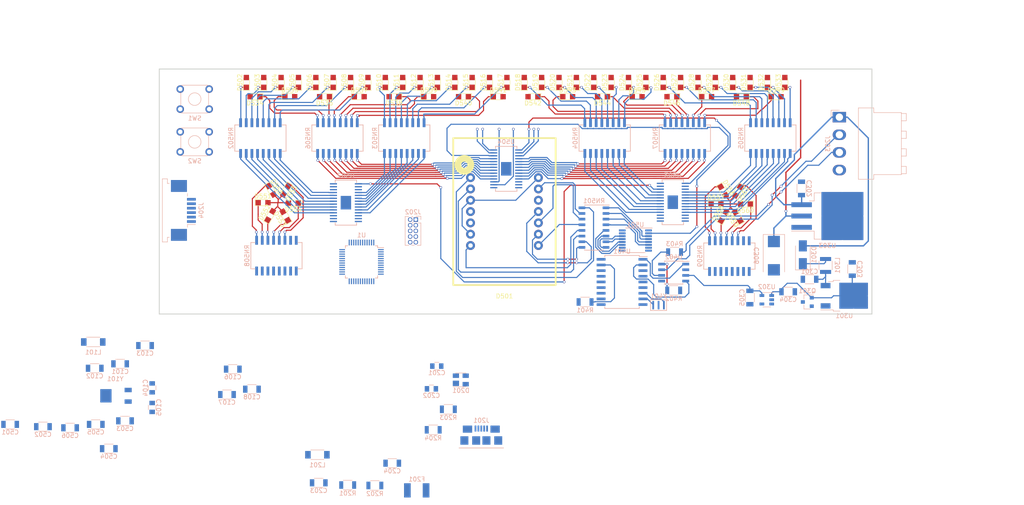
<source format=kicad_pcb>
(kicad_pcb (version 20171130) (host pcbnew "(5.0.2)-1")
  (layers (0 F.Cu signal) (31 B.Cu signal) (34 B.Paste user hide) (35 F.Paste user hide) (36 B.SilkS user) (37 F.SilkS user hide) (38 B.Mask user hide) (39 F.Mask user hide) (44 Edge.Cuts user))
  (net 0 "")
  (net 1 "Net-(C101-Pad1)")
  (net 2 GND)
  (net 3 +3V3)
  (net 4 "Net-(C104-Pad2)")
  (net 5 "Net-(C105-Pad2)")
  (net 6 "Net-(C108-Pad1)")
  (net 7 ~RESET)
  (net 8 ~CLEAR)
  (net 9 "/External Interface/VBUS")
  (net 10 "Net-(C204-Pad2)")
  (net 11 "Net-(C301-Pad1)")
  (net 12 CAN_V+)
  (net 13 +5V)
  (net 14 DWC_+5V)
  (net 15 USB_D+)
  (net 16 USB_D-)
  (net 17 "Net-(D301-Pad1)")
  (net 18 LED_5V+)
  (net 19 /Display/b)
  (net 20 /Display/g)
  (net 21 /Display/c)
  (net 22 /Display/dp)
  (net 23 /Display/d)
  (net 24 /Display/e)
  (net 25 /Display/f)
  (net 26 /Display/a)
  (net 27 /Display/G1)
  (net 28 /Display/G2)
  (net 29 /Display/G3)
  (net 30 /Display/G4)
  (net 31 /Display/G5)
  (net 32 /Display/G6)
  (net 33 /Display/G7)
  (net 34 /Display/G8)
  (net 35 /Display/G9)
  (net 36 /Display/G10)
  (net 37 /Display/G11)
  (net 38 /Display/G12)
  (net 39 /Display/G13)
  (net 40 /Display/G14)
  (net 41 /Display/G15)
  (net 42 /Display/G16)
  (net 43 /Display/Y1)
  (net 44 /Display/Y2)
  (net 45 /Display/Y3)
  (net 46 /Display/Y4)
  (net 47 /Display/Y5)
  (net 48 /Display/Y6)
  (net 49 /Display/Y7)
  (net 50 /Display/Y8)
  (net 51 /Display/R1)
  (net 52 /Display/R2)
  (net 53 /Display/R3)
  (net 54 /Display/R4)
  (net 55 /Display/R5)
  (net 56 /Display/R6)
  (net 57 /Display/R7)
  (net 58 /Display/R8)
  (net 59 /Display/B1)
  (net 60 /Display/B2)
  (net 61 /Display/B3)
  (net 62 /Display/B4)
  (net 63 /Display/B5)
  (net 64 /Display/B6)
  (net 65 /Display/B7)
  (net 66 /Display/B8)
  (net 67 /Display/B9)
  (net 68 /Display/B10)
  (net 69 /Display/B11)
  (net 70 /Display/B12)
  (net 71 /Display/B13)
  (net 72 /Display/B14)
  (net 73 /Display/B15)
  (net 74 /Display/B16)
  (net 75 USB_POWER)
  (net 76 "/External Interface/ID")
  (net 77 "Net-(J202-Pad10)")
  (net 78 "Net-(J202-Pad9)")
  (net 79 "Net-(J202-Pad8)")
  (net 80 "Net-(J202-Pad7)")
  (net 81 "Net-(J202-Pad6)")
  (net 82 SWCLK)
  (net 83 SWDIO)
  (net 84 CAN_L)
  (net 85 CAN_H)
  (net 86 DWC_SCLK)
  (net 87 DWC_SDI)
  (net 88 DWC_SDO)
  (net 89 ~CHECK_ENGINE)
  (net 90 "Net-(R202-Pad2)")
  (net 91 "Net-(R204-Pad2)")
  (net 92 "Net-(R402-Pad1)")
  (net 93 "Net-(R403-Pad2)")
  (net 94 "Net-(RN501-Pad8)")
  (net 95 "Net-(RN501-Pad7)")
  (net 96 "Net-(RN501-Pad6)")
  (net 97 "Net-(RN501-Pad5)")
  (net 98 "Net-(RN501-Pad4)")
  (net 99 "Net-(RN501-Pad3)")
  (net 100 "Net-(RN501-Pad2)")
  (net 101 "Net-(RN501-Pad1)")
  (net 102 /Display/RPM_8)
  (net 103 /Display/RPM_7)
  (net 104 /Display/RPM_6)
  (net 105 /Display/RPM_5)
  (net 106 /Display/RPM_4)
  (net 107 /Display/RPM_3)
  (net 108 /Display/RPM_2)
  (net 109 /Display/RPM_1)
  (net 110 /Display/RPM_9)
  (net 111 /Display/RPM_10)
  (net 112 /Display/RPM_11)
  (net 113 /Display/RPM_12)
  (net 114 /Display/RPM_13)
  (net 115 /Display/RPM_14)
  (net 116 /Display/RPM_15)
  (net 117 /Display/RPM_16)
  (net 118 /Display/RPM_24)
  (net 119 /Display/RPM_23)
  (net 120 /Display/RPM_22)
  (net 121 /Display/RPM_21)
  (net 122 /Display/RPM_20)
  (net 123 /Display/RPM_19)
  (net 124 /Display/RPM_18)
  (net 125 /Display/RPM_17)
  (net 126 /Display/RPM_25)
  (net 127 /Display/RPM_26)
  (net 128 /Display/RPM_27)
  (net 129 /Display/RPM_28)
  (net 130 /Display/RPM_29)
  (net 131 /Display/RPM_30)
  (net 132 /Display/RPM_31)
  (net 133 /Display/RPM_32)
  (net 134 /Display/SFT_8)
  (net 135 /Display/SFT_7)
  (net 136 /Display/SFT_6)
  (net 137 /Display/SFT_5)
  (net 138 /Display/SFT_4)
  (net 139 /Display/SFT_3)
  (net 140 /Display/SFT_2)
  (net 141 /Display/SFT_1)
  (net 142 /Display/SFT_9)
  (net 143 /Display/SFT_10)
  (net 144 /Display/SFT_11)
  (net 145 /Display/SFT_12)
  (net 146 /Display/SFT_13)
  (net 147 /Display/SFT_14)
  (net 148 /Display/SFT_15)
  (net 149 /Display/SFT_16)
  (net 150 "Net-(U1-Pad48)")
  (net 151 "Net-(U1-Pad47)")
  (net 152 "Net-(U1-Pad41)")
  (net 153 "Net-(U1-Pad39)")
  (net 154 "Net-(U1-Pad38)")
  (net 155 "Net-(U1-Pad37)")
  (net 156 "Net-(U1-Pad32)")
  (net 157 "Net-(U1-Pad31)")
  (net 158 GEAR_SCLK)
  (net 159 GEAR_CLR)
  (net 160 ~GEAR_PWM)
  (net 161 GEAR_RCLK)
  (net 162 "Net-(U1-Pad26)")
  (net 163 "Net-(U1-Pad25)")
  (net 164 RPM_SCLK)
  (net 165 RPM_RCLK)
  (net 166 RPM_CLR)
  (net 167 ~RPM_EN)
  (net 168 RPM_IN)
  (net 169 "Net-(U1-Pad19)")
  (net 170 "Net-(U1-Pad15)")
  (net 171 CAN_SCLK)
  (net 172 CAN_CS)
  (net 173 CAN_MISO)
  (net 174 CAN_MOSI)
  (net 175 "Net-(U1-Pad8)")
  (net 176 "Net-(U1-Pad7)")
  (net 177 "Net-(U1-Pad4)")
  (net 178 "Net-(U1-Pad3)")
  (net 179 "Net-(U401-Pad8)")
  (net 180 "Net-(U401-Pad7)")
  (net 181 "Net-(U401-Pad2)")
  (net 182 "Net-(U401-Pad1)")
  (net 183 GEAR_IN)
  (net 184 "Net-(U502-Pad15)")
  (net 185 /Display/~G2)
  (net 186 /Display/~G1)
  (net 187 /Display/~G3)
  (net 188 /Display/~G4)
  (net 189 "Net-(U503-Pad15)")
  (net 190 /Display/~G5)
  (net 191 /Display/~G6)
  (net 192 "Net-(D550-Pad2)")
  (net 193 "Net-(D550-Pad1)")
  (net 194 "Net-(D551-Pad1)")
  (net 195 "Net-(D552-Pad1)")
  (net 196 "Net-(D553-Pad1)")
  (net 197 "Net-(D554-Pad1)")
  (net 198 "Net-(D555-Pad1)")
  (net 199 "Net-(D556-Pad1)")
  (net 200 "Net-(D556-Pad2)")
  (net 201 "Net-(D557-Pad1)")
  (net 202 "Net-(D558-Pad1)")
  (net 203 "Net-(D559-Pad1)")
  (net 204 "Net-(D560-Pad1)")
  (net 205 "Net-(D561-Pad1)")
  (net 206 "Net-(RN508-Pad8)")
  (net 207 "Net-(RN508-Pad7)")
  (net 208 "Net-(RN508-Pad6)")
  (net 209 "Net-(RN508-Pad5)")
  (net 210 "Net-(RN508-Pad4)")
  (net 211 "Net-(RN508-Pad3)")
  (net 212 "Net-(RN509-Pad3)")
  (net 213 "Net-(RN509-Pad4)")
  (net 214 "Net-(RN509-Pad5)")
  (net 215 "Net-(RN509-Pad6)")
  (net 216 "Net-(RN509-Pad7)")
  (net 217 "Net-(RN509-Pad8)")
  (module Housings_SOIC:SOIC-18W_7.5x11.6mm_Pitch1.27mm (layer B.Cu) (at 188.9 81.3 180)
    (fp_text reference U401 (at 0 6.875 180) (layer B.SilkS) (effects (justify mirror)))
    (fp_text value MCP2515-I/ST)
    (pad 1 smd rect (at -4.7 5.08 180) (size 2 0.6) (layers B.Cu B.Paste B.Mask) (net 182 "Net-(U401-Pad1)"))
    (pad 2 smd rect (at -4.7 3.81 180) (size 2 0.6) (layers B.Cu B.Paste B.Mask) (net 181 "Net-(U401-Pad2)"))
    (pad 3 smd rect (at -4.7 2.54 180) (size 2 0.6) (layers B.Cu B.Paste B.Mask))
    (pad 4 smd rect (at -4.7 1.27 180) (size 2 0.6) (layers B.Cu B.Paste B.Mask))
    (pad 5 smd rect (at -4.7 0 180) (size 2 0.6) (layers B.Cu B.Paste B.Mask))
    (pad 6 smd rect (at -4.7 -1.27 180) (size 2 0.6) (layers B.Cu B.Paste B.Mask))
    (pad 7 smd rect (at -4.7 -2.54 180) (size 2 0.6) (layers B.Cu B.Paste B.Mask) (net 180 "Net-(U401-Pad7)"))
    (pad 8 smd rect (at -4.7 -3.81 180) (size 2 0.6) (layers B.Cu B.Paste B.Mask) (net 179 "Net-(U401-Pad8)"))
    (pad 9 smd rect (at -4.7 -5.08 180) (size 2 0.6) (layers B.Cu B.Paste B.Mask) (net 2 GND))
    (pad 10 smd rect (at 4.7 -5.08 180) (size 2 0.6) (layers B.Cu B.Paste B.Mask))
    (pad 11 smd rect (at 4.7 -3.81 180) (size 2 0.6) (layers B.Cu B.Paste B.Mask))
    (pad 12 smd rect (at 4.7 -2.54 180) (size 2 0.6) (layers B.Cu B.Paste B.Mask))
    (pad 13 smd rect (at 4.7 -1.27 180) (size 2 0.6) (layers B.Cu B.Paste B.Mask) (net 171 CAN_SCLK))
    (pad 14 smd rect (at 4.7 0 180) (size 2 0.6) (layers B.Cu B.Paste B.Mask) (net 174 CAN_MOSI))
    (pad 15 smd rect (at 4.7 1.27 180) (size 2 0.6) (layers B.Cu B.Paste B.Mask) (net 173 CAN_MISO))
    (pad 16 smd rect (at 4.7 2.54 180) (size 2 0.6) (layers B.Cu B.Paste B.Mask) (net 172 CAN_CS))
    (pad 17 smd rect (at 4.7 3.81 180) (size 2 0.6) (layers B.Cu B.Paste B.Mask) (net 181 "Net-(U401-Pad2)"))
    (pad 18 smd rect (at 4.7 5.08 180) (size 2 0.6) (layers B.Cu B.Paste B.Mask) (net 3 +3V3))
  )
  (module TO_SOT_Packages_SMD:TO-252-2 (layer B.Cu) (at 238.8 84.4)
    (fp_text reference U301 (at 0 4.5) (layer B.SilkS) (effects (justify mirror)))
    (fp_text value ZLDO1117-5V)
    (pad 2 smd rect (at 0.425 -1.525) (size 3.05 2.75) (layers B.Cu B.Paste) (net 13 +5V))
    (pad 2 smd rect (at 3.775 1.525) (size 3.05 2.75) (layers B.Cu B.Paste) (net 13 +5V))
    (pad 2 smd rect (at 0.425 1.525) (size 3.05 2.75) (layers B.Cu B.Paste) (net 13 +5V))
    (pad 2 smd rect (at 3.775 -1.525) (size 3.05 2.75) (layers B.Cu B.Paste) (net 13 +5V))
    (pad 2 smd rect (at 2.1 0) (size 6.4 5.8) (layers B.Cu B.Mask) (net 13 +5V))
    (pad 3 smd rect (at -4.2 -2.28) (size 2.2 1.2) (layers B.Cu B.Paste B.Mask) (net 11 "Net-(C301-Pad1)"))
    (pad 1 smd rect (at -4.2 2.28) (size 2.2 1.2) (layers B.Cu B.Paste B.Mask) (net 2 GND))
  )
  (module Housings_SOIC:SOIC-16_3.9x9.9mm_Pitch1.27mm (layer B.Cu) (at 182.6 69.1 180)
    (fp_text reference RN501 (at 0 6 180) (layer B.SilkS) (effects (justify mirror)))
    (fp_text value "51 Ohm (8x)")
    (pad 16 smd rect (at 2.7 4.445 180) (size 1.5 0.6) (layers B.Cu B.Paste B.Mask) (net 26 /Display/a))
    (pad 15 smd rect (at 2.7 3.175 180) (size 1.5 0.6) (layers B.Cu B.Paste B.Mask) (net 19 /Display/b))
    (pad 14 smd rect (at 2.7 1.905 180) (size 1.5 0.6) (layers B.Cu B.Paste B.Mask) (net 21 /Display/c))
    (pad 13 smd rect (at 2.7 0.635 180) (size 1.5 0.6) (layers B.Cu B.Paste B.Mask) (net 23 /Display/d))
    (pad 12 smd rect (at 2.7 -0.635 180) (size 1.5 0.6) (layers B.Cu B.Paste B.Mask) (net 24 /Display/e))
    (pad 11 smd rect (at 2.7 -1.905 180) (size 1.5 0.6) (layers B.Cu B.Paste B.Mask) (net 25 /Display/f))
    (pad 10 smd rect (at 2.7 -3.175 180) (size 1.5 0.6) (layers B.Cu B.Paste B.Mask) (net 20 /Display/g))
    (pad 9 smd rect (at 2.7 -4.445 180) (size 1.5 0.6) (layers B.Cu B.Paste B.Mask) (net 22 /Display/dp))
    (pad 8 smd rect (at -2.7 -4.445 180) (size 1.5 0.6) (layers B.Cu B.Paste B.Mask) (net 94 "Net-(RN501-Pad8)"))
    (pad 7 smd rect (at -2.7 -3.175 180) (size 1.5 0.6) (layers B.Cu B.Paste B.Mask) (net 95 "Net-(RN501-Pad7)"))
    (pad 6 smd rect (at -2.7 -1.905 180) (size 1.5 0.6) (layers B.Cu B.Paste B.Mask) (net 96 "Net-(RN501-Pad6)"))
    (pad 5 smd rect (at -2.7 -0.635 180) (size 1.5 0.6) (layers B.Cu B.Paste B.Mask) (net 97 "Net-(RN501-Pad5)"))
    (pad 4 smd rect (at -2.7 0.635 180) (size 1.5 0.6) (layers B.Cu B.Paste B.Mask) (net 98 "Net-(RN501-Pad4)"))
    (pad 3 smd rect (at -2.7 1.905 180) (size 1.5 0.6) (layers B.Cu B.Paste B.Mask) (net 99 "Net-(RN501-Pad3)"))
    (pad 2 smd rect (at -2.7 3.175 180) (size 1.5 0.6) (layers B.Cu B.Paste B.Mask) (net 100 "Net-(RN501-Pad2)"))
    (pad 1 smd rect (at -2.7 4.445 180) (size 1.5 0.6) (layers B.Cu B.Paste B.Mask) (net 101 "Net-(RN501-Pad1)"))
  )
  (module MS1V-T1K:MS1V-T1K (layer B.Cu) (at 75.11 106.864034)
    (fp_text reference Y101 (at 0 -3.81) (layer B.SilkS) (effects (justify mirror)))
    (fp_text value 32.768kHz hide)
    (pad 2 smd rect (at 2.9 -1.3) (size 1.6 1) (layers B.Cu B.Paste B.Mask) (net 5 "Net-(C105-Pad2)"))
    (pad 1 smd rect (at 2.9 1.3) (size 1.6 1) (layers B.Cu B.Paste B.Mask) (net 4 "Net-(C104-Pad2)"))
    (pad 3 smd rect (at -2.1 0) (size 2.54 3) (layers B.Cu B.Paste B.Mask) (net 2 GND))
  )
  (module 10118192-0001LF:10118192-0001LF (layer B.Cu) (at 157.3 116.9 180)
    (fp_text reference J201 (at 0 4.5 180) (layer B.SilkS) (effects (justify mirror)))
    (fp_text value "USB Micro B" hide)
    (pad 1 smd rect (at -1.3 2.675 180) (size 0.4 1.35) (layers B.Cu B.Paste B.Mask) (net 9 "/External Interface/VBUS"))
    (pad 2 smd rect (at -0.65 2.675 180) (size 0.4 1.35) (layers B.Cu B.Paste B.Mask) (net 16 USB_D-))
    (pad 3 smd rect (at 0 2.675 180) (size 0.4 1.35) (layers B.Cu B.Paste B.Mask) (net 15 USB_D+))
    (pad 4 smd rect (at 0.65 2.675 180) (size 0.4 1.35) (layers B.Cu B.Paste B.Mask) (net 76 "/External Interface/ID"))
    (pad 5 smd rect (at 1.3 2.675 180) (size 0.4 1.35) (layers B.Cu B.Paste B.Mask) (net 2 GND))
    (pad 6 smd rect (at 3.1 2.55 180) (size 2.1 1.6) (layers B.Cu B.Paste B.Mask) (net 2 GND))
    (pad 6 smd rect (at -3.1 2.55 180) (size 2.1 1.6) (layers B.Cu B.Paste B.Mask) (net 2 GND))
    (pad 6 smd rect (at -3.8 0 180) (size 1.8 1.9) (layers B.Cu B.Paste B.Mask) (net 2 GND))
    (pad 6 smd rect (at -1.15 0 180) (size 1.8 1.9) (layers B.Cu B.Paste B.Mask) (net 2 GND))
    (pad 6 smd rect (at 3.8 0 180) (size 1.8 1.9) (layers B.Cu B.Paste B.Mask) (net 2 GND))
    (pad 6 smd rect (at 1.15 0 180) (size 1.8 1.9) (layers B.Cu B.Paste B.Mask) (net 2 GND))
  )
  (module TLC6C5816:TLC6C5816 (layer B.Cu) (at 200.3 63.4)
    (fp_text reference U503 (at 0 -6.096) (layer B.SilkS) (effects (justify mirror)))
    (fp_text value TLC6C5816)
    (pad "" smd rect (at 0 0) (size 2.34 3.04) (layers B.Cu B.Paste B.Mask))
    (pad 28 smd rect (at 2.8 4.225) (size 1.6 0.3) (layers B.Cu B.Paste B.Mask) (net 2 GND))
    (pad 27 smd rect (at 2.8 3.575) (size 1.6 0.3) (layers B.Cu B.Paste B.Mask))
    (pad 26 smd rect (at 2.8 2.925) (size 1.6 0.3) (layers B.Cu B.Paste B.Mask))
    (pad 25 smd rect (at 2.8 2.275) (size 1.6 0.3) (layers B.Cu B.Paste B.Mask) (net 133 /Display/RPM_32))
    (pad 24 smd rect (at 2.8 1.625) (size 1.6 0.3) (layers B.Cu B.Paste B.Mask) (net 132 /Display/RPM_31))
    (pad 23 smd rect (at 2.8 0.975) (size 1.6 0.3) (layers B.Cu B.Paste B.Mask) (net 131 /Display/RPM_30))
    (pad 22 smd rect (at 2.8 0.325) (size 1.6 0.3) (layers B.Cu B.Paste B.Mask) (net 130 /Display/RPM_29))
    (pad 21 smd rect (at 2.8 -0.325) (size 1.6 0.3) (layers B.Cu B.Paste B.Mask) (net 129 /Display/RPM_28))
    (pad 20 smd rect (at 2.8 -0.975) (size 1.6 0.3) (layers B.Cu B.Paste B.Mask) (net 128 /Display/RPM_27))
    (pad 19 smd rect (at 2.8 -1.625) (size 1.6 0.3) (layers B.Cu B.Paste B.Mask) (net 127 /Display/RPM_26))
    (pad 18 smd rect (at 2.8 -2.275) (size 1.6 0.3) (layers B.Cu B.Paste B.Mask) (net 126 /Display/RPM_25))
    (pad 17 smd rect (at 2.8 -2.925) (size 1.6 0.3) (layers B.Cu B.Paste B.Mask) (net 164 RPM_SCLK))
    (pad 16 smd rect (at 2.8 -3.575) (size 1.6 0.3) (layers B.Cu B.Paste B.Mask) (net 165 RPM_RCLK))
    (pad 15 smd rect (at 2.8 -4.225) (size 1.6 0.3) (layers B.Cu B.Paste B.Mask) (net 189 "Net-(U503-Pad15)"))
    (pad 14 smd rect (at -2.8 -4.225) (size 1.6 0.3) (layers B.Cu B.Paste B.Mask) (net 167 ~RPM_EN))
    (pad 13 smd rect (at -2.8 -3.575) (size 1.6 0.3) (layers B.Cu B.Paste B.Mask) (net 166 RPM_CLR))
    (pad 12 smd rect (at -2.8 -2.925) (size 1.6 0.3) (layers B.Cu B.Paste B.Mask) (net 184 "Net-(U502-Pad15)"))
    (pad 11 smd rect (at -2.8 -2.275) (size 1.6 0.3) (layers B.Cu B.Paste B.Mask) (net 118 /Display/RPM_24))
    (pad 10 smd rect (at -2.8 -1.625) (size 1.6 0.3) (layers B.Cu B.Paste B.Mask) (net 119 /Display/RPM_23))
    (pad 9 smd rect (at -2.8 -0.975) (size 1.6 0.3) (layers B.Cu B.Paste B.Mask) (net 120 /Display/RPM_22))
    (pad 8 smd rect (at -2.8 -0.325) (size 1.6 0.3) (layers B.Cu B.Paste B.Mask) (net 121 /Display/RPM_21))
    (pad 7 smd rect (at -2.8 0.325) (size 1.6 0.3) (layers B.Cu B.Paste B.Mask) (net 122 /Display/RPM_20))
    (pad 6 smd rect (at -2.8 0.975) (size 1.6 0.3) (layers B.Cu B.Paste B.Mask) (net 123 /Display/RPM_19))
    (pad 5 smd rect (at -2.8 1.625) (size 1.6 0.3) (layers B.Cu B.Paste B.Mask) (net 124 /Display/RPM_18))
    (pad 4 smd rect (at -2.8 2.275) (size 1.6 0.3) (layers B.Cu B.Paste B.Mask) (net 125 /Display/RPM_17))
    (pad 3 smd rect (at -2.8 2.925) (size 1.6 0.3) (layers B.Cu B.Paste B.Mask) (net 188 /Display/~G4))
    (pad 2 smd rect (at -2.8 3.575) (size 1.6 0.3) (layers B.Cu B.Paste B.Mask) (net 187 /Display/~G3))
    (pad 1 smd rect (at -2.8 4.225) (size 1.6 0.3) (layers B.Cu B.Paste B.Mask) (net 3 +3V3))
  )
  (module TLC6C5816:TLC6C5816 (layer B.Cu) (at 162.9 55.9)
    (fp_text reference U504 (at 0 -6.096) (layer B.SilkS) (effects (justify mirror)))
    (fp_text value TLC6C5816)
    (pad "" smd rect (at 0 0) (size 2.34 3.04) (layers B.Cu B.Paste B.Mask))
    (pad 28 smd rect (at 2.8 4.225) (size 1.6 0.3) (layers B.Cu B.Paste B.Mask) (net 2 GND))
    (pad 27 smd rect (at 2.8 3.575) (size 1.6 0.3) (layers B.Cu B.Paste B.Mask))
    (pad 26 smd rect (at 2.8 2.925) (size 1.6 0.3) (layers B.Cu B.Paste B.Mask))
    (pad 25 smd rect (at 2.8 2.275) (size 1.6 0.3) (layers B.Cu B.Paste B.Mask) (net 149 /Display/SFT_16))
    (pad 24 smd rect (at 2.8 1.625) (size 1.6 0.3) (layers B.Cu B.Paste B.Mask) (net 148 /Display/SFT_15))
    (pad 23 smd rect (at 2.8 0.975) (size 1.6 0.3) (layers B.Cu B.Paste B.Mask) (net 147 /Display/SFT_14))
    (pad 22 smd rect (at 2.8 0.325) (size 1.6 0.3) (layers B.Cu B.Paste B.Mask) (net 146 /Display/SFT_13))
    (pad 21 smd rect (at 2.8 -0.325) (size 1.6 0.3) (layers B.Cu B.Paste B.Mask) (net 145 /Display/SFT_12))
    (pad 20 smd rect (at 2.8 -0.975) (size 1.6 0.3) (layers B.Cu B.Paste B.Mask) (net 144 /Display/SFT_11))
    (pad 19 smd rect (at 2.8 -1.625) (size 1.6 0.3) (layers B.Cu B.Paste B.Mask) (net 143 /Display/SFT_10))
    (pad 18 smd rect (at 2.8 -2.275) (size 1.6 0.3) (layers B.Cu B.Paste B.Mask) (net 142 /Display/SFT_9))
    (pad 17 smd rect (at 2.8 -2.925) (size 1.6 0.3) (layers B.Cu B.Paste B.Mask) (net 164 RPM_SCLK))
    (pad 16 smd rect (at 2.8 -3.575) (size 1.6 0.3) (layers B.Cu B.Paste B.Mask) (net 165 RPM_RCLK))
    (pad 15 smd rect (at 2.8 -4.225) (size 1.6 0.3) (layers B.Cu B.Paste B.Mask) (net 183 GEAR_IN))
    (pad 14 smd rect (at -2.8 -4.225) (size 1.6 0.3) (layers B.Cu B.Paste B.Mask) (net 167 ~RPM_EN))
    (pad 13 smd rect (at -2.8 -3.575) (size 1.6 0.3) (layers B.Cu B.Paste B.Mask) (net 166 RPM_CLR))
    (pad 12 smd rect (at -2.8 -2.925) (size 1.6 0.3) (layers B.Cu B.Paste B.Mask) (net 189 "Net-(U503-Pad15)"))
    (pad 11 smd rect (at -2.8 -2.275) (size 1.6 0.3) (layers B.Cu B.Paste B.Mask) (net 134 /Display/SFT_8))
    (pad 10 smd rect (at -2.8 -1.625) (size 1.6 0.3) (layers B.Cu B.Paste B.Mask) (net 135 /Display/SFT_7))
    (pad 9 smd rect (at -2.8 -0.975) (size 1.6 0.3) (layers B.Cu B.Paste B.Mask) (net 136 /Display/SFT_6))
    (pad 8 smd rect (at -2.8 -0.325) (size 1.6 0.3) (layers B.Cu B.Paste B.Mask) (net 137 /Display/SFT_5))
    (pad 7 smd rect (at -2.8 0.325) (size 1.6 0.3) (layers B.Cu B.Paste B.Mask) (net 138 /Display/SFT_4))
    (pad 6 smd rect (at -2.8 0.975) (size 1.6 0.3) (layers B.Cu B.Paste B.Mask) (net 139 /Display/SFT_3))
    (pad 5 smd rect (at -2.8 1.625) (size 1.6 0.3) (layers B.Cu B.Paste B.Mask) (net 140 /Display/SFT_2))
    (pad 4 smd rect (at -2.8 2.275) (size 1.6 0.3) (layers B.Cu B.Paste B.Mask) (net 141 /Display/SFT_1))
    (pad 3 smd rect (at -2.8 2.925) (size 1.6 0.3) (layers B.Cu B.Paste B.Mask) (net 191 /Display/~G6))
    (pad 2 smd rect (at -2.8 3.575) (size 1.6 0.3) (layers B.Cu B.Paste B.Mask) (net 190 /Display/~G5))
    (pad 1 smd rect (at -2.8 4.225) (size 1.6 0.3) (layers B.Cu B.Paste B.Mask) (net 3 +3V3))
  )
  (module CSTNE16M0V530000R0:CSTNE16M0V530000R0 (layer B.Cu) (at 197.1 86.5)
    (fp_text reference Y401 (at 0 -2) (layer B.SilkS) (effects (justify mirror)))
    (fp_text value Resonator)
    (pad 3 smd rect (at 1.2 0) (size 0.4 1.9) (layers B.Cu B.Paste B.Mask) (net 180 "Net-(U401-Pad7)"))
    (pad 2 smd rect (at 0 0) (size 0.4 1.9) (layers B.Cu B.Paste B.Mask) (net 2 GND))
    (pad 1 smd rect (at -1.2 0) (size 0.4 1.9) (layers B.Cu B.Paste B.Mask) (net 179 "Net-(U401-Pad8)"))
  )
  (module TLC6C5816:TLC6C5816 (layer B.Cu) (at 126.9 63.5)
    (fp_text reference U502 (at 0 -6.096) (layer B.SilkS) (effects (justify mirror)))
    (fp_text value TLC6C5816)
    (pad "" smd rect (at 0 0) (size 2.34 3.04) (layers B.Cu B.Paste B.Mask))
    (pad 28 smd rect (at 2.8 4.225) (size 1.6 0.3) (layers B.Cu B.Paste B.Mask) (net 2 GND))
    (pad 27 smd rect (at 2.8 3.575) (size 1.6 0.3) (layers B.Cu B.Paste B.Mask))
    (pad 26 smd rect (at 2.8 2.925) (size 1.6 0.3) (layers B.Cu B.Paste B.Mask))
    (pad 25 smd rect (at 2.8 2.275) (size 1.6 0.3) (layers B.Cu B.Paste B.Mask) (net 117 /Display/RPM_16))
    (pad 24 smd rect (at 2.8 1.625) (size 1.6 0.3) (layers B.Cu B.Paste B.Mask) (net 116 /Display/RPM_15))
    (pad 23 smd rect (at 2.8 0.975) (size 1.6 0.3) (layers B.Cu B.Paste B.Mask) (net 115 /Display/RPM_14))
    (pad 22 smd rect (at 2.8 0.325) (size 1.6 0.3) (layers B.Cu B.Paste B.Mask) (net 114 /Display/RPM_13))
    (pad 21 smd rect (at 2.8 -0.325) (size 1.6 0.3) (layers B.Cu B.Paste B.Mask) (net 113 /Display/RPM_12))
    (pad 20 smd rect (at 2.8 -0.975) (size 1.6 0.3) (layers B.Cu B.Paste B.Mask) (net 112 /Display/RPM_11))
    (pad 19 smd rect (at 2.8 -1.625) (size 1.6 0.3) (layers B.Cu B.Paste B.Mask) (net 111 /Display/RPM_10))
    (pad 18 smd rect (at 2.8 -2.275) (size 1.6 0.3) (layers B.Cu B.Paste B.Mask) (net 110 /Display/RPM_9))
    (pad 17 smd rect (at 2.8 -2.925) (size 1.6 0.3) (layers B.Cu B.Paste B.Mask) (net 164 RPM_SCLK))
    (pad 16 smd rect (at 2.8 -3.575) (size 1.6 0.3) (layers B.Cu B.Paste B.Mask) (net 165 RPM_RCLK))
    (pad 15 smd rect (at 2.8 -4.225) (size 1.6 0.3) (layers B.Cu B.Paste B.Mask) (net 184 "Net-(U502-Pad15)"))
    (pad 14 smd rect (at -2.8 -4.225) (size 1.6 0.3) (layers B.Cu B.Paste B.Mask) (net 167 ~RPM_EN))
    (pad 13 smd rect (at -2.8 -3.575) (size 1.6 0.3) (layers B.Cu B.Paste B.Mask) (net 166 RPM_CLR))
    (pad 12 smd rect (at -2.8 -2.925) (size 1.6 0.3) (layers B.Cu B.Paste B.Mask) (net 168 RPM_IN))
    (pad 11 smd rect (at -2.8 -2.275) (size 1.6 0.3) (layers B.Cu B.Paste B.Mask) (net 102 /Display/RPM_8))
    (pad 10 smd rect (at -2.8 -1.625) (size 1.6 0.3) (layers B.Cu B.Paste B.Mask) (net 103 /Display/RPM_7))
    (pad 9 smd rect (at -2.8 -0.975) (size 1.6 0.3) (layers B.Cu B.Paste B.Mask) (net 104 /Display/RPM_6))
    (pad 8 smd rect (at -2.8 -0.325) (size 1.6 0.3) (layers B.Cu B.Paste B.Mask) (net 105 /Display/RPM_5))
    (pad 7 smd rect (at -2.8 0.325) (size 1.6 0.3) (layers B.Cu B.Paste B.Mask) (net 106 /Display/RPM_4))
    (pad 6 smd rect (at -2.8 0.975) (size 1.6 0.3) (layers B.Cu B.Paste B.Mask) (net 107 /Display/RPM_3))
    (pad 5 smd rect (at -2.8 1.625) (size 1.6 0.3) (layers B.Cu B.Paste B.Mask) (net 108 /Display/RPM_2))
    (pad 4 smd rect (at -2.8 2.275) (size 1.6 0.3) (layers B.Cu B.Paste B.Mask) (net 109 /Display/RPM_1))
    (pad 3 smd rect (at -2.8 2.925) (size 1.6 0.3) (layers B.Cu B.Paste B.Mask) (net 185 /Display/~G2))
    (pad 2 smd rect (at -2.8 3.575) (size 1.6 0.3) (layers B.Cu B.Paste B.Mask) (net 186 /Display/~G1))
    (pad 1 smd rect (at -2.8 4.225) (size 1.6 0.3) (layers B.Cu B.Paste B.Mask) (net 3 +3V3))
  )
  (module Capacitors_SMD:C_1206 (layer B.Cu) (at 76.2 99.682034)
    (fp_text reference C101 (at 0 1.75) (layer B.SilkS) (effects (justify mirror)))
    (fp_text value 100nF)
    (pad 1 smd rect (at -1.5 0) (size 1 1.6) (layers B.Cu B.Paste B.Mask) (net 1 "Net-(C101-Pad1)"))
    (pad 2 smd rect (at 1.5 0) (size 1 1.6) (layers B.Cu B.Paste B.Mask) (net 2 GND))
  )
  (module Capacitors_SMD:C_1206 (layer B.Cu) (at 70.5 100.682034)
    (fp_text reference C102 (at 0 1.75) (layer B.SilkS) (effects (justify mirror)))
    (fp_text value 10uF)
    (pad 2 smd rect (at 1.5 0) (size 1 1.6) (layers B.Cu B.Paste B.Mask) (net 2 GND))
    (pad 1 smd rect (at -1.5 0) (size 1 1.6) (layers B.Cu B.Paste B.Mask) (net 1 "Net-(C101-Pad1)"))
  )
  (module Capacitors_SMD:C_1206 (layer B.Cu) (at 81.8 95.582034)
    (fp_text reference C103 (at 0 1.75) (layer B.SilkS) (effects (justify mirror)))
    (fp_text value 100nF)
    (pad 1 smd rect (at -1.5 0) (size 1 1.6) (layers B.Cu B.Paste B.Mask) (net 2 GND))
    (pad 2 smd rect (at 1.5 0) (size 1 1.6) (layers B.Cu B.Paste B.Mask) (net 3 +3V3))
  )
  (module Capacitors_SMD:C_0805 (layer B.Cu) (at 83.4 105.082034 270)
    (fp_text reference C104 (at 0 1.5 270) (layer B.SilkS) (effects (justify mirror)))
    (fp_text value 6.8pF)
    (pad 2 smd rect (at 1 0 270) (size 1 1.25) (layers B.Cu B.Paste B.Mask) (net 4 "Net-(C104-Pad2)"))
    (pad 1 smd rect (at -1 0 270) (size 1 1.25) (layers B.Cu B.Paste B.Mask) (net 2 GND))
  )
  (module Capacitors_SMD:C_0805 (layer B.Cu) (at 83.4 109.482034 90)
    (fp_text reference C105 (at 0 1.5 90) (layer B.SilkS) (effects (justify mirror)))
    (fp_text value 6.8pF)
    (pad 1 smd rect (at -1 0 90) (size 1 1.25) (layers B.Cu B.Paste B.Mask) (net 2 GND))
    (pad 2 smd rect (at 1 0 90) (size 1 1.25) (layers B.Cu B.Paste B.Mask) (net 5 "Net-(C105-Pad2)"))
  )
  (module Capacitors_SMD:C_1206 (layer B.Cu) (at 101.5 100.882034)
    (fp_text reference C106 (at 0 1.75) (layer B.SilkS) (effects (justify mirror)))
    (fp_text value 100nF)
    (pad 2 smd rect (at 1.5 0) (size 1 1.6) (layers B.Cu B.Paste B.Mask) (net 2 GND))
    (pad 1 smd rect (at -1.5 0) (size 1 1.6) (layers B.Cu B.Paste B.Mask) (net 3 +3V3))
  )
  (module Capacitors_SMD:C_1206 (layer B.Cu) (at 100.2 106.582034)
    (fp_text reference C107 (at 0 1.75) (layer B.SilkS) (effects (justify mirror)))
    (fp_text value 100nF)
    (pad 1 smd rect (at -1.5 0) (size 1 1.6) (layers B.Cu B.Paste B.Mask) (net 3 +3V3))
    (pad 2 smd rect (at 1.5 0) (size 1 1.6) (layers B.Cu B.Paste B.Mask) (net 2 GND))
  )
  (module Capacitors_SMD:C_1206 (layer B.Cu) (at 105.8 105.382034)
    (fp_text reference C108 (at 0 1.75) (layer B.SilkS) (effects (justify mirror)))
    (fp_text value 100nF)
    (pad 2 smd rect (at 1.5 0) (size 1 1.6) (layers B.Cu B.Paste B.Mask) (net 2 GND))
    (pad 1 smd rect (at -1.5 0) (size 1 1.6) (layers B.Cu B.Paste B.Mask) (net 6 "Net-(C108-Pad1)"))
  )
  (module Capacitors_SMD:C_0805 (layer B.Cu) (at 147.3 100.2)
    (fp_text reference C201 (at 0 1.5) (layer B.SilkS) (effects (justify mirror)))
    (fp_text value 100pF)
    (pad 1 smd rect (at -1 0) (size 1 1.25) (layers B.Cu B.Paste B.Mask) (net 7 ~RESET))
    (pad 2 smd rect (at 1 0) (size 1 1.25) (layers B.Cu B.Paste B.Mask) (net 3 +3V3))
  )
  (module Capacitors_SMD:C_0805 (layer B.Cu) (at 146.1 105.3)
    (fp_text reference C202 (at 0 1.5) (layer B.SilkS) (effects (justify mirror)))
    (fp_text value 100pF)
    (pad 2 smd rect (at 1 0) (size 1 1.25) (layers B.Cu B.Paste B.Mask) (net 3 +3V3))
    (pad 1 smd rect (at -1 0) (size 1 1.25) (layers B.Cu B.Paste B.Mask) (net 8 ~CLEAR))
  )
  (module Capacitors_SMD:C_1206 (layer B.Cu) (at 120.8 126.4)
    (fp_text reference C203 (at 0 1.75) (layer B.SilkS) (effects (justify mirror)))
    (fp_text value 4.7nF)
    (pad 1 smd rect (at -1.5 0) (size 1 1.6) (layers B.Cu B.Paste B.Mask) (net 2 GND))
    (pad 2 smd rect (at 1.5 0) (size 1 1.6) (layers B.Cu B.Paste B.Mask) (net 9 "/External Interface/VBUS"))
  )
  (module Capacitors_SMD:C_1206 (layer B.Cu) (at 137.3 122)
    (fp_text reference C204 (at 0 1.75) (layer B.SilkS) (effects (justify mirror)))
    (fp_text value 4.7nF)
    (pad 2 smd rect (at 1.5 0) (size 1 1.6) (layers B.Cu B.Paste B.Mask) (net 10 "Net-(C204-Pad2)"))
    (pad 1 smd rect (at -1.5 0) (size 1 1.6) (layers B.Cu B.Paste B.Mask) (net 2 GND))
  )
  (module Capacitors_SMD:C_1206 (layer B.Cu) (at 231 80.7 180)
    (fp_text reference C301 (at 0 1.75 180) (layer B.SilkS) (effects (justify mirror)))
    (fp_text value 4.7uF)
    (pad 2 smd rect (at 1.5 0 180) (size 1 1.6) (layers B.Cu B.Paste B.Mask) (net 2 GND))
    (pad 1 smd rect (at -1.5 0 180) (size 1 1.6) (layers B.Cu B.Paste B.Mask) (net 11 "Net-(C301-Pad1)"))
  )
  (module Capacitors_SMD:C_1206 (layer B.Cu) (at 229.2 60.3 90)
    (fp_text reference C302 (at 0 1.75 90) (layer B.SilkS) (effects (justify mirror)))
    (fp_text value 10uF)
    (pad 2 smd rect (at 1.5 0 90) (size 1 1.6) (layers B.Cu B.Paste B.Mask) (net 2 GND))
    (pad 1 smd rect (at -1.5 0 90) (size 1 1.6) (layers B.Cu B.Paste B.Mask) (net 12 CAN_V+))
  )
  (module Capacitors_SMD:C_1206 (layer B.Cu) (at 240.6 78.4 90)
    (fp_text reference C303 (at 0 1.75 90) (layer B.SilkS) (effects (justify mirror)))
    (fp_text value 4.7uF)
    (pad 1 smd rect (at -1.5 0 90) (size 1 1.6) (layers B.Cu B.Paste B.Mask) (net 13 +5V))
    (pad 2 smd rect (at 1.5 0 90) (size 1 1.6) (layers B.Cu B.Paste B.Mask) (net 2 GND))
  )
  (module Capacitors_SMD:C_1206 (layer B.Cu) (at 226.2 83.5)
    (fp_text reference C304 (at 0 1.75) (layer B.SilkS) (effects (justify mirror)))
    (fp_text value 47uF)
    (pad 2 smd rect (at 1.5 0) (size 1 1.6) (layers B.Cu B.Paste B.Mask) (net 2 GND))
    (pad 1 smd rect (at -1.5 0) (size 1 1.6) (layers B.Cu B.Paste B.Mask) (net 13 +5V))
  )
  (module Capacitors_SMD:C_1206 (layer B.Cu) (at 217.6 84.8 270)
    (fp_text reference C305 (at 0 1.75 270) (layer B.SilkS) (effects (justify mirror)))
    (fp_text value 4.7uF)
    (pad 1 smd rect (at -1.5 0 270) (size 1 1.6) (layers B.Cu B.Paste B.Mask) (net 3 +3V3))
    (pad 2 smd rect (at 1.5 0 270) (size 1 1.6) (layers B.Cu B.Paste B.Mask) (net 2 GND))
  )
  (module Capacitors_Tantalum_SMD:CP_Tantalum_Case-D_EIA-7343-31_Reflow (layer B.Cu) (at 223 75.4 270)
    (fp_text reference C306 (at 0 3.9 270) (layer B.SilkS) (effects (justify mirror)))
    (fp_text value 100uF)
    (pad 2 smd rect (at 3.175 0 270) (size 2.55 2.7) (layers B.Cu B.Paste B.Mask) (net 2 GND))
    (pad 1 smd rect (at -3.175 0 270) (size 2.55 2.7) (layers B.Cu B.Paste B.Mask) (net 14 DWC_+5V))
  )
  (module Capacitors_SMD:C_1206 (layer B.Cu) (at 51.508 113.284034)
    (fp_text reference C501 (at 0 1.75) (layer B.SilkS) (effects (justify mirror)))
    (fp_text value 1uF)
    (pad 2 smd rect (at 1.5 0) (size 1 1.6) (layers B.Cu B.Paste B.Mask) (net 2 GND))
    (pad 1 smd rect (at -1.5 0) (size 1 1.6) (layers B.Cu B.Paste B.Mask) (net 3 +3V3))
  )
  (module Capacitors_SMD:C_1206 (layer B.Cu) (at 58.874 113.792034)
    (fp_text reference C502 (at 0 1.75) (layer B.SilkS) (effects (justify mirror)))
    (fp_text value 100nF)
    (pad 2 smd rect (at 1.5 0) (size 1 1.6) (layers B.Cu B.Paste B.Mask) (net 2 GND))
    (pad 1 smd rect (at -1.5 0) (size 1 1.6) (layers B.Cu B.Paste B.Mask) (net 3 +3V3))
  )
  (module Capacitors_SMD:C_1206 (layer B.Cu) (at 77.3 112.482034)
    (fp_text reference C503 (at 0 1.75) (layer B.SilkS) (effects (justify mirror)))
    (fp_text value 4.7uF)
    (pad 1 smd rect (at -1.5 0) (size 1 1.6) (layers B.Cu B.Paste B.Mask) (net 2 GND))
    (pad 2 smd rect (at 1.5 0) (size 1 1.6) (layers B.Cu B.Paste B.Mask) (net 3 +3V3))
  )
  (module Capacitors_SMD:C_1206 (layer B.Cu) (at 73.662 118.730034)
    (fp_text reference C504 (at 0 1.75) (layer B.SilkS) (effects (justify mirror)))
    (fp_text value 100nF)
    (pad 1 smd rect (at -1.5 0) (size 1 1.6) (layers B.Cu B.Paste B.Mask) (net 2 GND))
    (pad 2 smd rect (at 1.5 0) (size 1 1.6) (layers B.Cu B.Paste B.Mask) (net 3 +3V3))
  )
  (module Capacitors_SMD:C_1206 (layer B.Cu) (at 70.735001 113.284034)
    (fp_text reference C505 (at 0 1.75) (layer B.SilkS) (effects (justify mirror)))
    (fp_text value 100nF)
    (pad 2 smd rect (at 1.5 0) (size 1 1.6) (layers B.Cu B.Paste B.Mask) (net 3 +3V3))
    (pad 1 smd rect (at -1.5 0) (size 1 1.6) (layers B.Cu B.Paste B.Mask) (net 2 GND))
  )
  (module Capacitors_SMD:C_1206 (layer B.Cu) (at 64.97 114.046034)
    (fp_text reference C506 (at 0 1.75) (layer B.SilkS) (effects (justify mirror)))
    (fp_text value 100nF)
    (pad 1 smd rect (at -1.5 0) (size 1 1.6) (layers B.Cu B.Paste B.Mask) (net 2 GND))
    (pad 2 smd rect (at 1.5 0) (size 1 1.6) (layers B.Cu B.Paste B.Mask) (net 3 +3V3))
  )
  (module TO_SOT_Packages_SMD:SOT-143 (layer B.Cu) (at 152.7 103.3)
    (fp_text reference D201 (at 0.02 2.38) (layer B.SilkS) (effects (justify mirror)))
    (fp_text value PRTR5V0U2X)
    (pad 4 smd rect (at 1.1 0.95 90) (size 1 1.4) (layers B.Cu B.Paste B.Mask) (net 9 "/External Interface/VBUS"))
    (pad 3 smd rect (at 1.1 -0.95 90) (size 1 1.4) (layers B.Cu B.Paste B.Mask) (net 15 USB_D+))
    (pad 2 smd rect (at -1.1 -0.95 90) (size 1 1.4) (layers B.Cu B.Paste B.Mask) (net 16 USB_D-))
    (pad 1 smd rect (at -1.1 0.77 90) (size 1.2 1.4) (layers B.Cu B.Paste B.Mask) (net 2 GND))
  )
  (module Diodes_SMD:D_SMA (layer B.Cu) (at 229.5 75.2 90)
    (fp_text reference D301 (at 0 2.5 90) (layer B.SilkS) (effects (justify mirror)))
    (fp_text value BYS10-45-E3/TR)
    (pad 2 smd rect (at 2 0 90) (size 2.5 1.8) (layers B.Cu B.Paste B.Mask) (net 12 CAN_V+))
    (pad 1 smd rect (at -2 0 90) (size 2.5 1.8) (layers B.Cu B.Paste B.Mask) (net 17 "Net-(D301-Pad1)"))
  )
  (module LEDs:LED_0805 (layer F.Cu) (at 104.55 36.5 90)
    (fp_text reference D502 (at 0 -1.45 90) (layer F.SilkS))
    (fp_text value "LG R971")
    (pad 2 smd rect (at 1.1 0 270) (size 1.2 1.2) (layers F.Cu F.Paste F.Mask) (net 14 DWC_+5V))
    (pad 1 smd rect (at -1.1 0 270) (size 1.2 1.2) (layers F.Cu F.Paste F.Mask) (net 27 /Display/G1))
  )
  (module LEDs:LED_0805 (layer F.Cu) (at 108.45 36.5 90)
    (fp_text reference D503 (at 0 -1.45 90) (layer F.SilkS))
    (fp_text value "LG R971")
    (pad 1 smd rect (at -1.1 0 270) (size 1.2 1.2) (layers F.Cu F.Paste F.Mask) (net 28 /Display/G2))
    (pad 2 smd rect (at 1.1 0 270) (size 1.2 1.2) (layers F.Cu F.Paste F.Mask) (net 14 DWC_+5V))
  )
  (module LEDs:LED_0805 (layer F.Cu) (at 112.35 36.5 90)
    (fp_text reference D504 (at 0 -1.45 90) (layer F.SilkS))
    (fp_text value "LG R971")
    (pad 2 smd rect (at 1.1 0 270) (size 1.2 1.2) (layers F.Cu F.Paste F.Mask) (net 14 DWC_+5V))
    (pad 1 smd rect (at -1.1 0 270) (size 1.2 1.2) (layers F.Cu F.Paste F.Mask) (net 29 /Display/G3))
  )
  (module LEDs:LED_0805 (layer F.Cu) (at 116.25 36.5 90)
    (fp_text reference D505 (at 0 -1.45 90) (layer F.SilkS))
    (fp_text value "LG R971")
    (pad 1 smd rect (at -1.1 0 270) (size 1.2 1.2) (layers F.Cu F.Paste F.Mask) (net 30 /Display/G4))
    (pad 2 smd rect (at 1.1 0 270) (size 1.2 1.2) (layers F.Cu F.Paste F.Mask) (net 14 DWC_+5V))
  )
  (module LEDs:LED_0805 (layer F.Cu) (at 120.15 36.5 90)
    (fp_text reference D506 (at 0 -1.45 90) (layer F.SilkS))
    (fp_text value "LG R971")
    (pad 2 smd rect (at 1.1 0 270) (size 1.2 1.2) (layers F.Cu F.Paste F.Mask) (net 14 DWC_+5V))
    (pad 1 smd rect (at -1.1 0 270) (size 1.2 1.2) (layers F.Cu F.Paste F.Mask) (net 31 /Display/G5))
  )
  (module LEDs:LED_0805 (layer F.Cu) (at 124.05 36.5 90)
    (fp_text reference D507 (at 0 -1.45 90) (layer F.SilkS))
    (fp_text value "LG R971")
    (pad 1 smd rect (at -1.1 0 270) (size 1.2 1.2) (layers F.Cu F.Paste F.Mask) (net 32 /Display/G6))
    (pad 2 smd rect (at 1.1 0 270) (size 1.2 1.2) (layers F.Cu F.Paste F.Mask) (net 14 DWC_+5V))
  )
  (module LEDs:LED_0805 (layer F.Cu) (at 127.95 36.5 90)
    (fp_text reference D508 (at 0 -1.45 90) (layer F.SilkS))
    (fp_text value "LG R971")
    (pad 2 smd rect (at 1.1 0 270) (size 1.2 1.2) (layers F.Cu F.Paste F.Mask) (net 14 DWC_+5V))
    (pad 1 smd rect (at -1.1 0 270) (size 1.2 1.2) (layers F.Cu F.Paste F.Mask) (net 33 /Display/G7))
  )
  (module LEDs:LED_0805 (layer F.Cu) (at 131.85 36.5 90)
    (fp_text reference D509 (at 0 -1.45 90) (layer F.SilkS))
    (fp_text value "LG R971")
    (pad 1 smd rect (at -1.1 0 270) (size 1.2 1.2) (layers F.Cu F.Paste F.Mask) (net 34 /Display/G8))
    (pad 2 smd rect (at 1.1 0 270) (size 1.2 1.2) (layers F.Cu F.Paste F.Mask) (net 14 DWC_+5V))
  )
  (module LEDs:LED_0805 (layer F.Cu) (at 135.75 36.5 90)
    (fp_text reference D510 (at 0 -1.45 90) (layer F.SilkS))
    (fp_text value "LG R971")
    (pad 2 smd rect (at 1.1 0 270) (size 1.2 1.2) (layers F.Cu F.Paste F.Mask) (net 14 DWC_+5V))
    (pad 1 smd rect (at -1.1 0 270) (size 1.2 1.2) (layers F.Cu F.Paste F.Mask) (net 35 /Display/G9))
  )
  (module LEDs:LED_0805 (layer F.Cu) (at 139.65 36.5 90)
    (fp_text reference D511 (at 0 -1.45 90) (layer F.SilkS))
    (fp_text value "LG R971")
    (pad 1 smd rect (at -1.1 0 270) (size 1.2 1.2) (layers F.Cu F.Paste F.Mask) (net 36 /Display/G10))
    (pad 2 smd rect (at 1.1 0 270) (size 1.2 1.2) (layers F.Cu F.Paste F.Mask) (net 14 DWC_+5V))
  )
  (module LEDs:LED_0805 (layer F.Cu) (at 143.55 36.5 90)
    (fp_text reference D512 (at 0 -1.45 90) (layer F.SilkS))
    (fp_text value "LG R971")
    (pad 2 smd rect (at 1.1 0 270) (size 1.2 1.2) (layers F.Cu F.Paste F.Mask) (net 14 DWC_+5V))
    (pad 1 smd rect (at -1.1 0 270) (size 1.2 1.2) (layers F.Cu F.Paste F.Mask) (net 37 /Display/G11))
  )
  (module LEDs:LED_0805 (layer F.Cu) (at 147.45 36.5 90)
    (fp_text reference D513 (at 0 -1.45 90) (layer F.SilkS))
    (fp_text value "LG R971")
    (pad 1 smd rect (at -1.1 0 270) (size 1.2 1.2) (layers F.Cu F.Paste F.Mask) (net 38 /Display/G12))
    (pad 2 smd rect (at 1.1 0 270) (size 1.2 1.2) (layers F.Cu F.Paste F.Mask) (net 14 DWC_+5V))
  )
  (module LEDs:LED_0805 (layer F.Cu) (at 151.35 36.5 90)
    (fp_text reference D514 (at 0 -1.45 90) (layer F.SilkS))
    (fp_text value "LG R971")
    (pad 2 smd rect (at 1.1 0 270) (size 1.2 1.2) (layers F.Cu F.Paste F.Mask) (net 14 DWC_+5V))
    (pad 1 smd rect (at -1.1 0 270) (size 1.2 1.2) (layers F.Cu F.Paste F.Mask) (net 39 /Display/G13))
  )
  (module LEDs:LED_0805 (layer F.Cu) (at 155.25 36.5 90)
    (fp_text reference D515 (at 0 -1.45 90) (layer F.SilkS))
    (fp_text value "LG R971")
    (pad 1 smd rect (at -1.1 0 270) (size 1.2 1.2) (layers F.Cu F.Paste F.Mask) (net 40 /Display/G14))
    (pad 2 smd rect (at 1.1 0 270) (size 1.2 1.2) (layers F.Cu F.Paste F.Mask) (net 14 DWC_+5V))
  )
  (module LEDs:LED_0805 (layer F.Cu) (at 159.15 36.5 90)
    (fp_text reference D516 (at 0 -1.45 90) (layer F.SilkS))
    (fp_text value "LG R971")
    (pad 2 smd rect (at 1.1 0 270) (size 1.2 1.2) (layers F.Cu F.Paste F.Mask) (net 14 DWC_+5V))
    (pad 1 smd rect (at -1.1 0 270) (size 1.2 1.2) (layers F.Cu F.Paste F.Mask) (net 41 /Display/G15))
  )
  (module LEDs:LED_0805 (layer F.Cu) (at 163.05 36.5 90)
    (fp_text reference D517 (at 0 -1.45 90) (layer F.SilkS))
    (fp_text value "LG R971")
    (pad 1 smd rect (at -1.1 0 270) (size 1.2 1.2) (layers F.Cu F.Paste F.Mask) (net 42 /Display/G16))
    (pad 2 smd rect (at 1.1 0 270) (size 1.2 1.2) (layers F.Cu F.Paste F.Mask) (net 14 DWC_+5V))
  )
  (module LEDs:LED_0805 (layer F.Cu) (at 166.95 36.5 90)
    (fp_text reference D518 (at 0 -1.45 90) (layer F.SilkS))
    (fp_text value "LY R976")
    (pad 1 smd rect (at -1.1 0 270) (size 1.2 1.2) (layers F.Cu F.Paste F.Mask) (net 43 /Display/Y1))
    (pad 2 smd rect (at 1.1 0 270) (size 1.2 1.2) (layers F.Cu F.Paste F.Mask) (net 14 DWC_+5V))
  )
  (module LEDs:LED_0805 (layer F.Cu) (at 170.85 36.5 90)
    (fp_text reference D519 (at 0 -1.45 90) (layer F.SilkS))
    (fp_text value "LY R976")
    (pad 2 smd rect (at 1.1 0 270) (size 1.2 1.2) (layers F.Cu F.Paste F.Mask) (net 14 DWC_+5V))
    (pad 1 smd rect (at -1.1 0 270) (size 1.2 1.2) (layers F.Cu F.Paste F.Mask) (net 44 /Display/Y2))
  )
  (module LEDs:LED_0805 (layer F.Cu) (at 174.75 36.5 90)
    (fp_text reference D520 (at 0 -1.45 90) (layer F.SilkS))
    (fp_text value "LY R976")
    (pad 1 smd rect (at -1.1 0 270) (size 1.2 1.2) (layers F.Cu F.Paste F.Mask) (net 45 /Display/Y3))
    (pad 2 smd rect (at 1.1 0 270) (size 1.2 1.2) (layers F.Cu F.Paste F.Mask) (net 14 DWC_+5V))
  )
  (module LEDs:LED_0805 (layer F.Cu) (at 178.65 36.5 90)
    (fp_text reference D521 (at 0 -1.45 90) (layer F.SilkS))
    (fp_text value "LY R976")
    (pad 2 smd rect (at 1.1 0 270) (size 1.2 1.2) (layers F.Cu F.Paste F.Mask) (net 14 DWC_+5V))
    (pad 1 smd rect (at -1.1 0 270) (size 1.2 1.2) (layers F.Cu F.Paste F.Mask) (net 46 /Display/Y4))
  )
  (module LEDs:LED_0805 (layer F.Cu) (at 182.55 36.5 90)
    (fp_text reference D522 (at 0 -1.45 90) (layer F.SilkS))
    (fp_text value "LY R976")
    (pad 1 smd rect (at -1.1 0 270) (size 1.2 1.2) (layers F.Cu F.Paste F.Mask) (net 47 /Display/Y5))
    (pad 2 smd rect (at 1.1 0 270) (size 1.2 1.2) (layers F.Cu F.Paste F.Mask) (net 14 DWC_+5V))
  )
  (module LEDs:LED_0805 (layer F.Cu) (at 186.45 36.5 90)
    (fp_text reference D523 (at 0 -1.45 90) (layer F.SilkS))
    (fp_text value "LY R976")
    (pad 2 smd rect (at 1.1 0 270) (size 1.2 1.2) (layers F.Cu F.Paste F.Mask) (net 14 DWC_+5V))
    (pad 1 smd rect (at -1.1 0 270) (size 1.2 1.2) (layers F.Cu F.Paste F.Mask) (net 48 /Display/Y6))
  )
  (module LEDs:LED_0805 (layer F.Cu) (at 190.35 36.5 90)
    (fp_text reference D524 (at 0 -1.45 90) (layer F.SilkS))
    (fp_text value "LY R976")
    (pad 1 smd rect (at -1.1 0 270) (size 1.2 1.2) (layers F.Cu F.Paste F.Mask) (net 49 /Display/Y7))
    (pad 2 smd rect (at 1.1 0 270) (size 1.2 1.2) (layers F.Cu F.Paste F.Mask) (net 14 DWC_+5V))
  )
  (module LEDs:LED_0805 (layer F.Cu) (at 194.25 36.5 90)
    (fp_text reference D525 (at 0 -1.45 90) (layer F.SilkS))
    (fp_text value "LY R976")
    (pad 2 smd rect (at 1.1 0 270) (size 1.2 1.2) (layers F.Cu F.Paste F.Mask) (net 14 DWC_+5V))
    (pad 1 smd rect (at -1.1 0 270) (size 1.2 1.2) (layers F.Cu F.Paste F.Mask) (net 50 /Display/Y8))
  )
  (module LEDs:LED_0805 (layer F.Cu) (at 198.15 36.5 90)
    (fp_text reference D526 (at 0 -1.45 90) (layer F.SilkS))
    (fp_text value "LS R976")
    (pad 2 smd rect (at 1.1 0 270) (size 1.2 1.2) (layers F.Cu F.Paste F.Mask) (net 14 DWC_+5V))
    (pad 1 smd rect (at -1.1 0 270) (size 1.2 1.2) (layers F.Cu F.Paste F.Mask) (net 51 /Display/R1))
  )
  (module LEDs:LED_0805 (layer F.Cu) (at 202.05 36.5 90)
    (fp_text reference D527 (at 0 -1.45 90) (layer F.SilkS))
    (fp_text value "LS R976")
    (pad 1 smd rect (at -1.1 0 270) (size 1.2 1.2) (layers F.Cu F.Paste F.Mask) (net 52 /Display/R2))
    (pad 2 smd rect (at 1.1 0 270) (size 1.2 1.2) (layers F.Cu F.Paste F.Mask) (net 14 DWC_+5V))
  )
  (module LEDs:LED_0805 (layer F.Cu) (at 205.95 36.5 90)
    (fp_text reference D528 (at 0 -1.45 90) (layer F.SilkS))
    (fp_text value "LS R976")
    (pad 1 smd rect (at -1.1 0 270) (size 1.2 1.2) (layers F.Cu F.Paste F.Mask) (net 53 /Display/R3))
    (pad 2 smd rect (at 1.1 0 270) (size 1.2 1.2) (layers F.Cu F.Paste F.Mask) (net 14 DWC_+5V))
  )
  (module LEDs:LED_0805 (layer F.Cu) (at 209.85 36.5 90)
    (fp_text reference D529 (at 0 -1.45 90) (layer F.SilkS))
    (fp_text value "LS R976")
    (pad 2 smd rect (at 1.1 0 270) (size 1.2 1.2) (layers F.Cu F.Paste F.Mask) (net 14 DWC_+5V))
    (pad 1 smd rect (at -1.1 0 270) (size 1.2 1.2) (layers F.Cu F.Paste F.Mask) (net 54 /Display/R4))
  )
  (module LEDs:LED_0805 (layer F.Cu) (at 213.75 36.5 90)
    (fp_text reference D530 (at 0 -1.45 90) (layer F.SilkS))
    (fp_text value "LS R976")
    (pad 1 smd rect (at -1.1 0 270) (size 1.2 1.2) (layers F.Cu F.Paste F.Mask) (net 55 /Display/R5))
    (pad 2 smd rect (at 1.1 0 270) (size 1.2 1.2) (layers F.Cu F.Paste F.Mask) (net 14 DWC_+5V))
  )
  (module LEDs:LED_0805 (layer F.Cu) (at 217.65 36.5 90)
    (fp_text reference D531 (at 0 -1.45 90) (layer F.SilkS))
    (fp_text value "LS R976")
    (pad 2 smd rect (at 1.1 0 270) (size 1.2 1.2) (layers F.Cu F.Paste F.Mask) (net 14 DWC_+5V))
    (pad 1 smd rect (at -1.1 0 270) (size 1.2 1.2) (layers F.Cu F.Paste F.Mask) (net 56 /Display/R6))
  )
  (module LEDs:LED_0805 (layer F.Cu) (at 221.55 36.5 90)
    (fp_text reference D532 (at 0 -1.45 90) (layer F.SilkS))
    (fp_text value "LS R976")
    (pad 2 smd rect (at 1.1 0 270) (size 1.2 1.2) (layers F.Cu F.Paste F.Mask) (net 14 DWC_+5V))
    (pad 1 smd rect (at -1.1 0 270) (size 1.2 1.2) (layers F.Cu F.Paste F.Mask) (net 57 /Display/R7))
  )
  (module LEDs:LED_0805 (layer F.Cu) (at 225.45 36.5 90)
    (fp_text reference D533 (at 0 -1.45 90) (layer F.SilkS))
    (fp_text value "LS R976")
    (pad 1 smd rect (at -1.1 0 270) (size 1.2 1.2) (layers F.Cu F.Paste F.Mask) (net 58 /Display/R8))
    (pad 2 smd rect (at 1.1 0 270) (size 1.2 1.2) (layers F.Cu F.Paste F.Mask) (net 14 DWC_+5V))
  )
  (module LEDs:LED_0805 (layer F.Cu) (at 106.5 39.7 180)
    (fp_text reference D534 (at 0 -1.45 180) (layer F.SilkS))
    (fp_text value "LB M673")
    (pad 2 smd rect (at 1.1 0) (size 1.2 1.2) (layers F.Cu F.Paste F.Mask) (net 14 DWC_+5V))
    (pad 1 smd rect (at -1.1 0) (size 1.2 1.2) (layers F.Cu F.Paste F.Mask) (net 59 /Display/B1))
  )
  (module LEDs:LED_0805 (layer F.Cu) (at 114.3 39.7)
    (fp_text reference D535 (at 0 -1.45) (layer F.SilkS))
    (fp_text value "LB M673")
    (pad 2 smd rect (at 1.1 0 180) (size 1.2 1.2) (layers F.Cu F.Paste F.Mask) (net 14 DWC_+5V))
    (pad 1 smd rect (at -1.1 0 180) (size 1.2 1.2) (layers F.Cu F.Paste F.Mask) (net 60 /Display/B2))
  )
  (module LEDs:LED_0805 (layer F.Cu) (at 122.1 39.7 180)
    (fp_text reference D536 (at 0 -1.45 180) (layer F.SilkS))
    (fp_text value "LB M673")
    (pad 1 smd rect (at -1.1 0) (size 1.2 1.2) (layers F.Cu F.Paste F.Mask) (net 61 /Display/B3))
    (pad 2 smd rect (at 1.1 0) (size 1.2 1.2) (layers F.Cu F.Paste F.Mask) (net 14 DWC_+5V))
  )
  (module LEDs:LED_0805 (layer F.Cu) (at 129.9 39.7)
    (fp_text reference D537 (at 0 -1.45) (layer F.SilkS))
    (fp_text value "LB M673")
    (pad 1 smd rect (at -1.1 0 180) (size 1.2 1.2) (layers F.Cu F.Paste F.Mask) (net 62 /Display/B4))
    (pad 2 smd rect (at 1.1 0 180) (size 1.2 1.2) (layers F.Cu F.Paste F.Mask) (net 14 DWC_+5V))
  )
  (module LEDs:LED_0805 (layer F.Cu) (at 137.7 39.7 180)
    (fp_text reference D538 (at 0 -1.45 180) (layer F.SilkS))
    (fp_text value "LB M673")
    (pad 2 smd rect (at 1.1 0) (size 1.2 1.2) (layers F.Cu F.Paste F.Mask) (net 14 DWC_+5V))
    (pad 1 smd rect (at -1.1 0) (size 1.2 1.2) (layers F.Cu F.Paste F.Mask) (net 63 /Display/B5))
  )
  (module LEDs:LED_0805 (layer F.Cu) (at 145.5 39.7)
    (fp_text reference D539 (at 0 -1.45) (layer F.SilkS))
    (fp_text value "LB M673")
    (pad 1 smd rect (at -1.1 0 180) (size 1.2 1.2) (layers F.Cu F.Paste F.Mask) (net 64 /Display/B6))
    (pad 2 smd rect (at 1.1 0 180) (size 1.2 1.2) (layers F.Cu F.Paste F.Mask) (net 14 DWC_+5V))
  )
  (module LEDs:LED_0805 (layer F.Cu) (at 153.3 39.7 180)
    (fp_text reference D540 (at 0 -1.45 180) (layer F.SilkS))
    (fp_text value "LB M673")
    (pad 2 smd rect (at 1.1 0) (size 1.2 1.2) (layers F.Cu F.Paste F.Mask) (net 14 DWC_+5V))
    (pad 1 smd rect (at -1.1 0) (size 1.2 1.2) (layers F.Cu F.Paste F.Mask) (net 65 /Display/B7))
  )
  (module LEDs:LED_0805 (layer F.Cu) (at 161.1 39.7)
    (fp_text reference D541 (at 0 -1.45) (layer F.SilkS))
    (fp_text value "LB M673")
    (pad 1 smd rect (at -1.1 0 180) (size 1.2 1.2) (layers F.Cu F.Paste F.Mask) (net 66 /Display/B8))
    (pad 2 smd rect (at 1.1 0 180) (size 1.2 1.2) (layers F.Cu F.Paste F.Mask) (net 14 DWC_+5V))
  )
  (module LEDs:LED_0805 (layer F.Cu) (at 168.9 39.7 180)
    (fp_text reference D542 (at 0 -1.45 180) (layer F.SilkS))
    (fp_text value "LB M673")
    (pad 2 smd rect (at 1.1 0) (size 1.2 1.2) (layers F.Cu F.Paste F.Mask) (net 14 DWC_+5V))
    (pad 1 smd rect (at -1.1 0) (size 1.2 1.2) (layers F.Cu F.Paste F.Mask) (net 67 /Display/B9))
  )
  (module LEDs:LED_0805 (layer F.Cu) (at 176.7 39.7)
    (fp_text reference D543 (at 0 -1.45) (layer F.SilkS))
    (fp_text value "LB M673")
    (pad 1 smd rect (at -1.1 0 180) (size 1.2 1.2) (layers F.Cu F.Paste F.Mask) (net 68 /Display/B10))
    (pad 2 smd rect (at 1.1 0 180) (size 1.2 1.2) (layers F.Cu F.Paste F.Mask) (net 14 DWC_+5V))
  )
  (module LEDs:LED_0805 (layer F.Cu) (at 184.5 39.7 180)
    (fp_text reference D544 (at 0 -1.45 180) (layer F.SilkS))
    (fp_text value "LB M673")
    (pad 2 smd rect (at 1.1 0) (size 1.2 1.2) (layers F.Cu F.Paste F.Mask) (net 14 DWC_+5V))
    (pad 1 smd rect (at -1.1 0) (size 1.2 1.2) (layers F.Cu F.Paste F.Mask) (net 69 /Display/B11))
  )
  (module LEDs:LED_0805 (layer F.Cu) (at 192.3 39.7)
    (fp_text reference D545 (at 0 -1.45) (layer F.SilkS))
    (fp_text value "LB M673")
    (pad 2 smd rect (at 1.1 0 180) (size 1.2 1.2) (layers F.Cu F.Paste F.Mask) (net 14 DWC_+5V))
    (pad 1 smd rect (at -1.1 0 180) (size 1.2 1.2) (layers F.Cu F.Paste F.Mask) (net 70 /Display/B12))
  )
  (module LEDs:LED_0805 (layer F.Cu) (at 200.1 39.7 180)
    (fp_text reference D546 (at 0 -1.45 180) (layer F.SilkS))
    (fp_text value "LB M673")
    (pad 2 smd rect (at 1.1 0) (size 1.2 1.2) (layers F.Cu F.Paste F.Mask) (net 14 DWC_+5V))
    (pad 1 smd rect (at -1.1 0) (size 1.2 1.2) (layers F.Cu F.Paste F.Mask) (net 71 /Display/B13))
  )
  (module LEDs:LED_0805 (layer F.Cu) (at 207.9 39.7)
    (fp_text reference D547 (at 0 -1.45) (layer F.SilkS))
    (fp_text value "LB M673")
    (pad 1 smd rect (at -1.1 0 180) (size 1.2 1.2) (layers F.Cu F.Paste F.Mask) (net 72 /Display/B14))
    (pad 2 smd rect (at 1.1 0 180) (size 1.2 1.2) (layers F.Cu F.Paste F.Mask) (net 14 DWC_+5V))
  )
  (module LEDs:LED_0805 (layer F.Cu) (at 215.7 39.7 180)
    (fp_text reference D548 (at 0 -1.45 180) (layer F.SilkS))
    (fp_text value "LB M673")
    (pad 1 smd rect (at -1.1 0) (size 1.2 1.2) (layers F.Cu F.Paste F.Mask) (net 73 /Display/B15))
    (pad 2 smd rect (at 1.1 0) (size 1.2 1.2) (layers F.Cu F.Paste F.Mask) (net 14 DWC_+5V))
  )
  (module LEDs:LED_0805 (layer F.Cu) (at 223.5 39.7)
    (fp_text reference D549 (at 0 -1.45) (layer F.SilkS))
    (fp_text value "LB M673")
    (pad 1 smd rect (at -1.1 0 180) (size 1.2 1.2) (layers F.Cu F.Paste F.Mask) (net 74 /Display/B16))
    (pad 2 smd rect (at 1.1 0 180) (size 1.2 1.2) (layers F.Cu F.Paste F.Mask) (net 14 DWC_+5V))
  )
  (module MF-MSMF050-2:MF-MSMF050-2 (layer B.Cu) (at 142.8 128.1)
    (fp_text reference F201 (at 0 -2.5) (layer B.SilkS) (effects (justify mirror)))
    (fp_text value MF-MSMF050-2)
    (pad 1 smd rect (at -2.1 0) (size 1.5 3.2) (layers B.Cu B.Paste B.Mask) (net 75 USB_POWER))
    (pad 2 smd rect (at 2.1 0) (size 1.5 3.2) (layers B.Cu B.Paste B.Mask) (net 10 "Net-(C204-Pad2)"))
  )
  (module Pin_Headers:Pin_Header_Straight_2x05_Pitch1.27mm (layer B.Cu) (at 142.6 67.3 180)
    (fp_text reference J202 (at 0.635 1.695 180) (layer B.SilkS) (effects (justify mirror)))
    (fp_text value Cortex_Debug)
    (pad 10 thru_hole oval (at 1.27 -5.08 180) (size 1 1) (drill 0.65) (layers *.Cu *.Mask) (net 77 "Net-(J202-Pad10)"))
    (pad 9 thru_hole oval (at 0 -5.08 180) (size 1 1) (drill 0.65) (layers *.Cu *.Mask) (net 78 "Net-(J202-Pad9)"))
    (pad 8 thru_hole oval (at 1.27 -3.81 180) (size 1 1) (drill 0.65) (layers *.Cu *.Mask) (net 79 "Net-(J202-Pad8)"))
    (pad 7 thru_hole oval (at 0 -3.81 180) (size 1 1) (drill 0.65) (layers *.Cu *.Mask) (net 80 "Net-(J202-Pad7)"))
    (pad 6 thru_hole oval (at 1.27 -2.54 180) (size 1 1) (drill 0.65) (layers *.Cu *.Mask) (net 81 "Net-(J202-Pad6)"))
    (pad 5 thru_hole oval (at 0 -2.54 180) (size 1 1) (drill 0.65) (layers *.Cu *.Mask) (net 2 GND))
    (pad 4 thru_hole oval (at 1.27 -1.27 180) (size 1 1) (drill 0.65) (layers *.Cu *.Mask) (net 82 SWCLK))
    (pad 3 thru_hole oval (at 0 -1.27 180) (size 1 1) (drill 0.65) (layers *.Cu *.Mask) (net 2 GND))
    (pad 2 thru_hole oval (at 1.27 0 180) (size 1 1) (drill 0.65) (layers *.Cu *.Mask) (net 83 SWDIO))
    (pad 1 thru_hole rect (at 0 0 180) (size 1 1) (drill 0.65) (layers *.Cu *.Mask) (net 3 +3V3))
  )
  (module Connectors_JST:JST_VH_B4PS-VH_2x4x3.96mm_Horizontal (layer B.Cu) (at 237.7 44.3 270)
    (fp_text reference J203 (at 5.94 2.6 270) (layer B.SilkS) (effects (justify mirror)))
    (fp_text value Conn_01x04)
    (pad 1 thru_hole rect (at 0 0 270) (size 2.35 3) (drill 1.65) (layers *.Cu *.Mask) (net 12 CAN_V+))
    (pad 2 thru_hole oval (at 3.96 0 270) (size 2.35 3) (drill 1.65) (layers *.Cu *.Mask) (net 85 CAN_H))
    (pad 3 thru_hole oval (at 7.92 0 270) (size 2.35 3) (drill 1.65) (layers *.Cu *.Mask) (net 84 CAN_L))
    (pad 4 thru_hole oval (at 11.88 0 270) (size 2.35 3) (drill 1.65) (layers *.Cu *.Mask) (net 2 GND))
  )
  (module Connectors_TE-Connectivity:TE_84953-6_1x06_P1.0mm_Horizontal (layer B.Cu) (at 90.41 65.24 90)
    (fp_text reference J204 (at 0 4 90) (layer B.SilkS) (effects (justify mirror)))
    (fp_text value TE_84953-6_FPC)
    (pad "" smd rect (at 5.49 -1 90) (size 2.68 3.6) (layers B.Cu B.Paste B.Mask))
    (pad "" smd rect (at -5.49 -1 90) (size 2.68 3.6) (layers B.Cu B.Paste B.Mask))
    (pad 6 smd rect (at 2.5 1.8 90) (size 0.61 2) (layers B.Cu B.Paste B.Mask) (net 86 DWC_SCLK))
    (pad 5 smd rect (at 1.5 1.8 90) (size 0.61 2) (layers B.Cu B.Paste B.Mask) (net 87 DWC_SDI))
    (pad 4 smd rect (at 0.5 1.8 90) (size 0.61 2) (layers B.Cu B.Paste B.Mask) (net 88 DWC_SDO))
    (pad 3 smd rect (at -0.5 1.8 90) (size 0.61 2) (layers B.Cu B.Paste B.Mask) (net 89 ~CHECK_ENGINE))
    (pad 2 smd rect (at -1.5 1.8 90) (size 0.61 2) (layers B.Cu B.Paste B.Mask) (net 2 GND))
    (pad 1 smd rect (at -2.5 1.8 90) (size 0.61 2) (layers B.Cu B.Paste B.Mask) (net 14 DWC_+5V))
  )
  (module Inductors_SMD:L_1806 (layer B.Cu) (at 70.17 94.782034)
    (fp_text reference L101 (at 0 2.3) (layer B.SilkS) (effects (justify mirror)))
    (fp_text value BLM41PG471SN1L)
    (pad 2 smd rect (at 2.13 0) (size 1.25 1.7) (layers B.Cu B.Paste B.Mask) (net 3 +3V3))
    (pad 1 smd rect (at -2.13 0) (size 1.25 1.7) (layers B.Cu B.Paste B.Mask) (net 1 "Net-(C101-Pad1)"))
  )
  (module Inductors_SMD:L_1806 (layer B.Cu) (at 120.5 120.1)
    (fp_text reference L201 (at 0 2.3) (layer B.SilkS) (effects (justify mirror)))
    (fp_text value BLM41PG471SN1L)
    (pad 1 smd rect (at -2.13 0) (size 1.25 1.7) (layers B.Cu B.Paste B.Mask) (net 10 "Net-(C204-Pad2)"))
    (pad 2 smd rect (at 2.13 0) (size 1.25 1.7) (layers B.Cu B.Paste B.Mask) (net 9 "/External Interface/VBUS"))
  )
  (module Inductors_SMD:L_1210 (layer B.Cu) (at 234.6 77.6 90)
    (fp_text reference L301 (at 0 2.7 90) (layer B.SilkS) (effects (justify mirror)))
    (fp_text value "742792310 Ferrite Bead")
    (pad 2 smd rect (at 1.45 0 90) (size 0.9 2.5) (layers B.Cu B.Paste B.Mask) (net 17 "Net-(D301-Pad1)"))
    (pad 1 smd rect (at -1.45 0 90) (size 0.9 2.5) (layers B.Cu B.Paste B.Mask) (net 11 "Net-(C301-Pad1)"))
  )
  (module TO_SOT_Packages_SMD:SOT-23 (layer B.Cu) (at 230.5 85.8 180)
    (fp_text reference Q301 (at 0 2.5 180) (layer B.SilkS) (effects (justify mirror)))
    (fp_text value IRLML6402TRPBF)
    (pad 3 smd rect (at 1 0 180) (size 0.9 0.8) (layers B.Cu B.Paste B.Mask) (net 75 USB_POWER))
    (pad 2 smd rect (at -1 -0.95 180) (size 0.9 0.8) (layers B.Cu B.Paste B.Mask) (net 13 +5V))
    (pad 1 smd rect (at -1 0.95 180) (size 0.9 0.8) (layers B.Cu B.Paste B.Mask) (net 13 +5V))
  )
  (module Resistors_SMD:R_1206 (layer B.Cu) (at 127.3 126.9)
    (fp_text reference R201 (at 0 1.85) (layer B.SilkS) (effects (justify mirror)))
    (fp_text value 10K)
    (pad 1 smd rect (at -1.45 0) (size 0.9 1.7) (layers B.Cu B.Paste B.Mask) (net 3 +3V3))
    (pad 2 smd rect (at 1.45 0) (size 0.9 1.7) (layers B.Cu B.Paste B.Mask) (net 7 ~RESET))
  )
  (module Resistors_SMD:R_1206 (layer B.Cu) (at 133.4 127)
    (fp_text reference R202 (at 0 1.85) (layer B.SilkS) (effects (justify mirror)))
    (fp_text value 330)
    (pad 2 smd rect (at 1.45 0) (size 0.9 1.7) (layers B.Cu B.Paste B.Mask) (net 90 "Net-(R202-Pad2)"))
    (pad 1 smd rect (at -1.45 0) (size 0.9 1.7) (layers B.Cu B.Paste B.Mask) (net 7 ~RESET))
  )
  (module Resistors_SMD:R_1206 (layer B.Cu) (at 149.9 109.9)
    (fp_text reference R203 (at 0 1.85) (layer B.SilkS) (effects (justify mirror)))
    (fp_text value 10K)
    (pad 1 smd rect (at -1.45 0) (size 0.9 1.7) (layers B.Cu B.Paste B.Mask) (net 3 +3V3))
    (pad 2 smd rect (at 1.45 0) (size 0.9 1.7) (layers B.Cu B.Paste B.Mask) (net 8 ~CLEAR))
  )
  (module Resistors_SMD:R_1206 (layer B.Cu) (at 146.5 114.5)
    (fp_text reference R204 (at 0 1.85) (layer B.SilkS) (effects (justify mirror)))
    (fp_text value 330)
    (pad 2 smd rect (at 1.45 0) (size 0.9 1.7) (layers B.Cu B.Paste B.Mask) (net 91 "Net-(R204-Pad2)"))
    (pad 1 smd rect (at -1.45 0) (size 0.9 1.7) (layers B.Cu B.Paste B.Mask) (net 8 ~CLEAR))
  )
  (module Resistors_SMD:R_1206 (layer B.Cu) (at 180.6 85.8)
    (fp_text reference R401 (at 0 1.85) (layer B.SilkS) (effects (justify mirror)))
    (fp_text value 10k)
    (pad 2 smd rect (at 1.45 0) (size 0.9 1.7) (layers B.Cu B.Paste B.Mask) (net 181 "Net-(U401-Pad2)"))
    (pad 1 smd rect (at -1.45 0) (size 0.9 1.7) (layers B.Cu B.Paste B.Mask) (net 3 +3V3))
  )
  (module Resistors_SMD:R_1206 (layer B.Cu) (at 200.5 83.2)
    (fp_text reference R402 (at 0 1.85) (layer B.SilkS) (effects (justify mirror)))
    (fp_text value 10k)
    (pad 1 smd rect (at -1.45 0) (size 0.9 1.7) (layers B.Cu B.Paste B.Mask) (net 92 "Net-(R402-Pad1)"))
    (pad 2 smd rect (at 1.45 0) (size 0.9 1.7) (layers B.Cu B.Paste B.Mask) (net 2 GND))
  )
  (module Resistors_SMD:R_1206 (layer B.Cu) (at 200.7 74.6 180)
    (fp_text reference R403 (at 0 1.85 180) (layer B.SilkS) (effects (justify mirror)))
    (fp_text value 120)
    (pad 2 smd rect (at 1.45 0 180) (size 0.9 1.7) (layers B.Cu B.Paste B.Mask) (net 93 "Net-(R403-Pad2)"))
    (pad 1 smd rect (at -1.45 0 180) (size 0.9 1.7) (layers B.Cu B.Paste B.Mask) (net 84 CAN_L))
  )
  (module Buttons_Switches_THT:SW_TH_Tactile_Omron_B3F-10xx (layer B.Cu) (at 89.7 42.5)
    (fp_text reference SW1 (at 3.25 2.05) (layer B.SilkS) (effects (justify mirror)))
    (fp_text value B3W-1020)
    (pad 1 thru_hole circle (at 0 0) (size 1.7 1.7) (drill 1) (layers *.Cu *.Mask) (net 2 GND))
    (pad 2 thru_hole circle (at 6.5 0) (size 1.7 1.7) (drill 1) (layers *.Cu *.Mask) (net 90 "Net-(R202-Pad2)"))
    (pad 3 thru_hole circle (at 0 -4.5) (size 1.7 1.7) (drill 1) (layers *.Cu *.Mask))
    (pad 4 thru_hole circle (at 6.5 -4.5) (size 1.7 1.7) (drill 1) (layers *.Cu *.Mask))
  )
  (module Buttons_Switches_THT:SW_TH_Tactile_Omron_B3F-10xx (layer B.Cu) (at 89.7 52.1)
    (fp_text reference SW2 (at 3.25 2.05) (layer B.SilkS) (effects (justify mirror)))
    (fp_text value B3W-1020)
    (pad 4 thru_hole circle (at 6.5 -4.5) (size 1.7 1.7) (drill 1) (layers *.Cu *.Mask))
    (pad 3 thru_hole circle (at 0 -4.5) (size 1.7 1.7) (drill 1) (layers *.Cu *.Mask))
    (pad 2 thru_hole circle (at 6.5 0) (size 1.7 1.7) (drill 1) (layers *.Cu *.Mask) (net 91 "Net-(R204-Pad2)"))
    (pad 1 thru_hole circle (at 0 0) (size 1.7 1.7) (drill 1) (layers *.Cu *.Mask) (net 2 GND))
  )
  (module Housings_QFP:TQFP-48_7x7mm_Pitch0.5mm (layer B.Cu) (at 130.4 76.8 180)
    (fp_text reference U1 (at 0 6 180) (layer B.SilkS) (effects (justify mirror)))
    (fp_text value SAMD21G18A-AU)
    (pad 48 smd rect (at -2.75 4.35 90) (size 1.3 0.25) (layers B.Cu B.Paste B.Mask) (net 150 "Net-(U1-Pad48)"))
    (pad 47 smd rect (at -2.25 4.35 90) (size 1.3 0.25) (layers B.Cu B.Paste B.Mask) (net 151 "Net-(U1-Pad47)"))
    (pad 46 smd rect (at -1.75 4.35 90) (size 1.3 0.25) (layers B.Cu B.Paste B.Mask) (net 83 SWDIO))
    (pad 45 smd rect (at -1.25 4.35 90) (size 1.3 0.25) (layers B.Cu B.Paste B.Mask) (net 82 SWCLK))
    (pad 44 smd rect (at -0.75 4.35 90) (size 1.3 0.25) (layers B.Cu B.Paste B.Mask) (net 3 +3V3))
    (pad 43 smd rect (at -0.25 4.35 90) (size 1.3 0.25) (layers B.Cu B.Paste B.Mask) (net 6 "Net-(C108-Pad1)"))
    (pad 42 smd rect (at 0.25 4.35 90) (size 1.3 0.25) (layers B.Cu B.Paste B.Mask) (net 2 GND))
    (pad 41 smd rect (at 0.75 4.35 90) (size 1.3 0.25) (layers B.Cu B.Paste B.Mask) (net 152 "Net-(U1-Pad41)"))
    (pad 40 smd rect (at 1.25 4.35 90) (size 1.3 0.25) (layers B.Cu B.Paste B.Mask) (net 7 ~RESET))
    (pad 39 smd rect (at 1.75 4.35 90) (size 1.3 0.25) (layers B.Cu B.Paste B.Mask) (net 153 "Net-(U1-Pad39)"))
    (pad 38 smd rect (at 2.25 4.35 90) (size 1.3 0.25) (layers B.Cu B.Paste B.Mask) (net 154 "Net-(U1-Pad38)"))
    (pad 37 smd rect (at 2.75 4.35 90) (size 1.3 0.25) (layers B.Cu B.Paste B.Mask) (net 155 "Net-(U1-Pad37)"))
    (pad 36 smd rect (at 4.35 2.75 180) (size 1.3 0.25) (layers B.Cu B.Paste B.Mask) (net 3 +3V3))
    (pad 35 smd rect (at 4.35 2.25 180) (size 1.3 0.25) (layers B.Cu B.Paste B.Mask) (net 2 GND))
    (pad 34 smd rect (at 4.35 1.75 180) (size 1.3 0.25) (layers B.Cu B.Paste B.Mask) (net 15 USB_D+))
    (pad 33 smd rect (at 4.35 1.25 180) (size 1.3 0.25) (layers B.Cu B.Paste B.Mask) (net 16 USB_D-))
    (pad 32 smd rect (at 4.35 0.75 180) (size 1.3 0.25) (layers B.Cu B.Paste B.Mask) (net 156 "Net-(U1-Pad32)"))
    (pad 31 smd rect (at 4.35 0.25 180) (size 1.3 0.25) (layers B.Cu B.Paste B.Mask) (net 157 "Net-(U1-Pad31)"))
    (pad 30 smd rect (at 4.35 -0.25 180) (size 1.3 0.25) (layers B.Cu B.Paste B.Mask) (net 158 GEAR_SCLK))
    (pad 29 smd rect (at 4.35 -0.75 180) (size 1.3 0.25) (layers B.Cu B.Paste B.Mask) (net 159 GEAR_CLR))
    (pad 28 smd rect (at 4.35 -1.25 180) (size 1.3 0.25) (layers B.Cu B.Paste B.Mask) (net 160 ~GEAR_PWM))
    (pad 27 smd rect (at 4.35 -1.75 180) (size 1.3 0.25) (layers B.Cu B.Paste B.Mask) (net 161 GEAR_RCLK))
    (pad 26 smd rect (at 4.35 -2.25 180) (size 1.3 0.25) (layers B.Cu B.Paste B.Mask) (net 162 "Net-(U1-Pad26)"))
    (pad 25 smd rect (at 4.35 -2.75 180) (size 1.3 0.25) (layers B.Cu B.Paste B.Mask) (net 163 "Net-(U1-Pad25)"))
    (pad 24 smd rect (at 2.75 -4.35 90) (size 1.3 0.25) (layers B.Cu B.Paste B.Mask) (net 164 RPM_SCLK))
    (pad 23 smd rect (at 2.25 -4.35 90) (size 1.3 0.25) (layers B.Cu B.Paste B.Mask) (net 165 RPM_RCLK))
    (pad 22 smd rect (at 1.75 -4.35 90) (size 1.3 0.25) (layers B.Cu B.Paste B.Mask) (net 166 RPM_CLR))
    (pad 21 smd rect (at 1.25 -4.35 90) (size 1.3 0.25) (layers B.Cu B.Paste B.Mask) (net 167 ~RPM_EN))
    (pad 20 smd rect (at 0.75 -4.35 90) (size 1.3 0.25) (layers B.Cu B.Paste B.Mask) (net 168 RPM_IN))
    (pad 19 smd rect (at 0.25 -4.35 90) (size 1.3 0.25) (layers B.Cu B.Paste B.Mask) (net 169 "Net-(U1-Pad19)"))
    (pad 18 smd rect (at -0.25 -4.35 90) (size 1.3 0.25) (layers B.Cu B.Paste B.Mask) (net 2 GND))
    (pad 17 smd rect (at -0.75 -4.35 90) (size 1.3 0.25) (layers B.Cu B.Paste B.Mask) (net 3 +3V3))
    (pad 16 smd rect (at -1.25 -4.35 90) (size 1.3 0.25) (layers B.Cu B.Paste B.Mask) (net 8 ~CLEAR))
    (pad 15 smd rect (at -1.75 -4.35 90) (size 1.3 0.25) (layers B.Cu B.Paste B.Mask) (net 170 "Net-(U1-Pad15)"))
    (pad 14 smd rect (at -2.25 -4.35 90) (size 1.3 0.25) (layers B.Cu B.Paste B.Mask) (net 86 DWC_SCLK))
    (pad 13 smd rect (at -2.75 -4.35 90) (size 1.3 0.25) (layers B.Cu B.Paste B.Mask) (net 87 DWC_SDI))
    (pad 12 smd rect (at -4.35 -2.75 180) (size 1.3 0.25) (layers B.Cu B.Paste B.Mask) (net 171 CAN_SCLK))
    (pad 11 smd rect (at -4.35 -2.25 180) (size 1.3 0.25) (layers B.Cu B.Paste B.Mask) (net 172 CAN_CS))
    (pad 10 smd rect (at -4.35 -1.75 180) (size 1.3 0.25) (layers B.Cu B.Paste B.Mask) (net 173 CAN_MISO))
    (pad 9 smd rect (at -4.35 -1.25 180) (size 1.3 0.25) (layers B.Cu B.Paste B.Mask) (net 174 CAN_MOSI))
    (pad 8 smd rect (at -4.35 -0.75 180) (size 1.3 0.25) (layers B.Cu B.Paste B.Mask) (net 175 "Net-(U1-Pad8)"))
    (pad 7 smd rect (at -4.35 -0.25 180) (size 1.3 0.25) (layers B.Cu B.Paste B.Mask) (net 176 "Net-(U1-Pad7)"))
    (pad 6 smd rect (at -4.35 0.25 180) (size 1.3 0.25) (layers B.Cu B.Paste B.Mask) (net 1 "Net-(C101-Pad1)"))
    (pad 5 smd rect (at -4.35 0.75 180) (size 1.3 0.25) (layers B.Cu B.Paste B.Mask) (net 2 GND))
    (pad 4 smd rect (at -4.35 1.25 180) (size 1.3 0.25) (layers B.Cu B.Paste B.Mask) (net 177 "Net-(U1-Pad4)"))
    (pad 3 smd rect (at -4.35 1.75 180) (size 1.3 0.25) (layers B.Cu B.Paste B.Mask) (net 178 "Net-(U1-Pad3)"))
    (pad 2 smd rect (at -4.35 2.25 180) (size 1.3 0.25) (layers B.Cu B.Paste B.Mask) (net 4 "Net-(C104-Pad2)"))
    (pad 1 smd rect (at -4.35 2.75 180) (size 1.3 0.25) (layers B.Cu B.Paste B.Mask) (net 5 "Net-(C105-Pad2)"))
  )
  (module TO_SOT_Packages_SMD:SOT-23-5 (layer B.Cu) (at 221.4 85.3 180)
    (fp_text reference U302 (at 0 2.9 180) (layer B.SilkS) (effects (justify mirror)))
    (fp_text value LP2985-3.3)
    (pad 5 smd rect (at 1.1 0.95 180) (size 1.06 0.65) (layers B.Cu B.Paste B.Mask) (net 3 +3V3))
    (pad 4 smd rect (at 1.1 -0.95 180) (size 1.06 0.65) (layers B.Cu B.Paste B.Mask))
    (pad 3 smd rect (at -1.1 -0.95 180) (size 1.06 0.65) (layers B.Cu B.Paste B.Mask))
    (pad 2 smd rect (at -1.1 0 180) (size 1.06 0.65) (layers B.Cu B.Paste B.Mask) (net 2 GND))
    (pad 1 smd rect (at -1.1 0.95 180) (size 1.06 0.65) (layers B.Cu B.Paste B.Mask) (net 13 +5V))
  )
  (module TO_SOT_Packages_SMD:TO-263-3_TabPin2 (layer B.Cu) (at 235 66.5)
    (fp_text reference U303 (at 0 6.65) (layer B.SilkS) (effects (justify mirror)))
    (fp_text value LM1085-5.0)
    (pad 2 smd rect (at 0.95 -2.775) (size 4.55 5.25) (layers B.Cu B.Paste))
    (pad 2 smd rect (at 5.8 2.775) (size 4.55 5.25) (layers B.Cu B.Paste))
    (pad 2 smd rect (at 0.95 2.775) (size 4.55 5.25) (layers B.Cu B.Paste))
    (pad 2 smd rect (at 5.8 -2.775) (size 4.55 5.25) (layers B.Cu B.Paste))
    (pad 2 smd rect (at 3.375 0) (size 9.4 10.8) (layers B.Cu B.Mask))
    (pad 3 smd rect (at -5.775 -2.54) (size 4.6 1.1) (layers B.Cu B.Paste B.Mask) (net 12 CAN_V+))
    (pad 2 smd rect (at -5.775 0) (size 4.6 1.1) (layers B.Cu B.Paste B.Mask) (net 14 DWC_+5V))
    (pad 1 smd rect (at -5.775 2.54) (size 4.6 1.1) (layers B.Cu B.Paste B.Mask) (net 2 GND))
  )
  (module Housings_SOIC:SOIC-8_3.9x4.9mm_Pitch1.27mm (layer B.Cu) (at 200.5 79.2 180)
    (fp_text reference U402 (at 0 3.5 180) (layer B.SilkS) (effects (justify mirror)))
    (fp_text value MCP2551-I/SN)
    (pad 8 smd rect (at 2.7 1.905 180) (size 1.55 0.6) (layers B.Cu B.Paste B.Mask) (net 92 "Net-(R402-Pad1)"))
    (pad 7 smd rect (at 2.7 0.635 180) (size 1.55 0.6) (layers B.Cu B.Paste B.Mask) (net 85 CAN_H))
    (pad 6 smd rect (at 2.7 -0.635 180) (size 1.55 0.6) (layers B.Cu B.Paste B.Mask) (net 93 "Net-(R403-Pad2)"))
    (pad 5 smd rect (at 2.7 -1.905 180) (size 1.55 0.6) (layers B.Cu B.Paste B.Mask))
    (pad 4 smd rect (at -2.7 -1.905 180) (size 1.55 0.6) (layers B.Cu B.Paste B.Mask) (net 181 "Net-(U401-Pad2)"))
    (pad 3 smd rect (at -2.7 -0.635 180) (size 1.55 0.6) (layers B.Cu B.Paste B.Mask) (net 3 +3V3))
    (pad 2 smd rect (at -2.7 0.635 180) (size 1.55 0.6) (layers B.Cu B.Paste B.Mask) (net 2 GND))
    (pad 1 smd rect (at -2.7 1.905 180) (size 1.55 0.6) (layers B.Cu B.Paste B.Mask) (net 182 "Net-(U401-Pad1)"))
  )
  (module Housings_SSOP:TSSOP-16_4.4x5mm_Pitch0.65mm (layer B.Cu) (at 191.9 72 180)
    (fp_text reference U501 (at 0 3.55 180) (layer B.SilkS) (effects (justify mirror)))
    (fp_text value TLC6C598)
    (pad 16 smd rect (at 2.95 2.275 180) (size 1.5 0.45) (layers B.Cu B.Paste B.Mask) (net 2 GND))
    (pad 15 smd rect (at 2.95 1.625 180) (size 1.5 0.45) (layers B.Cu B.Paste B.Mask) (net 158 GEAR_SCLK))
    (pad 14 smd rect (at 2.95 0.975 180) (size 1.5 0.45) (layers B.Cu B.Paste B.Mask) (net 94 "Net-(RN501-Pad8)"))
    (pad 13 smd rect (at 2.95 0.325 180) (size 1.5 0.45) (layers B.Cu B.Paste B.Mask) (net 95 "Net-(RN501-Pad7)"))
    (pad 12 smd rect (at 2.95 -0.325 180) (size 1.5 0.45) (layers B.Cu B.Paste B.Mask) (net 96 "Net-(RN501-Pad6)"))
    (pad 11 smd rect (at 2.95 -0.975 180) (size 1.5 0.45) (layers B.Cu B.Paste B.Mask) (net 97 "Net-(RN501-Pad5)"))
    (pad 10 smd rect (at 2.95 -1.625 180) (size 1.5 0.45) (layers B.Cu B.Paste B.Mask) (net 161 GEAR_RCLK))
    (pad 9 smd rect (at 2.95 -2.275 180) (size 1.5 0.45) (layers B.Cu B.Paste B.Mask))
    (pad 8 smd rect (at -2.95 -2.275 180) (size 1.5 0.45) (layers B.Cu B.Paste B.Mask) (net 160 ~GEAR_PWM))
    (pad 7 smd rect (at -2.95 -1.625 180) (size 1.5 0.45) (layers B.Cu B.Paste B.Mask) (net 159 GEAR_CLR))
    (pad 6 smd rect (at -2.95 -0.975 180) (size 1.5 0.45) (layers B.Cu B.Paste B.Mask) (net 98 "Net-(RN501-Pad4)"))
    (pad 5 smd rect (at -2.95 -0.325 180) (size 1.5 0.45) (layers B.Cu B.Paste B.Mask) (net 99 "Net-(RN501-Pad3)"))
    (pad 4 smd rect (at -2.95 0.325 180) (size 1.5 0.45) (layers B.Cu B.Paste B.Mask) (net 100 "Net-(RN501-Pad2)"))
    (pad 3 smd rect (at -2.95 0.975 180) (size 1.5 0.45) (layers B.Cu B.Paste B.Mask) (net 101 "Net-(RN501-Pad1)"))
    (pad 2 smd rect (at -2.95 1.625 180) (size 1.5 0.45) (layers B.Cu B.Paste B.Mask) (net 183 GEAR_IN))
    (pad 1 smd rect (at -2.95 2.275 180) (size 1.5 0.45) (layers B.Cu B.Paste B.Mask) (net 3 +3V3))
  )
  (module "Bourns 4800P:Bourns 4800P SOM-16" (layer B.Cu) (at 107.7 49 90)
    (fp_text reference RN502 (at 0 -6.6 90) (layer B.SilkS) (effects (justify mirror)))
    (fp_text value "151 Ohm (8x)")
    (pad 1 smd rect (at -3.45 4.45 90) (size 2 0.63) (layers B.Cu B.Paste B.Mask) (net 102 /Display/RPM_8))
    (pad 2 smd rect (at -3.45 3.18 90) (size 2 0.63) (layers B.Cu B.Paste B.Mask) (net 103 /Display/RPM_7))
    (pad 3 smd rect (at -3.45 1.91 90) (size 2 0.63) (layers B.Cu B.Paste B.Mask) (net 104 /Display/RPM_6))
    (pad 4 smd rect (at -3.45 0.64 90) (size 2 0.63) (layers B.Cu B.Paste B.Mask) (net 105 /Display/RPM_5))
    (pad 5 smd rect (at -3.45 -0.64 90) (size 2 0.63) (layers B.Cu B.Paste B.Mask) (net 106 /Display/RPM_4))
    (pad 6 smd rect (at -3.45 -1.91 90) (size 2 0.63) (layers B.Cu B.Paste B.Mask) (net 107 /Display/RPM_3))
    (pad 7 smd rect (at -3.45 -3.18 90) (size 2 0.63) (layers B.Cu B.Paste B.Mask) (net 108 /Display/RPM_2))
    (pad 8 smd rect (at -3.45 -4.45 90) (size 2 0.63) (layers B.Cu B.Paste B.Mask) (net 109 /Display/RPM_1))
    (pad 9 smd rect (at 3.45 -4.45 90) (size 2 0.63) (layers B.Cu B.Paste B.Mask) (net 27 /Display/G1))
    (pad 10 smd rect (at 3.45 -3.18 90) (size 2 0.63) (layers B.Cu B.Paste B.Mask) (net 28 /Display/G2))
    (pad 11 smd rect (at 3.45 -1.91 90) (size 2 0.63) (layers B.Cu B.Paste B.Mask) (net 29 /Display/G3))
    (pad 12 smd rect (at 3.45 -0.64 90) (size 2 0.63) (layers B.Cu B.Paste B.Mask) (net 30 /Display/G4))
    (pad 13 smd rect (at 3.45 0.64 90) (size 2 0.63) (layers B.Cu B.Paste B.Mask) (net 31 /Display/G5))
    (pad 14 smd rect (at 3.45 1.91 90) (size 2 0.63) (layers B.Cu B.Paste B.Mask) (net 32 /Display/G6))
    (pad 15 smd rect (at 3.45 3.18 90) (size 2 0.63) (layers B.Cu B.Paste B.Mask) (net 33 /Display/G7))
    (pad 16 smd rect (at 3.45 4.45 90) (size 2 0.63) (layers B.Cu B.Paste B.Mask) (net 34 /Display/G8))
  )
  (module "Bourns 4800P:Bourns 4800P SOM-16" (layer B.Cu) (at 140 49 90)
    (fp_text reference RN503 (at 0 -6.6 90) (layer B.SilkS) (effects (justify mirror)))
    (fp_text value "151 Ohm (8x)")
    (pad 16 smd rect (at 3.45 4.45 90) (size 2 0.63) (layers B.Cu B.Paste B.Mask) (net 42 /Display/G16))
    (pad 15 smd rect (at 3.45 3.18 90) (size 2 0.63) (layers B.Cu B.Paste B.Mask) (net 41 /Display/G15))
    (pad 14 smd rect (at 3.45 1.91 90) (size 2 0.63) (layers B.Cu B.Paste B.Mask) (net 40 /Display/G14))
    (pad 13 smd rect (at 3.45 0.64 90) (size 2 0.63) (layers B.Cu B.Paste B.Mask) (net 39 /Display/G13))
    (pad 12 smd rect (at 3.45 -0.64 90) (size 2 0.63) (layers B.Cu B.Paste B.Mask) (net 38 /Display/G12))
    (pad 11 smd rect (at 3.45 -1.91 90) (size 2 0.63) (layers B.Cu B.Paste B.Mask) (net 37 /Display/G11))
    (pad 10 smd rect (at 3.45 -3.18 90) (size 2 0.63) (layers B.Cu B.Paste B.Mask) (net 36 /Display/G10))
    (pad 9 smd rect (at 3.45 -4.45 90) (size 2 0.63) (layers B.Cu B.Paste B.Mask) (net 35 /Display/G9))
    (pad 8 smd rect (at -3.45 -4.45 90) (size 2 0.63) (layers B.Cu B.Paste B.Mask) (net 110 /Display/RPM_9))
    (pad 7 smd rect (at -3.45 -3.18 90) (size 2 0.63) (layers B.Cu B.Paste B.Mask) (net 111 /Display/RPM_10))
    (pad 6 smd rect (at -3.45 -1.91 90) (size 2 0.63) (layers B.Cu B.Paste B.Mask) (net 112 /Display/RPM_11))
    (pad 5 smd rect (at -3.45 -0.64 90) (size 2 0.63) (layers B.Cu B.Paste B.Mask) (net 113 /Display/RPM_12))
    (pad 4 smd rect (at -3.45 0.64 90) (size 2 0.63) (layers B.Cu B.Paste B.Mask) (net 114 /Display/RPM_13))
    (pad 3 smd rect (at -3.45 1.91 90) (size 2 0.63) (layers B.Cu B.Paste B.Mask) (net 115 /Display/RPM_14))
    (pad 2 smd rect (at -3.45 3.18 90) (size 2 0.63) (layers B.Cu B.Paste B.Mask) (net 116 /Display/RPM_15))
    (pad 1 smd rect (at -3.45 4.45 90) (size 2 0.63) (layers B.Cu B.Paste B.Mask) (net 117 /Display/RPM_16))
  )
  (module "Bourns 4800P:Bourns 4800P SOM-16" (layer B.Cu) (at 185 49 90)
    (fp_text reference RN504 (at 0 -6.6 90) (layer B.SilkS) (effects (justify mirror)))
    (fp_text value "220 Ohm (8x)")
    (pad 16 smd rect (at 3.45 4.45 90) (size 2 0.63) (layers B.Cu B.Paste B.Mask) (net 50 /Display/Y8))
    (pad 15 smd rect (at 3.45 3.18 90) (size 2 0.63) (layers B.Cu B.Paste B.Mask) (net 49 /Display/Y7))
    (pad 14 smd rect (at 3.45 1.91 90) (size 2 0.63) (layers B.Cu B.Paste B.Mask) (net 48 /Display/Y6))
    (pad 13 smd rect (at 3.45 0.64 90) (size 2 0.63) (layers B.Cu B.Paste B.Mask) (net 47 /Display/Y5))
    (pad 12 smd rect (at 3.45 -0.64 90) (size 2 0.63) (layers B.Cu B.Paste B.Mask) (net 46 /Display/Y4))
    (pad 11 smd rect (at 3.45 -1.91 90) (size 2 0.63) (layers B.Cu B.Paste B.Mask) (net 45 /Display/Y3))
    (pad 10 smd rect (at 3.45 -3.18 90) (size 2 0.63) (layers B.Cu B.Paste B.Mask) (net 44 /Display/Y2))
    (pad 9 smd rect (at 3.45 -4.45 90) (size 2 0.63) (layers B.Cu B.Paste B.Mask) (net 43 /Display/Y1))
    (pad 8 smd rect (at -3.45 -4.45 90) (size 2 0.63) (layers B.Cu B.Paste B.Mask) (net 125 /Display/RPM_17))
    (pad 7 smd rect (at -3.45 -3.18 90) (size 2 0.63) (layers B.Cu B.Paste B.Mask) (net 124 /Display/RPM_18))
    (pad 6 smd rect (at -3.45 -1.91 90) (size 2 0.63) (layers B.Cu B.Paste B.Mask) (net 123 /Display/RPM_19))
    (pad 5 smd rect (at -3.45 -0.64 90) (size 2 0.63) (layers B.Cu B.Paste B.Mask) (net 122 /Display/RPM_20))
    (pad 4 smd rect (at -3.45 0.64 90) (size 2 0.63) (layers B.Cu B.Paste B.Mask) (net 121 /Display/RPM_21))
    (pad 3 smd rect (at -3.45 1.91 90) (size 2 0.63) (layers B.Cu B.Paste B.Mask) (net 120 /Display/RPM_22))
    (pad 2 smd rect (at -3.45 3.18 90) (size 2 0.63) (layers B.Cu B.Paste B.Mask) (net 119 /Display/RPM_23))
    (pad 1 smd rect (at -3.45 4.45 90) (size 2 0.63) (layers B.Cu B.Paste B.Mask) (net 118 /Display/RPM_24))
  )
  (module "Bourns 4800P:Bourns 4800P SOM-16" (layer B.Cu) (at 222.2 49 90)
    (fp_text reference RN505 (at 0 -6.6 90) (layer B.SilkS) (effects (justify mirror)))
    (fp_text value "180 Ohm (8x)")
    (pad 1 smd rect (at -3.45 4.45 90) (size 2 0.63) (layers B.Cu B.Paste B.Mask) (net 133 /Display/RPM_32))
    (pad 2 smd rect (at -3.45 3.18 90) (size 2 0.63) (layers B.Cu B.Paste B.Mask) (net 132 /Display/RPM_31))
    (pad 3 smd rect (at -3.45 1.91 90) (size 2 0.63) (layers B.Cu B.Paste B.Mask) (net 131 /Display/RPM_30))
    (pad 4 smd rect (at -3.45 0.64 90) (size 2 0.63) (layers B.Cu B.Paste B.Mask) (net 130 /Display/RPM_29))
    (pad 5 smd rect (at -3.45 -0.64 90) (size 2 0.63) (layers B.Cu B.Paste B.Mask) (net 129 /Display/RPM_28))
    (pad 6 smd rect (at -3.45 -1.91 90) (size 2 0.63) (layers B.Cu B.Paste B.Mask) (net 128 /Display/RPM_27))
    (pad 7 smd rect (at -3.45 -3.18 90) (size 2 0.63) (layers B.Cu B.Paste B.Mask) (net 127 /Display/RPM_26))
    (pad 8 smd rect (at -3.45 -4.45 90) (size 2 0.63) (layers B.Cu B.Paste B.Mask) (net 126 /Display/RPM_25))
    (pad 9 smd rect (at 3.45 -4.45 90) (size 2 0.63) (layers B.Cu B.Paste B.Mask) (net 51 /Display/R1))
    (pad 10 smd rect (at 3.45 -3.18 90) (size 2 0.63) (layers B.Cu B.Paste B.Mask) (net 52 /Display/R2))
    (pad 11 smd rect (at 3.45 -1.91 90) (size 2 0.63) (layers B.Cu B.Paste B.Mask) (net 53 /Display/R3))
    (pad 12 smd rect (at 3.45 -0.64 90) (size 2 0.63) (layers B.Cu B.Paste B.Mask) (net 54 /Display/R4))
    (pad 13 smd rect (at 3.45 0.64 90) (size 2 0.63) (layers B.Cu B.Paste B.Mask) (net 55 /Display/R5))
    (pad 14 smd rect (at 3.45 1.91 90) (size 2 0.63) (layers B.Cu B.Paste B.Mask) (net 56 /Display/R6))
    (pad 15 smd rect (at 3.45 3.18 90) (size 2 0.63) (layers B.Cu B.Paste B.Mask) (net 57 /Display/R7))
    (pad 16 smd rect (at 3.45 4.45 90) (size 2 0.63) (layers B.Cu B.Paste B.Mask) (net 58 /Display/R8))
  )
  (module "Bourns 4800P:Bourns 4800P SOM-16" (layer B.Cu) (at 125 49 90)
    (fp_text reference RN506 (at 0 -6.6 90) (layer B.SilkS) (effects (justify mirror)))
    (fp_text value "68 Ohm (8x)")
    (pad 1 smd rect (at -3.45 4.45 90) (size 2 0.63) (layers B.Cu B.Paste B.Mask) (net 134 /Display/SFT_8))
    (pad 2 smd rect (at -3.45 3.18 90) (size 2 0.63) (layers B.Cu B.Paste B.Mask) (net 135 /Display/SFT_7))
    (pad 3 smd rect (at -3.45 1.91 90) (size 2 0.63) (layers B.Cu B.Paste B.Mask) (net 136 /Display/SFT_6))
    (pad 4 smd rect (at -3.45 0.64 90) (size 2 0.63) (layers B.Cu B.Paste B.Mask) (net 137 /Display/SFT_5))
    (pad 5 smd rect (at -3.45 -0.64 90) (size 2 0.63) (layers B.Cu B.Paste B.Mask) (net 138 /Display/SFT_4))
    (pad 6 smd rect (at -3.45 -1.91 90) (size 2 0.63) (layers B.Cu B.Paste B.Mask) (net 139 /Display/SFT_3))
    (pad 7 smd rect (at -3.45 -3.18 90) (size 2 0.63) (layers B.Cu B.Paste B.Mask) (net 140 /Display/SFT_2))
    (pad 8 smd rect (at -3.45 -4.45 90) (size 2 0.63) (layers B.Cu B.Paste B.Mask) (net 141 /Display/SFT_1))
    (pad 9 smd rect (at 3.45 -4.45 90) (size 2 0.63) (layers B.Cu B.Paste B.Mask) (net 59 /Display/B1))
    (pad 10 smd rect (at 3.45 -3.18 90) (size 2 0.63) (layers B.Cu B.Paste B.Mask) (net 60 /Display/B2))
    (pad 11 smd rect (at 3.45 -1.91 90) (size 2 0.63) (layers B.Cu B.Paste B.Mask) (net 61 /Display/B3))
    (pad 12 smd rect (at 3.45 -0.64 90) (size 2 0.63) (layers B.Cu B.Paste B.Mask) (net 62 /Display/B4))
    (pad 13 smd rect (at 3.45 0.64 90) (size 2 0.63) (layers B.Cu B.Paste B.Mask) (net 63 /Display/B5))
    (pad 14 smd rect (at 3.45 1.91 90) (size 2 0.63) (layers B.Cu B.Paste B.Mask) (net 64 /Display/B6))
    (pad 15 smd rect (at 3.45 3.18 90) (size 2 0.63) (layers B.Cu B.Paste B.Mask) (net 65 /Display/B7))
    (pad 16 smd rect (at 3.45 4.45 90) (size 2 0.63) (layers B.Cu B.Paste B.Mask) (net 66 /Display/B8))
  )
  (module "Bourns 4800P:Bourns 4800P SOM-16" (layer B.Cu) (at 203 49 90)
    (fp_text reference RN507 (at 0 -6.6 90) (layer B.SilkS) (effects (justify mirror)))
    (fp_text value "68 Ohm (8x)")
    (pad 16 smd rect (at 3.45 4.45 90) (size 2 0.63) (layers B.Cu B.Paste B.Mask) (net 74 /Display/B16))
    (pad 15 smd rect (at 3.45 3.18 90) (size 2 0.63) (layers B.Cu B.Paste B.Mask) (net 73 /Display/B15))
    (pad 14 smd rect (at 3.45 1.91 90) (size 2 0.63) (layers B.Cu B.Paste B.Mask) (net 72 /Display/B14))
    (pad 13 smd rect (at 3.45 0.64 90) (size 2 0.63) (layers B.Cu B.Paste B.Mask) (net 71 /Display/B13))
    (pad 12 smd rect (at 3.45 -0.64 90) (size 2 0.63) (layers B.Cu B.Paste B.Mask) (net 70 /Display/B12))
    (pad 11 smd rect (at 3.45 -1.91 90) (size 2 0.63) (layers B.Cu B.Paste B.Mask) (net 69 /Display/B11))
    (pad 10 smd rect (at 3.45 -3.18 90) (size 2 0.63) (layers B.Cu B.Paste B.Mask) (net 68 /Display/B10))
    (pad 9 smd rect (at 3.45 -4.45 90) (size 2 0.63) (layers B.Cu B.Paste B.Mask) (net 67 /Display/B9))
    (pad 8 smd rect (at -3.45 -4.45 90) (size 2 0.63) (layers B.Cu B.Paste B.Mask) (net 142 /Display/SFT_9))
    (pad 7 smd rect (at -3.45 -3.18 90) (size 2 0.63) (layers B.Cu B.Paste B.Mask) (net 143 /Display/SFT_10))
    (pad 6 smd rect (at -3.45 -1.91 90) (size 2 0.63) (layers B.Cu B.Paste B.Mask) (net 144 /Display/SFT_11))
    (pad 5 smd rect (at -3.45 -0.64 90) (size 2 0.63) (layers B.Cu B.Paste B.Mask) (net 145 /Display/SFT_12))
    (pad 4 smd rect (at -3.45 0.64 90) (size 2 0.63) (layers B.Cu B.Paste B.Mask) (net 146 /Display/SFT_13))
    (pad 3 smd rect (at -3.45 1.91 90) (size 2 0.63) (layers B.Cu B.Paste B.Mask) (net 147 /Display/SFT_14))
    (pad 2 smd rect (at -3.45 3.18 90) (size 2 0.63) (layers B.Cu B.Paste B.Mask) (net 148 /Display/SFT_15))
    (pad 1 smd rect (at -3.45 4.45 90) (size 2 0.63) (layers B.Cu B.Paste B.Mask) (net 149 /Display/SFT_16))
  )
  (module LEDs:LED_0805 (layer F.Cu) (at 110.1 60.7 300)
    (fp_text reference D550 (at 0 -1.45 300) (layer F.SilkS))
    (fp_text value "LY R976")
    (pad 2 smd rect (at 1.1 0 120) (size 1.2 1.2) (layers F.Cu F.Paste F.Mask) (net 192 "Net-(D550-Pad2)"))
    (pad 1 smd rect (at -1.1 0 120) (size 1.2 1.2) (layers F.Cu F.Paste F.Mask) (net 193 "Net-(D550-Pad1)"))
  )
  (module LEDs:LED_0805 (layer F.Cu) (at 108.3 63.5)
    (fp_text reference D551 (at 0 -1.45) (layer F.SilkS))
    (fp_text value "LY R976")
    (pad 1 smd rect (at -1.1 0 180) (size 1.2 1.2) (layers F.Cu F.Paste F.Mask) (net 194 "Net-(D551-Pad1)"))
    (pad 2 smd rect (at 1.1 0 180) (size 1.2 1.2) (layers F.Cu F.Paste F.Mask) (net 192 "Net-(D550-Pad2)"))
  )
  (module LEDs:LED_0805 (layer F.Cu) (at 109.9 66.4 60)
    (fp_text reference D552 (at 0 -1.45 60) (layer F.SilkS))
    (fp_text value "LY R976")
    (pad 2 smd rect (at 1.1 0 240) (size 1.2 1.2) (layers F.Cu F.Paste F.Mask) (net 192 "Net-(D550-Pad2)"))
    (pad 1 smd rect (at -1.1 0 240) (size 1.2 1.2) (layers F.Cu F.Paste F.Mask) (net 195 "Net-(D552-Pad1)"))
  )
  (module LEDs:LED_0805 (layer F.Cu) (at 113.3 66.5 120)
    (fp_text reference D553 (at 0 -1.45 120) (layer F.SilkS))
    (fp_text value "LY R976")
    (pad 1 smd rect (at -1.1 0 300) (size 1.2 1.2) (layers F.Cu F.Paste F.Mask) (net 196 "Net-(D553-Pad1)"))
    (pad 2 smd rect (at 1.1 0 300) (size 1.2 1.2) (layers F.Cu F.Paste F.Mask) (net 192 "Net-(D550-Pad2)"))
  )
  (module LEDs:LED_0805 (layer F.Cu) (at 115.1 63.6 180)
    (fp_text reference D554 (at 0 -1.45 180) (layer F.SilkS))
    (fp_text value "LY R976")
    (pad 1 smd rect (at -1.1 0) (size 1.2 1.2) (layers F.Cu F.Paste F.Mask) (net 197 "Net-(D554-Pad1)"))
    (pad 2 smd rect (at 1.1 0) (size 1.2 1.2) (layers F.Cu F.Paste F.Mask) (net 192 "Net-(D550-Pad2)"))
  )
  (module LEDs:LED_0805 (layer F.Cu) (at 113.4 60.7 240)
    (fp_text reference D555 (at 0 -1.45 240) (layer F.SilkS))
    (fp_text value "LY R976")
    (pad 2 smd rect (at 1.1 0 60) (size 1.2 1.2) (layers F.Cu F.Paste F.Mask) (net 192 "Net-(D550-Pad2)"))
    (pad 1 smd rect (at -1.1 0 60) (size 1.2 1.2) (layers F.Cu F.Paste F.Mask) (net 198 "Net-(D555-Pad1)"))
  )
  (module LEDs:LED_0805 (layer F.Cu) (at 211.6 60.9 300)
    (fp_text reference D556 (at 0 -1.45 300) (layer F.SilkS))
    (fp_text value "LS R976")
    (pad 1 smd rect (at -1.1 0 120) (size 1.2 1.2) (layers F.Cu F.Paste F.Mask) (net 199 "Net-(D556-Pad1)"))
    (pad 2 smd rect (at 1.1 0 120) (size 1.2 1.2) (layers F.Cu F.Paste F.Mask) (net 200 "Net-(D556-Pad2)"))
  )
  (module LEDs:LED_0805 (layer F.Cu) (at 210 63.8)
    (fp_text reference D557 (at 0 -1.45) (layer F.SilkS))
    (fp_text value "LS R976")
    (pad 2 smd rect (at 1.1 0 180) (size 1.2 1.2) (layers F.Cu F.Paste F.Mask) (net 200 "Net-(D556-Pad2)"))
    (pad 1 smd rect (at -1.1 0 180) (size 1.2 1.2) (layers F.Cu F.Paste F.Mask) (net 201 "Net-(D557-Pad1)"))
  )
  (module LEDs:LED_0805 (layer F.Cu) (at 211.7 66.6 60)
    (fp_text reference D558 (at 0 -1.45 60) (layer F.SilkS))
    (fp_text value "LS R976")
    (pad 1 smd rect (at -1.1 0 240) (size 1.2 1.2) (layers F.Cu F.Paste F.Mask) (net 202 "Net-(D558-Pad1)"))
    (pad 2 smd rect (at 1.1 0 240) (size 1.2 1.2) (layers F.Cu F.Paste F.Mask) (net 200 "Net-(D556-Pad2)"))
  )
  (module LEDs:LED_0805 (layer F.Cu) (at 214.9 66.6 120)
    (fp_text reference D559 (at 0 -1.45 120) (layer F.SilkS))
    (fp_text value "LS R976")
    (pad 2 smd rect (at 1.1 0 300) (size 1.2 1.2) (layers F.Cu F.Paste F.Mask) (net 200 "Net-(D556-Pad2)"))
    (pad 1 smd rect (at -1.1 0 300) (size 1.2 1.2) (layers F.Cu F.Paste F.Mask) (net 203 "Net-(D559-Pad1)"))
  )
  (module LEDs:LED_0805 (layer F.Cu) (at 216.6 63.8 180)
    (fp_text reference D560 (at 0 -1.45 180) (layer F.SilkS))
    (fp_text value "LS R976")
    (pad 1 smd rect (at -1.1 0) (size 1.2 1.2) (layers F.Cu F.Paste F.Mask) (net 204 "Net-(D560-Pad1)"))
    (pad 2 smd rect (at 1.1 0) (size 1.2 1.2) (layers F.Cu F.Paste F.Mask) (net 200 "Net-(D556-Pad2)"))
  )
  (module LEDs:LED_0805 (layer F.Cu) (at 214.9 60.9 240)
    (fp_text reference D561 (at 0 -1.45 240) (layer F.SilkS))
    (fp_text value "LS R976")
    (pad 2 smd rect (at 1.1 0 60) (size 1.2 1.2) (layers F.Cu F.Paste F.Mask) (net 200 "Net-(D556-Pad2)"))
    (pad 1 smd rect (at -1.1 0 60) (size 1.2 1.2) (layers F.Cu F.Paste F.Mask) (net 205 "Net-(D561-Pad1)"))
  )
  (module "Bourns 4800P:Bourns 4800P SOM-16" (layer B.Cu) (at 111.3 75.4 90)
    (fp_text reference RN508 (at 0 -6.6 90) (layer B.SilkS) (effects (justify mirror)))
    (fp_text value "220 Ohm (8x)")
    (pad 16 smd rect (at 3.45 4.45 90) (size 2 0.63) (layers B.Cu B.Paste B.Mask))
    (pad 15 smd rect (at 3.45 3.18 90) (size 2 0.63) (layers B.Cu B.Paste B.Mask))
    (pad 14 smd rect (at 3.45 1.91 90) (size 2 0.63) (layers B.Cu B.Paste B.Mask) (net 198 "Net-(D555-Pad1)"))
    (pad 13 smd rect (at 3.45 0.64 90) (size 2 0.63) (layers B.Cu B.Paste B.Mask) (net 197 "Net-(D554-Pad1)"))
    (pad 12 smd rect (at 3.45 -0.64 90) (size 2 0.63) (layers B.Cu B.Paste B.Mask) (net 196 "Net-(D553-Pad1)"))
    (pad 11 smd rect (at 3.45 -1.91 90) (size 2 0.63) (layers B.Cu B.Paste B.Mask) (net 195 "Net-(D552-Pad1)"))
    (pad 10 smd rect (at 3.45 -3.18 90) (size 2 0.63) (layers B.Cu B.Paste B.Mask) (net 194 "Net-(D551-Pad1)"))
    (pad 9 smd rect (at 3.45 -4.45 90) (size 2 0.63) (layers B.Cu B.Paste B.Mask) (net 193 "Net-(D550-Pad1)"))
    (pad 8 smd rect (at -3.45 -4.45 90) (size 2 0.63) (layers B.Cu B.Paste B.Mask) (net 206 "Net-(RN508-Pad8)"))
    (pad 7 smd rect (at -3.45 -3.18 90) (size 2 0.63) (layers B.Cu B.Paste B.Mask) (net 207 "Net-(RN508-Pad7)"))
    (pad 6 smd rect (at -3.45 -1.91 90) (size 2 0.63) (layers B.Cu B.Paste B.Mask) (net 208 "Net-(RN508-Pad6)"))
    (pad 5 smd rect (at -3.45 -0.64 90) (size 2 0.63) (layers B.Cu B.Paste B.Mask) (net 209 "Net-(RN508-Pad5)"))
    (pad 4 smd rect (at -3.45 0.64 90) (size 2 0.63) (layers B.Cu B.Paste B.Mask) (net 210 "Net-(RN508-Pad4)"))
    (pad 3 smd rect (at -3.45 1.91 90) (size 2 0.63) (layers B.Cu B.Paste B.Mask) (net 211 "Net-(RN508-Pad3)"))
    (pad 2 smd rect (at -3.45 3.18 90) (size 2 0.63) (layers B.Cu B.Paste B.Mask))
    (pad 1 smd rect (at -3.45 4.45 90) (size 2 0.63) (layers B.Cu B.Paste B.Mask))
  )
  (module "Bourns 4800P:Bourns 4800P SOM-16" (layer B.Cu) (at 213 75.5 90)
    (fp_text reference RN509 (at 0 -6.6 90) (layer B.SilkS) (effects (justify mirror)))
    (fp_text value "180 Ohm (8x)")
    (pad 1 smd rect (at -3.45 4.45 90) (size 2 0.63) (layers B.Cu B.Paste B.Mask))
    (pad 2 smd rect (at -3.45 3.18 90) (size 2 0.63) (layers B.Cu B.Paste B.Mask))
    (pad 3 smd rect (at -3.45 1.91 90) (size 2 0.63) (layers B.Cu B.Paste B.Mask) (net 212 "Net-(RN509-Pad3)"))
    (pad 4 smd rect (at -3.45 0.64 90) (size 2 0.63) (layers B.Cu B.Paste B.Mask) (net 213 "Net-(RN509-Pad4)"))
    (pad 5 smd rect (at -3.45 -0.64 90) (size 2 0.63) (layers B.Cu B.Paste B.Mask) (net 214 "Net-(RN509-Pad5)"))
    (pad 6 smd rect (at -3.45 -1.91 90) (size 2 0.63) (layers B.Cu B.Paste B.Mask) (net 215 "Net-(RN509-Pad6)"))
    (pad 7 smd rect (at -3.45 -3.18 90) (size 2 0.63) (layers B.Cu B.Paste B.Mask) (net 216 "Net-(RN509-Pad7)"))
    (pad 8 smd rect (at -3.45 -4.45 90) (size 2 0.63) (layers B.Cu B.Paste B.Mask) (net 217 "Net-(RN509-Pad8)"))
    (pad 9 smd rect (at 3.45 -4.45 90) (size 2 0.63) (layers B.Cu B.Paste B.Mask) (net 199 "Net-(D556-Pad1)"))
    (pad 10 smd rect (at 3.45 -3.18 90) (size 2 0.63) (layers B.Cu B.Paste B.Mask) (net 201 "Net-(D557-Pad1)"))
    (pad 11 smd rect (at 3.45 -1.91 90) (size 2 0.63) (layers B.Cu B.Paste B.Mask) (net 202 "Net-(D558-Pad1)"))
    (pad 12 smd rect (at 3.45 -0.64 90) (size 2 0.63) (layers B.Cu B.Paste B.Mask) (net 203 "Net-(D559-Pad1)"))
    (pad 13 smd rect (at 3.45 0.64 90) (size 2 0.63) (layers B.Cu B.Paste B.Mask) (net 204 "Net-(D560-Pad1)"))
    (pad 14 smd rect (at 3.45 1.91 90) (size 2 0.63) (layers B.Cu B.Paste B.Mask) (net 205 "Net-(D561-Pad1)"))
    (pad 15 smd rect (at 3.45 3.18 90) (size 2 0.63) (layers B.Cu B.Paste B.Mask))
    (pad 16 smd rect (at 3.45 4.45 90) (size 2 0.63) (layers B.Cu B.Paste B.Mask))
  )
  (module Kingbright:SC10-11EWA (layer F.Cu) (at 162.5 65.5)
    (fp_text reference D501 (at 0 19) (layer F.SilkS))
    (fp_text value SA10-11GWA)
    (pad 14 thru_hole circle (at 7.62 -7.62) (size 2 2) (drill 1) (layers *.Cu *.Mask) (net 18 LED_5V+))
    (pad 13 thru_hole circle (at 7.62 -5.08) (size 2 2) (drill 1) (layers *.Cu *.Mask) (net 19 /Display/b))
    (pad 12 thru_hole circle (at 7.62 -2.54) (size 2 2) (drill 1) (layers *.Cu *.Mask))
    (pad 11 thru_hole circle (at 7.62 0) (size 2 2) (drill 1) (layers *.Cu *.Mask) (net 20 /Display/g))
    (pad 10 thru_hole circle (at 7.62 2.54) (size 2 2) (drill 1) (layers *.Cu *.Mask) (net 21 /Display/c))
    (pad 9 thru_hole circle (at 7.62 5.08) (size 2 2) (drill 1) (layers *.Cu *.Mask) (net 22 /Display/dp))
    (pad 8 thru_hole circle (at 7.62 7.62) (size 2 2) (drill 1) (layers *.Cu *.Mask) (net 23 /Display/d))
    (pad 7 thru_hole circle (at -7.62 7.62) (size 2 2) (drill 1) (layers *.Cu *.Mask) (net 24 /Display/e))
    (pad 6 thru_hole circle (at -7.62 5.08) (size 2 2) (drill 1) (layers *.Cu *.Mask) (net 18 LED_5V+))
    (pad 5 thru_hole circle (at -7.62 2.54) (size 2 2) (drill 1) (layers *.Cu *.Mask))
    (pad 4 thru_hole circle (at -7.62 0) (size 2 2) (drill 1) (layers *.Cu *.Mask))
    (pad 3 thru_hole circle (at -7.62 -2.54) (size 2 2) (drill 1) (layers *.Cu *.Mask) (net 18 LED_5V+))
    (pad 2 thru_hole circle (at -7.62 -5.08) (size 2 2) (drill 1) (layers *.Cu *.Mask) (net 25 /Display/f))
    (pad 1 thru_hole circle (at -7.62 -7.62) (size 2 2) (drill 1) (layers *.Cu *.Mask) (net 26 /Display/a))
  )
  (gr_line (start 85 88.5) (end 85 33.5) (layer Edge.Cuts) (width 0.2))
  (gr_line (start 245 88.5) (end 85 88.5) (layer Edge.Cuts) (width 0.2))
  (gr_line (start 245 33.5) (end 245 88.5) (layer Edge.Cuts) (width 0.2))
  (gr_line (start 85 33.5) (end 245 33.5) (layer Edge.Cuts) (width 0.2))
  (segment (start 219.8 83.3) (end 217.6 83.3) (width 0.25) (layer B.Cu) (net 3))
  (segment (start 220.3 84.35) (end 220.3 83.8) (width 0.25) (layer B.Cu) (net 3))
  (segment (start 220.3 83.8) (end 219.8 83.3) (width 0.25) (layer B.Cu) (net 3))
  (segment (start 205.035 79.835) (end 203.2 79.835) (width 0.25) (layer B.Cu) (net 3))
  (segment (start 207.3 82.1) (end 205.035 79.835) (width 0.25) (layer B.Cu) (net 3))
  (segment (start 217.15 82.1) (end 207.3 82.1) (width 0.25) (layer B.Cu) (net 3))
  (segment (start 217.6 83.3) (end 217.6 82.55) (width 0.25) (layer B.Cu) (net 3))
  (segment (start 217.6 82.55) (end 217.15 82.1) (width 0.25) (layer B.Cu) (net 3))
  (segment (start 234.48 82) (end 234.6 82.12) (width 0.25) (layer B.Cu) (net 11))
  (segment (start 234.6 79.05) (end 234.6 79.75) (width 0.25) (layer B.Cu) (net 11))
  (segment (start 234.6 79.75) (end 234.6 82.12) (width 0.25) (layer B.Cu) (net 11))
  (segment (start 233.25 80.7) (end 232.5 80.7) (width 0.25) (layer B.Cu) (net 11))
  (segment (start 234 80.7) (end 233.25 80.7) (width 0.25) (layer B.Cu) (net 11))
  (segment (start 234.6 79.75) (end 234.6 80.1) (width 0.25) (layer B.Cu) (net 11))
  (segment (start 234.6 80.1) (end 234 80.7) (width 0.25) (layer B.Cu) (net 11))
  (segment (start 225.26 63.96) (end 229.225 63.96) (width 0.3) (layer B.Cu) (net 12))
  (segment (start 236 44.3) (end 227.6 52.7) (width 0.3) (layer B.Cu) (net 12))
  (segment (start 237.7 44.3) (end 236 44.3) (width 0.3) (layer B.Cu) (net 12))
  (segment (start 227.6 52.7) (end 227.6 53.9) (width 0.3) (layer B.Cu) (net 12))
  (segment (start 223.4 58.1) (end 223.4 62.1) (width 0.3) (layer B.Cu) (net 12))
  (segment (start 227.6 53.9) (end 223.4 58.1) (width 0.3) (layer B.Cu) (net 12))
  (segment (start 223.4 62.1) (end 225.26 63.96) (width 0.3) (layer B.Cu) (net 12))
  (segment (start 229.225 61.825) (end 229.2 61.8) (width 0.3) (layer B.Cu) (net 12))
  (segment (start 229.225 63.96) (end 229.225 61.825) (width 0.3) (layer B.Cu) (net 12))
  (segment (start 230.7 73.2) (end 229.5 73.2) (width 0.3) (layer B.Cu) (net 12))
  (segment (start 243.1 73.2) (end 230.7 73.2) (width 0.3) (layer B.Cu) (net 12))
  (segment (start 244.2 72.1) (end 243.1 73.2) (width 0.3) (layer B.Cu) (net 12))
  (segment (start 244.2 49) (end 244.2 72.1) (width 0.3) (layer B.Cu) (net 12))
  (segment (start 237.7 44.3) (end 239.5 44.3) (width 0.3) (layer B.Cu) (net 12))
  (segment (start 239.5 44.3) (end 244.2 49) (width 0.3) (layer B.Cu) (net 12))
  (segment (start 240.6 84.1) (end 240.9 84.4) (width 0.25) (layer B.Cu) (net 13))
  (segment (start 240.6 79.9) (end 240.6 84.1) (width 0.25) (layer B.Cu) (net 13))
  (segment (start 224.7 82.9) (end 224.7 83.5) (width 0.25) (layer B.Cu) (net 13))
  (segment (start 226 81.6) (end 224.7 82.9) (width 0.25) (layer B.Cu) (net 13))
  (segment (start 228.2 81.6) (end 226 81.6) (width 0.25) (layer B.Cu) (net 13))
  (segment (start 231.5 84.85) (end 231.45 84.85) (width 0.25) (layer B.Cu) (net 13))
  (segment (start 231.45 84.85) (end 228.2 81.6) (width 0.25) (layer B.Cu) (net 13))
  (segment (start 222.5 83.775) (end 222.5 84.35) (width 0.25) (layer B.Cu) (net 13))
  (segment (start 222.775 83.5) (end 222.5 83.775) (width 0.25) (layer B.Cu) (net 13))
  (segment (start 224.7 83.5) (end 222.775 83.5) (width 0.25) (layer B.Cu) (net 13))
  (segment (start 236.4 84.4) (end 240.9 84.4) (width 0.25) (layer B.Cu) (net 13))
  (segment (start 231.5 84.85) (end 235.95 84.85) (width 0.25) (layer B.Cu) (net 13))
  (segment (start 235.95 84.85) (end 236.4 84.4) (width 0.25) (layer B.Cu) (net 13))
  (segment (start 223 70.7) (end 223 72.225) (width 0.25) (layer B.Cu) (net 14))
  (segment (start 223 70.65) (end 223 72.225) (width 0.3) (layer B.Cu) (net 14))
  (segment (start 223 69.2) (end 223 70.65) (width 0.3) (layer B.Cu) (net 14))
  (segment (start 229.225 66.5) (end 225.7 66.5) (width 0.3) (layer B.Cu) (net 14))
  (segment (start 225.7 66.5) (end 223 69.2) (width 0.3) (layer B.Cu) (net 14))
  (segment (start 225.7 66.5) (end 225.7 65.4) (width 0.3) (layer B.Cu) (net 14))
  (segment (start 225.7 65.4) (end 225.7 65.4) (width 0.3) (layer B.Cu) (net 14))
  (via (at 225.7 65.4) (size 0.6) (drill 0.4) (layers F.Cu B.Cu) (net 14))
  (segment (start 229 53.4) (end 229 36) (width 0.3) (layer F.Cu) (net 14))
  (segment (start 225.7 65.4) (end 225.7 56.7) (width 0.3) (layer F.Cu) (net 14))
  (segment (start 225.7 56.7) (end 229 53.4) (width 0.3) (layer F.Cu) (net 14))
  (segment (start 234.6 76.85) (end 234.6 76.15) (width 0.25) (layer B.Cu) (net 17))
  (segment (start 234.25 77.2) (end 234.6 76.85) (width 0.25) (layer B.Cu) (net 17))
  (segment (start 229.5 77.2) (end 234.25 77.2) (width 0.25) (layer B.Cu) (net 17))
  (segment (start 153.880001 69.580001) (end 154.88 70.58) (width 0.25) (layer B.Cu) (net 18))
  (segment (start 153 68.7) (end 153.880001 69.580001) (width 0.25) (layer B.Cu) (net 18))
  (segment (start 153 64.84) (end 153 68.7) (width 0.25) (layer B.Cu) (net 18))
  (segment (start 154.88 62.96) (end 153 64.84) (width 0.25) (layer B.Cu) (net 18))
  (segment (start 165.04 62.96) (end 154.88 62.96) (width 0.25) (layer B.Cu) (net 18))
  (segment (start 170.12 57.88) (end 165.04 62.96) (width 0.25) (layer B.Cu) (net 18))
  (segment (start 178.400001 64.875001) (end 179.45 65.925) (width 0.25) (layer B.Cu) (net 19))
  (segment (start 177.861386 59.024975) (end 178.400001 59.56359) (width 0.25) (layer B.Cu) (net 19))
  (segment (start 171.515025 59.024975) (end 177.861386 59.024975) (width 0.25) (layer B.Cu) (net 19))
  (segment (start 178.400001 59.56359) (end 178.400001 64.875001) (width 0.25) (layer B.Cu) (net 19))
  (segment (start 170.12 60.42) (end 171.515025 59.024975) (width 0.25) (layer B.Cu) (net 19))
  (segment (start 179.45 65.925) (end 179.9 65.925) (width 0.25) (layer B.Cu) (net 19))
  (segment (start 175.7 77) (end 175.7 77) (width 0.25) (layer B.Cu) (net 20))
  (segment (start 178.7 77) (end 178.7 77) (width 0.25) (layer F.Cu) (net 20))
  (via (at 178.7 77) (size 0.6) (drill 0.4) (layers F.Cu B.Cu) (net 20))
  (segment (start 180.875 72.275) (end 179.9 72.275) (width 0.25) (layer B.Cu) (net 20))
  (segment (start 182 73.4) (end 180.875 72.275) (width 0.25) (layer B.Cu) (net 20))
  (segment (start 182 76.1) (end 182 73.4) (width 0.25) (layer B.Cu) (net 20))
  (segment (start 178.7 77) (end 181.1 77) (width 0.25) (layer B.Cu) (net 20))
  (segment (start 181.1 77) (end 182 76.1) (width 0.25) (layer B.Cu) (net 20))
  (via (at 176.699994 77) (size 0.6) (drill 0.4) (layers F.Cu B.Cu) (net 20))
  (segment (start 167.5 74.43641) (end 170.06359 77) (width 0.25) (layer B.Cu) (net 20))
  (segment (start 178.7 77) (end 176.699994 77) (width 0.25) (layer F.Cu) (net 20))
  (segment (start 170.06359 77) (end 176.27573 77) (width 0.25) (layer B.Cu) (net 20))
  (segment (start 176.27573 77) (end 176.699994 77) (width 0.25) (layer B.Cu) (net 20))
  (segment (start 167.5 68.12) (end 167.5 74.43641) (width 0.25) (layer B.Cu) (net 20))
  (segment (start 170.12 65.5) (end 167.5 68.12) (width 0.25) (layer B.Cu) (net 20))
  (segment (start 177.94999 65.69499) (end 179.45 67.195) (width 0.25) (layer B.Cu) (net 21))
  (segment (start 173.4 64.76) (end 173.4 59.8) (width 0.25) (layer B.Cu) (net 21))
  (segment (start 170.12 68.04) (end 173.4 64.76) (width 0.25) (layer B.Cu) (net 21))
  (segment (start 173.4 59.8) (end 173.725014 59.474986) (width 0.25) (layer B.Cu) (net 21))
  (segment (start 173.725014 59.474986) (end 177.674986 59.474986) (width 0.25) (layer B.Cu) (net 21))
  (segment (start 179.45 67.195) (end 179.9 67.195) (width 0.25) (layer B.Cu) (net 21))
  (segment (start 177.674986 59.474986) (end 177.94999 59.74999) (width 0.25) (layer B.Cu) (net 21))
  (segment (start 177.94999 59.74999) (end 177.94999 65.69499) (width 0.25) (layer B.Cu) (net 21))
  (segment (start 168.794999 71.905001) (end 168.794999 75.094999) (width 0.25) (layer B.Cu) (net 22))
  (segment (start 170.12 70.58) (end 168.794999 71.905001) (width 0.25) (layer B.Cu) (net 22))
  (segment (start 176.30428 76.200498) (end 176.728544 76.200498) (width 0.25) (layer B.Cu) (net 22))
  (segment (start 168.794999 75.094999) (end 169.900498 76.200498) (width 0.25) (layer B.Cu) (net 22))
  (via (at 176.728544 76.200498) (size 0.6) (drill 0.4) (layers F.Cu B.Cu) (net 22))
  (segment (start 169.900498 76.200498) (end 176.30428 76.200498) (width 0.25) (layer B.Cu) (net 22))
  (segment (start 176.729042 76.2) (end 176.728544 76.200498) (width 0.25) (layer F.Cu) (net 22))
  (segment (start 177.8 76.2) (end 176.729042 76.2) (width 0.25) (layer F.Cu) (net 22))
  (segment (start 177.8 76.2) (end 178.7 76.2) (width 0.25) (layer F.Cu) (net 22))
  (segment (start 178.7 76.2) (end 178.7 76.2) (width 0.25) (layer F.Cu) (net 22))
  (via (at 178.7 76.2) (size 0.6) (drill 0.4) (layers F.Cu B.Cu) (net 22))
  (segment (start 178.955 73.545) (end 179.9 73.545) (width 0.25) (layer B.Cu) (net 22))
  (segment (start 178.7 76.2) (end 178.7 73.8) (width 0.25) (layer B.Cu) (net 22))
  (segment (start 178.7 73.8) (end 178.955 73.545) (width 0.25) (layer B.Cu) (net 22))
  (segment (start 177.7 68.4) (end 177.7 68.4) (width 0.25) (layer F.Cu) (net 23))
  (segment (start 179.835 68.4) (end 179.9 68.465) (width 0.25) (layer B.Cu) (net 23))
  (segment (start 170.12 73.12) (end 174.84 68.4) (width 0.25) (layer B.Cu) (net 23))
  (segment (start 174.84 68.4) (end 179.835 68.4) (width 0.25) (layer B.Cu) (net 23))
  (segment (start 178.9 69.735) (end 179.9 69.735) (width 0.25) (layer B.Cu) (net 24))
  (segment (start 177.4 71.235) (end 178.9 69.735) (width 0.25) (layer B.Cu) (net 24))
  (segment (start 153.880001 74.119999) (end 153.880001 78.080001) (width 0.25) (layer B.Cu) (net 24))
  (segment (start 154.88 73.12) (end 153.880001 74.119999) (width 0.25) (layer B.Cu) (net 24))
  (segment (start 153.880001 78.080001) (end 153.9 78.1) (width 0.25) (layer B.Cu) (net 24))
  (segment (start 153.9 78.1) (end 176.625002 78.1) (width 0.25) (layer B.Cu) (net 24))
  (segment (start 176.625002 78.1) (end 177.4 77.325002) (width 0.25) (layer B.Cu) (net 24))
  (segment (start 177.4 77.325002) (end 177.4 71.235) (width 0.25) (layer B.Cu) (net 24))
  (segment (start 152.15001 78.55001) (end 152.15001 63.14999) (width 0.25) (layer B.Cu) (net 25))
  (segment (start 178.795 71.005) (end 178.025001 71.774999) (width 0.25) (layer B.Cu) (net 25))
  (segment (start 179.9 71.005) (end 178.795 71.005) (width 0.25) (layer B.Cu) (net 25))
  (segment (start 178.025001 71.774999) (end 178.025001 78.474999) (width 0.25) (layer B.Cu) (net 25))
  (segment (start 152.15001 63.14999) (end 154.88 60.42) (width 0.25) (layer B.Cu) (net 25))
  (segment (start 178.025001 78.474999) (end 177.4 79.1) (width 0.25) (layer B.Cu) (net 25))
  (segment (start 177.4 79.1) (end 152.7 79.1) (width 0.25) (layer B.Cu) (net 25))
  (segment (start 152.7 79.1) (end 152.15001 78.55001) (width 0.25) (layer B.Cu) (net 25))
  (segment (start 175.7 80.3) (end 175.7 80.3) (width 0.25) (layer B.Cu) (net 26))
  (segment (start 175.1 80.3) (end 175.7 80.3) (width 0.25) (layer B.Cu) (net 26))
  (segment (start 153.1 80.3) (end 175.1 80.3) (width 0.25) (layer B.Cu) (net 26))
  (segment (start 151.7 78.9) (end 153.1 80.3) (width 0.25) (layer B.Cu) (net 26))
  (segment (start 154.88 57.88) (end 151.7 61.06) (width 0.25) (layer B.Cu) (net 26))
  (segment (start 151.7 61.06) (end 151.7 78.9) (width 0.25) (layer B.Cu) (net 26))
  (segment (start 181.555 64.655) (end 179.9 64.655) (width 0.25) (layer B.Cu) (net 26))
  (segment (start 182.5 65.6) (end 181.555 64.655) (width 0.25) (layer B.Cu) (net 26))
  (segment (start 182.5 76.5) (end 182.5 65.6) (width 0.25) (layer B.Cu) (net 26))
  (segment (start 175.7 80.3) (end 178.7 80.3) (width 0.25) (layer B.Cu) (net 26))
  (segment (start 178.7 80.3) (end 182.5 76.5) (width 0.25) (layer B.Cu) (net 26))
  (via (at 103.3 37.6) (size 0.6) (drill 0.4) (layers F.Cu B.Cu) (net 27))
  (segment (start 104.55 37.6) (end 103.3 37.6) (width 0.25) (layer F.Cu) (net 27))
  (segment (start 103.3 45.5) (end 103.25 45.55) (width 0.25) (layer B.Cu) (net 27))
  (segment (start 103.3 37.6) (end 103.3 45.5) (width 0.25) (layer B.Cu) (net 27))
  (via (at 107.2 37.6) (size 0.6) (drill 0.4) (layers F.Cu B.Cu) (net 28))
  (segment (start 108.45 37.6) (end 107.2 37.6) (width 0.25) (layer F.Cu) (net 28))
  (segment (start 107.2 38.024264) (end 106.2 39.024264) (width 0.25) (layer B.Cu) (net 28))
  (segment (start 107.2 37.6) (end 107.2 38.024264) (width 0.25) (layer B.Cu) (net 28))
  (segment (start 106.2 39.024264) (end 104.924264 39.024264) (width 0.25) (layer B.Cu) (net 28))
  (segment (start 104.52 39.428528) (end 104.52 45.55) (width 0.25) (layer B.Cu) (net 28))
  (segment (start 104.924264 39.024264) (end 104.52 39.428528) (width 0.25) (layer B.Cu) (net 28))
  (via (at 111.1 37.6) (size 0.6) (drill 0.4) (layers F.Cu B.Cu) (net 29))
  (segment (start 112.35 37.6) (end 111.1 37.6) (width 0.25) (layer F.Cu) (net 29))
  (segment (start 105.79 40.070674) (end 107.260674 38.6) (width 0.25) (layer B.Cu) (net 29))
  (segment (start 105.79 45.55) (end 105.79 40.070674) (width 0.25) (layer B.Cu) (net 29))
  (segment (start 110.1 38.6) (end 111.1 37.6) (width 0.25) (layer B.Cu) (net 29))
  (segment (start 107.260674 38.6) (end 110.1 38.6) (width 0.25) (layer B.Cu) (net 29))
  (via (at 115 37.6) (size 0.6) (drill 0.4) (layers F.Cu B.Cu) (net 30))
  (segment (start 116.25 37.6) (end 115 37.6) (width 0.25) (layer F.Cu) (net 30))
  (segment (start 107.06 45.55) (end 107.06 40.04) (width 0.25) (layer B.Cu) (net 30))
  (segment (start 107.06 40.04) (end 107.7 39.4) (width 0.25) (layer B.Cu) (net 30))
  (segment (start 113.2 39.4) (end 115 37.6) (width 0.25) (layer B.Cu) (net 30))
  (segment (start 107.7 39.4) (end 113.2 39.4) (width 0.25) (layer B.Cu) (net 30))
  (via (at 118.9 37.6) (size 0.6) (drill 0.4) (layers F.Cu B.Cu) (net 31))
  (segment (start 120.15 37.6) (end 118.9 37.6) (width 0.25) (layer F.Cu) (net 31))
  (segment (start 108.34 45.55) (end 108.34 40.84) (width 0.25) (layer B.Cu) (net 31))
  (segment (start 108.34 40.84) (end 109 40.18) (width 0.25) (layer B.Cu) (net 31))
  (segment (start 116.32 40.18) (end 118.9 37.6) (width 0.25) (layer B.Cu) (net 31))
  (segment (start 109 40.18) (end 116.32 40.18) (width 0.25) (layer B.Cu) (net 31))
  (via (at 122.8 37.6) (size 0.6) (drill 0.4) (layers F.Cu B.Cu) (net 32))
  (segment (start 124.05 37.6) (end 122.8 37.6) (width 0.25) (layer F.Cu) (net 32))
  (segment (start 109.61 44.3) (end 109.6 44.29) (width 0.25) (layer B.Cu) (net 32))
  (segment (start 109.61 45.55) (end 109.61 44.3) (width 0.25) (layer B.Cu) (net 32))
  (segment (start 109.6 44.29) (end 109.6 41.5) (width 0.25) (layer B.Cu) (net 32))
  (segment (start 109.6 41.5) (end 110.1 41) (width 0.25) (layer B.Cu) (net 32))
  (segment (start 119.4 41) (end 122.8 37.6) (width 0.25) (layer B.Cu) (net 32))
  (segment (start 110.1 41) (end 119.4 41) (width 0.25) (layer B.Cu) (net 32))
  (via (at 126.7 37.6) (size 0.6) (drill 0.4) (layers F.Cu B.Cu) (net 33))
  (segment (start 127.95 37.6) (end 126.7 37.6) (width 0.25) (layer F.Cu) (net 33))
  (segment (start 110.88 44.3) (end 110.9 44.28) (width 0.25) (layer B.Cu) (net 33))
  (segment (start 110.88 45.55) (end 110.88 44.3) (width 0.25) (layer B.Cu) (net 33))
  (segment (start 110.9 44.28) (end 110.9 42.3) (width 0.25) (layer B.Cu) (net 33))
  (segment (start 110.9 42.3) (end 111.5 41.7) (width 0.25) (layer B.Cu) (net 33))
  (segment (start 122.6 41.7) (end 126.7 37.6) (width 0.25) (layer B.Cu) (net 33))
  (segment (start 111.5 41.7) (end 122.6 41.7) (width 0.25) (layer B.Cu) (net 33))
  (via (at 130.6 37.6) (size 0.6) (drill 0.4) (layers F.Cu B.Cu) (net 34))
  (segment (start 131.85 37.6) (end 130.6 37.6) (width 0.25) (layer F.Cu) (net 34))
  (segment (start 112.15 45.55) (end 112.15 43.15) (width 0.25) (layer B.Cu) (net 34))
  (segment (start 112.15 43.15) (end 112.6 42.7) (width 0.25) (layer B.Cu) (net 34))
  (segment (start 130.300001 37.899999) (end 130.6 37.6) (width 0.25) (layer B.Cu) (net 34))
  (segment (start 112.6 42.7) (end 125.5 42.7) (width 0.25) (layer B.Cu) (net 34))
  (segment (start 125.5 42.7) (end 130.300001 37.899999) (width 0.25) (layer B.Cu) (net 34))
  (via (at 134.5 37.6) (size 0.6) (drill 0.4) (layers F.Cu B.Cu) (net 35))
  (segment (start 135.75 37.6) (end 134.5 37.6) (width 0.25) (layer F.Cu) (net 35))
  (segment (start 135.55 39.45) (end 135.55 45.55) (width 0.25) (layer B.Cu) (net 35))
  (segment (start 134.5 37.6) (end 134.5 38.4) (width 0.25) (layer B.Cu) (net 35))
  (segment (start 134.5 38.4) (end 135.55 39.45) (width 0.25) (layer B.Cu) (net 35))
  (via (at 138.3 37.6) (size 0.6) (drill 0.4) (layers F.Cu B.Cu) (net 36))
  (segment (start 139.65 37.6) (end 138.3 37.6) (width 0.25) (layer F.Cu) (net 36))
  (segment (start 136.82 44.3) (end 136.8 44.28) (width 0.25) (layer B.Cu) (net 36))
  (segment (start 136.82 45.55) (end 136.82 44.3) (width 0.25) (layer B.Cu) (net 36))
  (segment (start 136.8 39.1) (end 138.3 37.6) (width 0.25) (layer B.Cu) (net 36))
  (segment (start 136.8 44.28) (end 136.8 39.1) (width 0.25) (layer B.Cu) (net 36))
  (via (at 142.3 37.6) (size 0.6) (drill 0.4) (layers F.Cu B.Cu) (net 37))
  (segment (start 143.55 37.6) (end 142.3 37.6) (width 0.25) (layer F.Cu) (net 37))
  (segment (start 138.09 45.55) (end 138.09 39.81) (width 0.25) (layer B.Cu) (net 37))
  (segment (start 138.09 39.81) (end 139 38.9) (width 0.25) (layer B.Cu) (net 37))
  (segment (start 141 38.9) (end 142.3 37.6) (width 0.25) (layer B.Cu) (net 37))
  (segment (start 139 38.9) (end 141 38.9) (width 0.25) (layer B.Cu) (net 37))
  (via (at 146.2 37.6) (size 0.6) (drill 0.4) (layers F.Cu B.Cu) (net 38))
  (segment (start 147.45 37.6) (end 146.2 37.6) (width 0.25) (layer F.Cu) (net 38))
  (segment (start 145.900001 37.899999) (end 146.2 37.6) (width 0.25) (layer B.Cu) (net 38))
  (segment (start 144.2 39.6) (end 145.900001 37.899999) (width 0.25) (layer B.Cu) (net 38))
  (segment (start 140.8 39.6) (end 144.2 39.6) (width 0.25) (layer B.Cu) (net 38))
  (segment (start 139.36 41.04) (end 140.8 39.6) (width 0.25) (layer B.Cu) (net 38))
  (segment (start 139.36 45.55) (end 139.36 41.04) (width 0.25) (layer B.Cu) (net 38))
  (via (at 150.2 37.6) (size 0.6) (drill 0.4) (layers F.Cu B.Cu) (net 39))
  (segment (start 151.35 37.6) (end 150.2 37.6) (width 0.25) (layer F.Cu) (net 39))
  (segment (start 140.64 44.3) (end 140.7 44.24) (width 0.25) (layer B.Cu) (net 39))
  (segment (start 140.64 45.55) (end 140.64 44.3) (width 0.25) (layer B.Cu) (net 39))
  (segment (start 140.7 44.24) (end 140.7 41.5) (width 0.25) (layer B.Cu) (net 39))
  (segment (start 140.7 41.5) (end 141.6 40.6) (width 0.25) (layer B.Cu) (net 39))
  (segment (start 147.2 40.6) (end 150.2 37.6) (width 0.25) (layer B.Cu) (net 39))
  (segment (start 141.6 40.6) (end 147.2 40.6) (width 0.25) (layer B.Cu) (net 39))
  (via (at 154 37.6) (size 0.6) (drill 0.4) (layers F.Cu B.Cu) (net 40))
  (segment (start 155.25 37.6) (end 154 37.6) (width 0.25) (layer F.Cu) (net 40))
  (segment (start 141.91 45.55) (end 141.91 42.41) (width 0.25) (layer B.Cu) (net 40))
  (segment (start 141.91 42.41) (end 142.92 41.4) (width 0.25) (layer B.Cu) (net 40))
  (segment (start 150.2 41.4) (end 154 37.6) (width 0.25) (layer B.Cu) (net 40))
  (segment (start 142.92 41.4) (end 150.2 41.4) (width 0.25) (layer B.Cu) (net 40))
  (via (at 158 37.6) (size 0.6) (drill 0.4) (layers F.Cu B.Cu) (net 41))
  (segment (start 159.15 37.6) (end 158 37.6) (width 0.25) (layer F.Cu) (net 41))
  (segment (start 143.18 45.55) (end 143.18 42.92) (width 0.25) (layer B.Cu) (net 41))
  (segment (start 143.18 42.92) (end 143.9 42.2) (width 0.25) (layer B.Cu) (net 41))
  (segment (start 153.4 42.2) (end 158 37.6) (width 0.25) (layer B.Cu) (net 41))
  (segment (start 143.9 42.2) (end 153.4 42.2) (width 0.25) (layer B.Cu) (net 41))
  (via (at 161.8 37.6) (size 0.6) (drill 0.4) (layers F.Cu B.Cu) (net 42))
  (segment (start 163.05 37.6) (end 161.8 37.6) (width 0.25) (layer F.Cu) (net 42))
  (segment (start 144.45 44.3) (end 144.4 44.25) (width 0.25) (layer B.Cu) (net 42))
  (segment (start 144.45 45.55) (end 144.45 44.3) (width 0.25) (layer B.Cu) (net 42))
  (segment (start 144.4 44.25) (end 144.4 43.6) (width 0.25) (layer B.Cu) (net 42))
  (segment (start 155.8 43.6) (end 161.8 37.6) (width 0.25) (layer B.Cu) (net 42))
  (segment (start 144.4 43.6) (end 155.8 43.6) (width 0.25) (layer B.Cu) (net 42))
  (via (at 168.2 37.6) (size 0.6) (drill 0.4) (layers F.Cu B.Cu) (net 43))
  (segment (start 166.95 37.6) (end 168.2 37.6) (width 0.25) (layer F.Cu) (net 43))
  (segment (start 180.55 44.3) (end 180.5 44.25) (width 0.25) (layer B.Cu) (net 43))
  (segment (start 180.55 45.55) (end 180.55 44.3) (width 0.25) (layer B.Cu) (net 43))
  (segment (start 180.5 44.25) (end 180.5 42.4) (width 0.25) (layer B.Cu) (net 43))
  (segment (start 180.5 42.4) (end 179.7 41.6) (width 0.25) (layer B.Cu) (net 43))
  (segment (start 172.2 41.6) (end 168.2 37.6) (width 0.25) (layer B.Cu) (net 43))
  (segment (start 179.7 41.6) (end 172.2 41.6) (width 0.25) (layer B.Cu) (net 43))
  (via (at 172.1 37.6) (size 0.6) (drill 0.4) (layers F.Cu B.Cu) (net 44))
  (segment (start 170.85 37.6) (end 172.1 37.6) (width 0.25) (layer F.Cu) (net 44))
  (segment (start 181.82 44.3) (end 181.8 44.28) (width 0.25) (layer B.Cu) (net 44))
  (segment (start 181.82 45.55) (end 181.82 44.3) (width 0.25) (layer B.Cu) (net 44))
  (segment (start 181.8 44.28) (end 181.8 41.6) (width 0.25) (layer B.Cu) (net 44))
  (segment (start 181.8 41.6) (end 180.9 40.7) (width 0.25) (layer B.Cu) (net 44))
  (segment (start 175.2 40.7) (end 172.1 37.6) (width 0.25) (layer B.Cu) (net 44))
  (segment (start 180.9 40.7) (end 175.2 40.7) (width 0.25) (layer B.Cu) (net 44))
  (via (at 176 37.6) (size 0.6) (drill 0.4) (layers F.Cu B.Cu) (net 45))
  (segment (start 174.75 37.6) (end 176 37.6) (width 0.25) (layer F.Cu) (net 45))
  (segment (start 183.09 44.3) (end 183.1 44.29) (width 0.25) (layer B.Cu) (net 45))
  (segment (start 183.09 45.55) (end 183.09 44.3) (width 0.25) (layer B.Cu) (net 45))
  (segment (start 183.1 44.29) (end 183.1 40.7) (width 0.25) (layer B.Cu) (net 45))
  (segment (start 183.1 40.7) (end 182.3 39.9) (width 0.25) (layer B.Cu) (net 45))
  (segment (start 178.3 39.9) (end 176 37.6) (width 0.25) (layer B.Cu) (net 45))
  (segment (start 182.3 39.9) (end 178.3 39.9) (width 0.25) (layer B.Cu) (net 45))
  (via (at 179.8 37.6) (size 0.6) (drill 0.4) (layers F.Cu B.Cu) (net 46))
  (segment (start 178.65 37.6) (end 179.8 37.6) (width 0.25) (layer F.Cu) (net 46))
  (segment (start 184.36 40.26) (end 184.36 45.55) (width 0.25) (layer B.Cu) (net 46))
  (segment (start 183.1 39) (end 184.36 40.26) (width 0.25) (layer B.Cu) (net 46))
  (segment (start 179.8 37.6) (end 181.2 39) (width 0.25) (layer B.Cu) (net 46))
  (segment (start 181.2 39) (end 183.1 39) (width 0.25) (layer B.Cu) (net 46))
  (via (at 183.7 37.6) (size 0.6) (drill 0.4) (layers F.Cu B.Cu) (net 47))
  (segment (start 182.55 37.6) (end 183.7 37.6) (width 0.25) (layer F.Cu) (net 47))
  (segment (start 185.64 39.54) (end 185.64 45.55) (width 0.25) (layer B.Cu) (net 47))
  (segment (start 183.7 37.6) (end 185.64 39.54) (width 0.25) (layer B.Cu) (net 47))
  (via (at 187.6 37.6) (size 0.6) (drill 0.4) (layers F.Cu B.Cu) (net 48))
  (segment (start 186.45 37.6) (end 187.6 37.6) (width 0.25) (layer F.Cu) (net 48))
  (segment (start 186.91 39.79) (end 186.91 45.55) (width 0.25) (layer B.Cu) (net 48))
  (segment (start 187.6 37.6) (end 187.6 39.1) (width 0.25) (layer B.Cu) (net 48))
  (segment (start 187.6 39.1) (end 186.91 39.79) (width 0.25) (layer B.Cu) (net 48))
  (via (at 191.5 37.6) (size 0.6) (drill 0.4) (layers F.Cu B.Cu) (net 49))
  (segment (start 190.35 37.6) (end 191.5 37.6) (width 0.25) (layer F.Cu) (net 49))
  (segment (start 188.18 40.42) (end 188.18 45.55) (width 0.25) (layer B.Cu) (net 49))
  (segment (start 189.1 39.5) (end 188.18 40.42) (width 0.25) (layer B.Cu) (net 49))
  (segment (start 190.8 39.5) (end 189.1 39.5) (width 0.25) (layer B.Cu) (net 49))
  (segment (start 191.5 37.6) (end 191.5 38.8) (width 0.25) (layer B.Cu) (net 49))
  (segment (start 191.5 38.8) (end 190.8 39.5) (width 0.25) (layer B.Cu) (net 49))
  (via (at 195.4 37.7) (size 0.6) (drill 0.4) (layers F.Cu B.Cu) (net 50))
  (segment (start 194.25 37.6) (end 195.3 37.6) (width 0.25) (layer F.Cu) (net 50))
  (segment (start 195.3 37.6) (end 195.4 37.7) (width 0.25) (layer F.Cu) (net 50))
  (segment (start 195.4 37.7) (end 195.4 38.7) (width 0.25) (layer B.Cu) (net 50))
  (segment (start 189.45 44.3) (end 189.5 44.25) (width 0.25) (layer B.Cu) (net 50))
  (segment (start 189.45 45.55) (end 189.45 44.3) (width 0.25) (layer B.Cu) (net 50))
  (segment (start 189.5 44.25) (end 189.5 41.2) (width 0.25) (layer B.Cu) (net 50))
  (segment (start 189.5 41.2) (end 190.4 40.3) (width 0.25) (layer B.Cu) (net 50))
  (segment (start 193.8 40.3) (end 195.4 38.7) (width 0.25) (layer B.Cu) (net 50))
  (segment (start 190.4 40.3) (end 193.8 40.3) (width 0.25) (layer B.Cu) (net 50))
  (segment (start 217.75 44.3) (end 217.7 44.25) (width 0.25) (layer B.Cu) (net 51))
  (segment (start 217.75 45.55) (end 217.75 44.3) (width 0.25) (layer B.Cu) (net 51))
  (segment (start 217.7 44.25) (end 217.7 41.7) (width 0.25) (layer B.Cu) (net 51))
  (segment (start 217.7 41.7) (end 217.1 41.1) (width 0.25) (layer B.Cu) (net 51))
  (via (at 199.5 37.6) (size 0.6) (drill 0.4) (layers F.Cu B.Cu) (net 51))
  (segment (start 217.1 41.1) (end 203 41.1) (width 0.25) (layer B.Cu) (net 51))
  (segment (start 203 41.1) (end 199.5 37.6) (width 0.25) (layer B.Cu) (net 51))
  (segment (start 199.5 37.6) (end 198.15 37.6) (width 0.25) (layer F.Cu) (net 51))
  (segment (start 219.02 45.55) (end 219.02 41.02) (width 0.25) (layer B.Cu) (net 52))
  (segment (start 219.02 41.02) (end 218.4 40.4) (width 0.25) (layer B.Cu) (net 52))
  (via (at 203.4 37.6) (size 0.6) (drill 0.4) (layers F.Cu B.Cu) (net 52))
  (segment (start 218.4 40.4) (end 206.2 40.4) (width 0.25) (layer B.Cu) (net 52))
  (segment (start 206.2 40.4) (end 203.4 37.6) (width 0.25) (layer B.Cu) (net 52))
  (segment (start 203.4 37.6) (end 202.05 37.6) (width 0.25) (layer F.Cu) (net 52))
  (segment (start 220.29 45.55) (end 220.29 42.99) (width 0.25) (layer B.Cu) (net 53))
  (segment (start 220.29 42.99) (end 220.29 40.19) (width 0.25) (layer B.Cu) (net 53))
  (segment (start 220.29 40.19) (end 219.8 39.7) (width 0.25) (layer B.Cu) (net 53))
  (via (at 207.3 37.6) (size 0.6) (drill 0.4) (layers F.Cu B.Cu) (net 53))
  (segment (start 219.8 39.7) (end 209.4 39.7) (width 0.25) (layer B.Cu) (net 53))
  (segment (start 209.4 39.7) (end 207.3 37.6) (width 0.25) (layer B.Cu) (net 53))
  (segment (start 207.3 37.6) (end 205.95 37.6) (width 0.25) (layer F.Cu) (net 53))
  (segment (start 211.1 37.6) (end 209.85 37.6) (width 0.25) (layer F.Cu) (net 54))
  (via (at 211.1 37.6) (size 0.6) (drill 0.4) (layers F.Cu B.Cu) (net 54))
  (segment (start 212.5 39) (end 211.1 37.6) (width 0.25) (layer B.Cu) (net 54))
  (segment (start 220.9 39) (end 212.5 39) (width 0.25) (layer B.Cu) (net 54))
  (segment (start 221.56 45.55) (end 221.56 39.66) (width 0.25) (layer B.Cu) (net 54))
  (segment (start 221.56 39.66) (end 220.9 39) (width 0.25) (layer B.Cu) (net 54))
  (via (at 215.1 37.6) (size 0.6) (drill 0.4) (layers F.Cu B.Cu) (net 55))
  (segment (start 215.1 37.6) (end 213.75 37.6) (width 0.25) (layer F.Cu) (net 55))
  (segment (start 215.9 38.4) (end 215.1 37.6) (width 0.25) (layer B.Cu) (net 55))
  (segment (start 221.5 38.4) (end 215.9 38.4) (width 0.25) (layer B.Cu) (net 55))
  (segment (start 222.8 39.7) (end 221.5 38.4) (width 0.25) (layer B.Cu) (net 55))
  (segment (start 222.8 44.26) (end 222.8 39.7) (width 0.25) (layer B.Cu) (net 55))
  (segment (start 222.84 45.55) (end 222.84 44.3) (width 0.25) (layer B.Cu) (net 55))
  (segment (start 222.84 44.3) (end 222.8 44.26) (width 0.25) (layer B.Cu) (net 55))
  (via (at 218.9 37.6) (size 0.6) (drill 0.4) (layers F.Cu B.Cu) (net 56))
  (segment (start 217.65 37.6) (end 218.9 37.6) (width 0.25) (layer F.Cu) (net 56))
  (segment (start 224.101333 41) (end 224.11 45.55) (width 0.25) (layer B.Cu) (net 56))
  (segment (start 224.101333 41) (end 224.101333 40.001333) (width 0.25) (layer B.Cu) (net 56))
  (segment (start 221.7 37.6) (end 218.9 37.6) (width 0.25) (layer B.Cu) (net 56))
  (segment (start 224.101333 40.001333) (end 221.7 37.6) (width 0.25) (layer B.Cu) (net 56))
  (via (at 222.8 37.6) (size 0.6) (drill 0.4) (layers F.Cu B.Cu) (net 57))
  (segment (start 221.55 37.6) (end 222.8 37.6) (width 0.25) (layer F.Cu) (net 57))
  (segment (start 222.8 37.6) (end 225.4 40.2) (width 0.25) (layer B.Cu) (net 57))
  (segment (start 225.38 40.22) (end 225.38 45.55) (width 0.25) (layer B.Cu) (net 57))
  (segment (start 225.4 40.2) (end 225.38 40.22) (width 0.25) (layer B.Cu) (net 57))
  (segment (start 226.65 38.074264) (end 226.65 45.55) (width 0.25) (layer B.Cu) (net 58))
  (segment (start 226.6 38.024264) (end 226.65 38.074264) (width 0.25) (layer B.Cu) (net 58))
  (segment (start 226.6 37.6) (end 226.6 38.024264) (width 0.25) (layer B.Cu) (net 58))
  (via (at 226.6 37.6) (size 0.6) (drill 0.4) (layers F.Cu B.Cu) (net 58))
  (segment (start 225.45 37.6) (end 226.6 37.6) (width 0.25) (layer F.Cu) (net 58))
  (segment (start 107.6 39.7) (end 108.9 39.7) (width 0.25) (layer F.Cu) (net 59))
  (segment (start 108.9 39.7) (end 109.8 40.6) (width 0.25) (layer F.Cu) (net 59))
  (segment (start 109.8 40.6) (end 109.8 42.3) (width 0.25) (layer F.Cu) (net 59))
  (segment (start 109.8 42.3) (end 110.8 43.3) (width 0.25) (layer F.Cu) (net 59))
  (segment (start 110.8 43.3) (end 110.9 43.4) (width 0.25) (layer F.Cu) (net 59))
  (via (at 120.5 43.9) (size 0.6) (drill 0.4) (layers F.Cu B.Cu) (net 59))
  (segment (start 110.9 43.4) (end 119.9 43.4) (width 0.25) (layer F.Cu) (net 59))
  (segment (start 119.9 43.4) (end 120.5 44) (width 0.25) (layer F.Cu) (net 59))
  (segment (start 120.5 45.5) (end 120.55 45.55) (width 0.25) (layer B.Cu) (net 59))
  (segment (start 120.5 44) (end 120.5 45.5) (width 0.25) (layer B.Cu) (net 59))
  (segment (start 113.2 39.7) (end 112.35 39.7) (width 0.25) (layer F.Cu) (net 60))
  (segment (start 112.35 39.7) (end 111.7 39.7) (width 0.25) (layer F.Cu) (net 60))
  (segment (start 111.7 39.7) (end 110.8 40.6) (width 0.25) (layer F.Cu) (net 60))
  (segment (start 110.8 40.6) (end 110.8 42.1) (width 0.25) (layer F.Cu) (net 60))
  (segment (start 110.8 42.1) (end 111.4 42.7) (width 0.25) (layer F.Cu) (net 60))
  (via (at 121.8 43.9) (size 0.6) (drill 0.4) (layers F.Cu B.Cu) (net 60))
  (segment (start 111.4 42.7) (end 120.6 42.7) (width 0.25) (layer F.Cu) (net 60))
  (segment (start 120.6 42.7) (end 121.8 43.9) (width 0.25) (layer F.Cu) (net 60))
  (segment (start 121.8 45.53) (end 121.82 45.55) (width 0.25) (layer B.Cu) (net 60))
  (segment (start 121.8 43.9) (end 121.8 45.53) (width 0.25) (layer B.Cu) (net 60))
  (via (at 123.1 43.9) (size 0.6) (drill 0.4) (layers F.Cu B.Cu) (net 61))
  (segment (start 123.09 45.55) (end 123.09 44.01) (width 0.25) (layer B.Cu) (net 61))
  (segment (start 123.09 44.01) (end 123.1 44) (width 0.25) (layer B.Cu) (net 61))
  (segment (start 123.1 44) (end 123.1 41.2) (width 0.25) (layer F.Cu) (net 61))
  (segment (start 123.2 41.1) (end 123.2 39.7) (width 0.25) (layer F.Cu) (net 61))
  (segment (start 123.1 41.2) (end 123.2 41.1) (width 0.25) (layer F.Cu) (net 61))
  (segment (start 128.8 39.7) (end 127.95 39.7) (width 0.25) (layer F.Cu) (net 62))
  (segment (start 127.95 39.7) (end 127.5 39.7) (width 0.25) (layer F.Cu) (net 62))
  (via (at 124.3 43.9) (size 0.6) (drill 0.4) (layers F.Cu B.Cu) (net 62))
  (segment (start 127.5 39.7) (end 124.3 42.9) (width 0.25) (layer F.Cu) (net 62))
  (segment (start 124.3 42.9) (end 124.3 44) (width 0.25) (layer F.Cu) (net 62))
  (segment (start 124.3 45.49) (end 124.36 45.55) (width 0.25) (layer B.Cu) (net 62))
  (segment (start 124.3 44) (end 124.3 45.49) (width 0.25) (layer B.Cu) (net 62))
  (segment (start 138.8 39.7) (end 139.65 39.7) (width 0.25) (layer F.Cu) (net 63))
  (segment (start 139.65 39.7) (end 140.6 39.7) (width 0.25) (layer F.Cu) (net 63))
  (segment (start 140.6 39.7) (end 141.3 40.4) (width 0.25) (layer F.Cu) (net 63))
  (segment (start 141.3 40.4) (end 141.3 40.8) (width 0.25) (layer F.Cu) (net 63))
  (segment (start 141.3 40.8) (end 140.6 41.5) (width 0.25) (layer F.Cu) (net 63))
  (segment (start 140.6 41.5) (end 127.9 41.5) (width 0.25) (layer F.Cu) (net 63))
  (via (at 125.7 43.9) (size 0.6) (drill 0.4) (layers F.Cu B.Cu) (net 63))
  (segment (start 127.9 41.5) (end 125.7 43.7) (width 0.25) (layer F.Cu) (net 63))
  (segment (start 125.7 43.7) (end 125.7 44) (width 0.25) (layer F.Cu) (net 63))
  (segment (start 125.7 45.49) (end 125.64 45.55) (width 0.25) (layer B.Cu) (net 63))
  (segment (start 125.7 44) (end 125.7 45.49) (width 0.25) (layer B.Cu) (net 63))
  (via (at 126.9 43.9) (size 0.6) (drill 0.4) (layers F.Cu B.Cu) (net 64))
  (segment (start 126.91 45.55) (end 126.91 43.91) (width 0.25) (layer B.Cu) (net 64))
  (segment (start 126.91 43.91) (end 126.9 43.9) (width 0.25) (layer B.Cu) (net 64))
  (segment (start 126.9 43.9) (end 128.5 42.3) (width 0.25) (layer F.Cu) (net 64))
  (segment (start 128.5 42.3) (end 141.3 42.3) (width 0.25) (layer F.Cu) (net 64))
  (segment (start 141.3 42.3) (end 142.3 41.3) (width 0.25) (layer F.Cu) (net 64))
  (segment (start 142.3 41.3) (end 142.3 40.4) (width 0.25) (layer F.Cu) (net 64))
  (segment (start 143 39.7) (end 144.4 39.7) (width 0.25) (layer F.Cu) (net 64))
  (segment (start 142.3 40.4) (end 143 39.7) (width 0.25) (layer F.Cu) (net 64))
  (via (at 128.2 43.9) (size 0.6) (drill 0.4) (layers F.Cu B.Cu) (net 65))
  (segment (start 128.2 45.53) (end 128.18 45.55) (width 0.25) (layer B.Cu) (net 65))
  (segment (start 128.2 43.9) (end 128.2 45.53) (width 0.25) (layer B.Cu) (net 65))
  (segment (start 129.05 43.05) (end 128.2 43.9) (width 0.25) (layer F.Cu) (net 65))
  (segment (start 156.25 43.05) (end 129.05 43.05) (width 0.25) (layer F.Cu) (net 65))
  (segment (start 156.9 42.4) (end 156.25 43.05) (width 0.25) (layer F.Cu) (net 65))
  (segment (start 156.9 40.7) (end 156.9 42.4) (width 0.25) (layer F.Cu) (net 65))
  (segment (start 154.4 39.7) (end 155.9 39.7) (width 0.25) (layer F.Cu) (net 65))
  (segment (start 155.9 39.7) (end 156.9 40.7) (width 0.25) (layer F.Cu) (net 65))
  (via (at 129.5 43.899918) (size 0.6) (drill 0.4) (layers F.Cu B.Cu) (net 66))
  (segment (start 129.924264 44.099918) (end 129.5 44.099918) (width 0.25) (layer F.Cu) (net 66))
  (segment (start 129.45 44.149918) (end 129.5 44.099918) (width 0.25) (layer B.Cu) (net 66))
  (segment (start 129.45 45.55) (end 129.45 44.149918) (width 0.25) (layer B.Cu) (net 66))
  (segment (start 158.9 39.7) (end 160 39.7) (width 0.25) (layer F.Cu) (net 66))
  (segment (start 157.8 40.8) (end 158.9 39.7) (width 0.25) (layer F.Cu) (net 66))
  (segment (start 157.8 42.8) (end 157.8 40.8) (width 0.25) (layer F.Cu) (net 66))
  (segment (start 129.874182 43.9) (end 156.7 43.9) (width 0.25) (layer F.Cu) (net 66))
  (segment (start 156.7 43.9) (end 157.8 42.8) (width 0.25) (layer F.Cu) (net 66))
  (segment (start 198.55 45.55) (end 198.55 44.05) (width 0.25) (layer B.Cu) (net 67))
  (segment (start 198.55 44.05) (end 198.5 44) (width 0.25) (layer B.Cu) (net 67))
  (segment (start 198.5 44) (end 198.1 43.6) (width 0.25) (layer F.Cu) (net 67))
  (segment (start 198.1 43.6) (end 173.9 43.6) (width 0.25) (layer F.Cu) (net 67))
  (segment (start 173.9 43.6) (end 172.5 42.2) (width 0.25) (layer F.Cu) (net 67))
  (segment (start 172.5 42.2) (end 172.5 40.7) (width 0.25) (layer F.Cu) (net 67))
  (segment (start 171.5 39.7) (end 170 39.7) (width 0.25) (layer F.Cu) (net 67))
  (segment (start 172.5 40.7) (end 171.5 39.7) (width 0.25) (layer F.Cu) (net 67))
  (via (at 198.5 43.87499) (size 0.6) (drill 0.4) (layers F.Cu B.Cu) (net 67))
  (segment (start 199.82 45.55) (end 199.82 44.02) (width 0.25) (layer B.Cu) (net 68))
  (segment (start 199.82 44.02) (end 199.8 44) (width 0.25) (layer B.Cu) (net 68))
  (segment (start 174.2 39.7) (end 175.6 39.7) (width 0.25) (layer F.Cu) (net 68))
  (segment (start 199.8 43.5) (end 199.3 43) (width 0.25) (layer F.Cu) (net 68))
  (segment (start 199.3 43) (end 174.5 43) (width 0.25) (layer F.Cu) (net 68))
  (segment (start 199.8 44) (end 199.8 43.5) (width 0.25) (layer F.Cu) (net 68))
  (segment (start 174.5 43) (end 173.4 41.9) (width 0.25) (layer F.Cu) (net 68))
  (segment (start 173.4 41.9) (end 173.4 40.5) (width 0.25) (layer F.Cu) (net 68))
  (segment (start 173.4 40.5) (end 174.2 39.7) (width 0.25) (layer F.Cu) (net 68))
  (via (at 199.8 43.87499) (size 0.6) (drill 0.4) (layers F.Cu B.Cu) (net 68))
  (segment (start 201.09 43.88499) (end 201.1 43.87499) (width 0.25) (layer B.Cu) (net 69))
  (segment (start 185.6 39.7) (end 186.8 39.7) (width 0.25) (layer F.Cu) (net 69))
  (segment (start 201.09 45.55) (end 201.09 43.88499) (width 0.25) (layer B.Cu) (net 69))
  (segment (start 199.52501 42.3) (end 200.800001 43.574991) (width 0.25) (layer F.Cu) (net 69))
  (segment (start 189.4 42.3) (end 199.52501 42.3) (width 0.25) (layer F.Cu) (net 69))
  (segment (start 200.800001 43.574991) (end 201.1 43.87499) (width 0.25) (layer F.Cu) (net 69))
  (segment (start 186.8 39.7) (end 189.4 42.3) (width 0.25) (layer F.Cu) (net 69))
  (via (at 201.1 43.87499) (size 0.6) (drill 0.4) (layers F.Cu B.Cu) (net 69))
  (segment (start 191.2 39.7) (end 190.35 39.7) (width 0.25) (layer F.Cu) (net 70))
  (segment (start 202.36 43.91499) (end 202.4 43.87499) (width 0.25) (layer B.Cu) (net 70))
  (segment (start 202.36 45.55) (end 202.36 43.91499) (width 0.25) (layer B.Cu) (net 70))
  (segment (start 190 41.6) (end 200.12501 41.6) (width 0.25) (layer F.Cu) (net 70))
  (segment (start 189.3 40.75) (end 189.3 40.9) (width 0.25) (layer F.Cu) (net 70))
  (segment (start 189.3 40.9) (end 190 41.6) (width 0.25) (layer F.Cu) (net 70))
  (segment (start 202.100001 43.574991) (end 202.4 43.87499) (width 0.25) (layer F.Cu) (net 70))
  (segment (start 200.12501 41.6) (end 202.100001 43.574991) (width 0.25) (layer F.Cu) (net 70))
  (via (at 202.4 43.87499) (size 0.6) (drill 0.4) (layers F.Cu B.Cu) (net 70))
  (segment (start 190.35 39.7) (end 189.3 40.75) (width 0.25) (layer F.Cu) (net 70))
  (via (at 203.6 43.87499) (size 0.6) (drill 0.4) (layers F.Cu B.Cu) (net 71))
  (segment (start 201.2 41.47499) (end 203.300001 43.574991) (width 0.25) (layer F.Cu) (net 71))
  (segment (start 203.64 45.55) (end 203.64 43.91499) (width 0.25) (layer B.Cu) (net 71))
  (segment (start 201.2 39.7) (end 201.2 41.47499) (width 0.25) (layer F.Cu) (net 71))
  (segment (start 203.64 43.91499) (end 203.6 43.87499) (width 0.25) (layer B.Cu) (net 71))
  (segment (start 203.300001 43.574991) (end 203.6 43.87499) (width 0.25) (layer F.Cu) (net 71))
  (via (at 204.9 43.87499) (size 0.6) (drill 0.4) (layers F.Cu B.Cu) (net 72))
  (segment (start 205.199999 43.574991) (end 204.9 43.87499) (width 0.25) (layer F.Cu) (net 72))
  (segment (start 204.91 45.55) (end 204.91 43.88499) (width 0.25) (layer B.Cu) (net 72))
  (segment (start 206.8 41.97499) (end 205.199999 43.574991) (width 0.25) (layer F.Cu) (net 72))
  (segment (start 206.8 39.7) (end 206.8 41.97499) (width 0.25) (layer F.Cu) (net 72))
  (segment (start 204.91 43.88499) (end 204.9 43.87499) (width 0.25) (layer B.Cu) (net 72))
  (via (at 206.2 43.87499) (size 0.6) (drill 0.4) (layers F.Cu B.Cu) (net 73))
  (segment (start 219.4 40.7) (end 219.4 42.4) (width 0.25) (layer F.Cu) (net 73))
  (segment (start 206.18 43.89499) (end 206.2 43.87499) (width 0.25) (layer B.Cu) (net 73))
  (segment (start 206.18 45.55) (end 206.18 43.89499) (width 0.25) (layer B.Cu) (net 73))
  (segment (start 219.4 42.4) (end 207.67499 42.4) (width 0.25) (layer F.Cu) (net 73))
  (segment (start 216.8 39.7) (end 218.4 39.7) (width 0.25) (layer F.Cu) (net 73))
  (segment (start 207.67499 42.4) (end 206.2 43.87499) (width 0.25) (layer F.Cu) (net 73))
  (segment (start 218.4 39.7) (end 219.4 40.7) (width 0.25) (layer F.Cu) (net 73))
  (via (at 207.5 43.87499) (size 0.6) (drill 0.4) (layers F.Cu B.Cu) (net 74))
  (segment (start 218.92501 43.87499) (end 207.924264 43.87499) (width 0.25) (layer F.Cu) (net 74))
  (segment (start 220.2 42.6) (end 218.92501 43.87499) (width 0.25) (layer F.Cu) (net 74))
  (segment (start 207.924264 43.87499) (end 207.5 43.87499) (width 0.25) (layer F.Cu) (net 74))
  (segment (start 222.4 39.7) (end 222.4 40.55) (width 0.25) (layer F.Cu) (net 74))
  (segment (start 207.45 45.55) (end 207.45 43.92499) (width 0.25) (layer B.Cu) (net 74))
  (segment (start 220.35 42.6) (end 220.2 42.6) (width 0.25) (layer F.Cu) (net 74))
  (segment (start 207.45 43.92499) (end 207.5 43.87499) (width 0.25) (layer B.Cu) (net 74))
  (segment (start 222.4 40.55) (end 220.35 42.6) (width 0.25) (layer F.Cu) (net 74))
  (segment (start 235.95 52.22) (end 237.7 52.22) (width 0.25) (layer B.Cu) (net 84))
  (segment (start 233.07 55.1) (end 235.95 52.22) (width 0.25) (layer B.Cu) (net 84))
  (segment (start 224.6 61.1) (end 224.6 61.1) (width 0.25) (layer B.Cu) (net 84))
  (segment (start 230.6 55.1) (end 233.07 55.1) (width 0.25) (layer B.Cu) (net 84))
  (segment (start 224.6 61.1) (end 230.6 55.1) (width 0.25) (layer B.Cu) (net 84))
  (via (at 224.6 61.1) (size 0.6) (drill 0.4) (layers F.Cu B.Cu) (net 84))
  (segment (start 224.6 61.1) (end 221.8 63.9) (width 0.25) (layer F.Cu) (net 84))
  (via (at 221.8 63.9) (size 0.6) (drill 0.4) (layers F.Cu B.Cu) (net 84))
  (segment (start 202.9 74.6) (end 202.15 74.6) (width 0.25) (layer B.Cu) (net 84))
  (segment (start 203.3 74.2) (end 202.9 74.6) (width 0.25) (layer B.Cu) (net 84))
  (segment (start 203.3 72.8) (end 203.3 74.2) (width 0.25) (layer B.Cu) (net 84))
  (segment (start 209.6 66.5) (end 203.3 72.8) (width 0.25) (layer B.Cu) (net 84))
  (segment (start 221.8 63.9) (end 219.2 66.5) (width 0.25) (layer B.Cu) (net 84))
  (segment (start 219.2 66.5) (end 209.6 66.5) (width 0.25) (layer B.Cu) (net 84))
  (segment (start 230.2 54.2) (end 224.6 59.8) (width 0.25) (layer B.Cu) (net 85))
  (segment (start 231.435 54.2) (end 230.2 54.2) (width 0.25) (layer B.Cu) (net 85))
  (segment (start 237.7 48.26) (end 237.375 48.26) (width 0.25) (layer B.Cu) (net 85))
  (segment (start 237.375 48.26) (end 231.435 54.2) (width 0.25) (layer B.Cu) (net 85))
  (segment (start 224.6 59.8) (end 224.6 59.8) (width 0.25) (layer B.Cu) (net 85))
  (via (at 224.6 59.8) (size 0.6) (drill 0.4) (layers F.Cu B.Cu) (net 85))
  (segment (start 224.6 59.8) (end 222.6 61.8) (width 0.25) (layer F.Cu) (net 85))
  (segment (start 222.6 61.8) (end 222.6 61.8) (width 0.25) (layer F.Cu) (net 85))
  (via (at 222.6 61.8) (size 0.6) (drill 0.4) (layers F.Cu B.Cu) (net 85))
  (segment (start 198.935 78.565) (end 197.8 78.565) (width 0.25) (layer B.Cu) (net 85))
  (segment (start 201.4 76.1) (end 198.935 78.565) (width 0.25) (layer B.Cu) (net 85))
  (segment (start 203.3 76.1) (end 201.4 76.1) (width 0.25) (layer B.Cu) (net 85))
  (segment (start 222.6 64.025002) (end 219.425002 67.2) (width 0.25) (layer B.Cu) (net 85))
  (segment (start 222.6 61.8) (end 222.6 64.025002) (width 0.25) (layer B.Cu) (net 85))
  (segment (start 219.425002 67.2) (end 210 67.2) (width 0.25) (layer B.Cu) (net 85))
  (segment (start 210 67.2) (end 204.1 73.1) (width 0.25) (layer B.Cu) (net 85))
  (segment (start 204.1 73.1) (end 204.1 75.3) (width 0.25) (layer B.Cu) (net 85))
  (segment (start 204.1 75.3) (end 203.3 76.1) (width 0.25) (layer B.Cu) (net 85))
  (segment (start 199 77.3) (end 199 77.3) (width 0.25) (layer B.Cu) (net 92))
  (segment (start 197.8 77.295) (end 198.995 77.295) (width 0.25) (layer B.Cu) (net 92))
  (segment (start 198.995 77.295) (end 199 77.3) (width 0.25) (layer B.Cu) (net 92))
  (segment (start 199 77.3) (end 198.83 77.3) (width 0.25) (layer B.Cu) (net 92))
  (via (at 199 77.3) (size 0.6) (drill 0.4) (layers F.Cu B.Cu) (net 92))
  (segment (start 199 77.3) (end 199 81.8) (width 0.25) (layer F.Cu) (net 92))
  (segment (start 199 81.8) (end 199 81.8) (width 0.25) (layer F.Cu) (net 92))
  (via (at 199 81.8) (size 0.6) (drill 0.4) (layers F.Cu B.Cu) (net 92))
  (segment (start 199 83.15) (end 199.05 83.2) (width 0.25) (layer B.Cu) (net 92))
  (segment (start 199 81.8) (end 199 83.15) (width 0.25) (layer B.Cu) (net 92))
  (segment (start 197.6 74.6) (end 199.25 74.6) (width 0.25) (layer B.Cu) (net 93))
  (segment (start 195.7 76.5) (end 197.6 74.6) (width 0.25) (layer B.Cu) (net 93))
  (segment (start 195.7 79.4) (end 195.7 76.5) (width 0.25) (layer B.Cu) (net 93))
  (segment (start 197.8 79.835) (end 196.135 79.835) (width 0.25) (layer B.Cu) (net 93))
  (segment (start 196.135 79.835) (end 195.7 79.4) (width 0.25) (layer B.Cu) (net 93))
  (segment (start 187.95 71.025) (end 188.95 71.025) (width 0.25) (layer B.Cu) (net 94))
  (segment (start 187.33859 71.025) (end 187.95 71.025) (width 0.25) (layer B.Cu) (net 94))
  (segment (start 185.3 73.545) (end 184.301408 73.545) (width 0.25) (layer B.Cu) (net 94))
  (segment (start 183.95001 73.193602) (end 183.95001 71.989988) (width 0.25) (layer B.Cu) (net 94))
  (segment (start 183.95001 71.989988) (end 184.309997 71.630001) (width 0.25) (layer B.Cu) (net 94))
  (segment (start 184.301408 73.545) (end 183.95001 73.193602) (width 0.25) (layer B.Cu) (net 94))
  (segment (start 184.309997 71.630001) (end 186.733589 71.630001) (width 0.25) (layer B.Cu) (net 94))
  (segment (start 186.733589 71.630001) (end 187.33859 71.025) (width 0.25) (layer B.Cu) (net 94))
  (segment (start 187.95 71.675) (end 188.95 71.675) (width 0.25) (layer B.Cu) (net 95))
  (segment (start 187.325 71.675) (end 187.95 71.675) (width 0.25) (layer B.Cu) (net 95))
  (segment (start 185.3 72.275) (end 186.725 72.275) (width 0.25) (layer B.Cu) (net 95))
  (segment (start 186.725 72.275) (end 187.325 71.675) (width 0.25) (layer B.Cu) (net 95))
  (segment (start 188.075 72.325) (end 188.95 72.325) (width 0.25) (layer B.Cu) (net 96))
  (segment (start 184.295 71.005) (end 183.5 71.8) (width 0.25) (layer B.Cu) (net 96))
  (segment (start 185.3 71.005) (end 184.295 71.005) (width 0.25) (layer B.Cu) (net 96))
  (segment (start 183.5 71.8) (end 183.5 73.380002) (width 0.25) (layer B.Cu) (net 96))
  (segment (start 183.5 73.380002) (end 184.519998 74.4) (width 0.25) (layer B.Cu) (net 96))
  (segment (start 184.519998 74.4) (end 186 74.4) (width 0.25) (layer B.Cu) (net 96))
  (segment (start 186 74.4) (end 188.075 72.325) (width 0.25) (layer B.Cu) (net 96))
  (segment (start 188.06141 72.975) (end 188.95 72.975) (width 0.25) (layer B.Cu) (net 97))
  (segment (start 184.85 69.735) (end 183 71.585) (width 0.25) (layer B.Cu) (net 97))
  (segment (start 185.3 69.735) (end 184.85 69.735) (width 0.25) (layer B.Cu) (net 97))
  (segment (start 183 71.585) (end 183 73.516412) (width 0.25) (layer B.Cu) (net 97))
  (segment (start 184.383588 74.9) (end 186.13641 74.9) (width 0.25) (layer B.Cu) (net 97))
  (segment (start 183 73.516412) (end 184.383588 74.9) (width 0.25) (layer B.Cu) (net 97))
  (segment (start 186.13641 74.9) (end 188.06141 72.975) (width 0.25) (layer B.Cu) (net 97))
  (segment (start 192.675 72.975) (end 194.85 72.975) (width 0.25) (layer B.Cu) (net 98))
  (segment (start 185.3 68.465) (end 186.3 68.465) (width 0.25) (layer B.Cu) (net 98))
  (segment (start 186.335 68.5) (end 190 68.5) (width 0.25) (layer B.Cu) (net 98))
  (segment (start 190 68.5) (end 191.9 70.4) (width 0.25) (layer B.Cu) (net 98))
  (segment (start 186.3 68.465) (end 186.335 68.5) (width 0.25) (layer B.Cu) (net 98))
  (segment (start 191.9 70.4) (end 191.9 72.2) (width 0.25) (layer B.Cu) (net 98))
  (segment (start 191.9 72.2) (end 192.675 72.975) (width 0.25) (layer B.Cu) (net 98))
  (segment (start 192.4 72) (end 192.725 72.325) (width 0.25) (layer B.Cu) (net 99))
  (segment (start 192.725 72.325) (end 193.85 72.325) (width 0.25) (layer B.Cu) (net 99))
  (segment (start 192.4 70.20923) (end 192.4 72) (width 0.25) (layer B.Cu) (net 99))
  (segment (start 189.38577 67.195) (end 192.4 70.20923) (width 0.25) (layer B.Cu) (net 99))
  (segment (start 185.3 67.195) (end 189.38577 67.195) (width 0.25) (layer B.Cu) (net 99))
  (segment (start 193.85 72.325) (end 194.85 72.325) (width 0.25) (layer B.Cu) (net 99))
  (segment (start 193.175 71.675) (end 194.85 71.675) (width 0.25) (layer B.Cu) (net 100))
  (segment (start 192.9 71.4) (end 193.175 71.675) (width 0.25) (layer B.Cu) (net 100))
  (segment (start 188.75218 65.925) (end 192.9 70.07282) (width 0.25) (layer B.Cu) (net 100))
  (segment (start 192.9 70.07282) (end 192.9 71.4) (width 0.25) (layer B.Cu) (net 100))
  (segment (start 185.3 65.925) (end 188.75218 65.925) (width 0.25) (layer B.Cu) (net 100))
  (segment (start 193.525 71.025) (end 194.85 71.025) (width 0.25) (layer B.Cu) (net 101))
  (segment (start 193.350009 70.850009) (end 193.525 71.025) (width 0.25) (layer B.Cu) (net 101))
  (segment (start 193.350009 69.886419) (end 193.350009 70.850009) (width 0.25) (layer B.Cu) (net 101))
  (segment (start 185.3 64.655) (end 188.11859 64.655) (width 0.25) (layer B.Cu) (net 101))
  (segment (start 188.11859 64.655) (end 193.350009 69.886419) (width 0.25) (layer B.Cu) (net 101))
  (segment (start 123.05 61.225) (end 123.025 61.2) (width 0.25) (layer B.Cu) (net 102))
  (segment (start 124.1 61.225) (end 123.05 61.225) (width 0.25) (layer B.Cu) (net 102))
  (segment (start 123.025 61.2) (end 119.4 61.2) (width 0.25) (layer B.Cu) (net 102))
  (segment (start 112.15 53.95) (end 112.15 52.45) (width 0.25) (layer B.Cu) (net 102))
  (segment (start 119.4 61.2) (end 112.15 53.95) (width 0.25) (layer B.Cu) (net 102))
  (segment (start 110.88 53.7) (end 110.88 52.45) (width 0.25) (layer B.Cu) (net 103))
  (segment (start 124.1 61.875) (end 119.055 61.875) (width 0.25) (layer B.Cu) (net 103))
  (segment (start 119.055 61.875) (end 110.88 53.7) (width 0.25) (layer B.Cu) (net 103))
  (segment (start 109.61 52.45) (end 109.61 53.69) (width 0.25) (layer B.Cu) (net 104))
  (segment (start 118.445 62.525) (end 124.1 62.525) (width 0.25) (layer B.Cu) (net 104))
  (segment (start 109.61 53.69) (end 118.445 62.525) (width 0.25) (layer B.Cu) (net 104))
  (segment (start 108.34 52.45) (end 108.34 53.84) (width 0.25) (layer B.Cu) (net 105))
  (segment (start 117.675 63.175) (end 124.1 63.175) (width 0.25) (layer B.Cu) (net 105))
  (segment (start 108.34 53.84) (end 117.675 63.175) (width 0.25) (layer B.Cu) (net 105))
  (segment (start 107.06 52.45) (end 107.06 53.76) (width 0.25) (layer B.Cu) (net 106))
  (segment (start 117.125 63.825) (end 124.1 63.825) (width 0.25) (layer B.Cu) (net 106))
  (segment (start 107.06 53.76) (end 117.125 63.825) (width 0.25) (layer B.Cu) (net 106))
  (segment (start 105.79 52.45) (end 105.79 53.79) (width 0.25) (layer B.Cu) (net 107))
  (segment (start 116.475 64.475) (end 124.1 64.475) (width 0.25) (layer B.Cu) (net 107))
  (segment (start 105.79 53.79) (end 116.475 64.475) (width 0.25) (layer B.Cu) (net 107))
  (segment (start 104.52 53.7) (end 104.5 53.72) (width 0.25) (layer B.Cu) (net 108))
  (segment (start 104.52 52.45) (end 104.52 53.7) (width 0.25) (layer B.Cu) (net 108))
  (segment (start 115.945 65.125) (end 124.1 65.125) (width 0.25) (layer B.Cu) (net 108))
  (segment (start 104.52 53.7) (end 115.945 65.125) (width 0.25) (layer B.Cu) (net 108))
  (segment (start 115.325 65.775) (end 124.1 65.775) (width 0.25) (layer B.Cu) (net 109))
  (segment (start 103.25 52.45) (end 103.25 53.7) (width 0.25) (layer B.Cu) (net 109))
  (segment (start 103.25 53.7) (end 115.325 65.775) (width 0.25) (layer B.Cu) (net 109))
  (segment (start 135.55 52.45) (end 135.55 57.15) (width 0.25) (layer B.Cu) (net 110))
  (segment (start 131.475 61.225) (end 129.7 61.225) (width 0.25) (layer B.Cu) (net 110))
  (segment (start 135.55 57.15) (end 131.475 61.225) (width 0.25) (layer B.Cu) (net 110))
  (segment (start 130.75 61.875) (end 129.7 61.875) (width 0.25) (layer B.Cu) (net 111))
  (segment (start 131.46141 61.875) (end 130.75 61.875) (width 0.25) (layer B.Cu) (net 111))
  (segment (start 136.82 52.45) (end 136.82 56.51641) (width 0.25) (layer B.Cu) (net 111))
  (segment (start 136.82 56.51641) (end 131.46141 61.875) (width 0.25) (layer B.Cu) (net 111))
  (segment (start 129.775 62.6) (end 129.7 62.525) (width 0.25) (layer B.Cu) (net 112))
  (segment (start 131.37282 62.6) (end 129.775 62.6) (width 0.25) (layer B.Cu) (net 112))
  (segment (start 138.09 52.45) (end 138.09 55.88282) (width 0.25) (layer B.Cu) (net 112))
  (segment (start 138.09 55.88282) (end 131.37282 62.6) (width 0.25) (layer B.Cu) (net 112))
  (segment (start 130.75 63.175) (end 129.7 63.175) (width 0.25) (layer B.Cu) (net 113))
  (segment (start 131.43423 63.175) (end 130.75 63.175) (width 0.25) (layer B.Cu) (net 113))
  (segment (start 139.36 52.45) (end 139.36 55.24923) (width 0.25) (layer B.Cu) (net 113))
  (segment (start 139.36 55.24923) (end 131.43423 63.175) (width 0.25) (layer B.Cu) (net 113))
  (segment (start 130.75 63.825) (end 129.7 63.825) (width 0.25) (layer B.Cu) (net 114))
  (segment (start 131.42064 63.825) (end 130.75 63.825) (width 0.25) (layer B.Cu) (net 114))
  (segment (start 140.64 52.45) (end 140.64 54.60564) (width 0.25) (layer B.Cu) (net 114))
  (segment (start 140.64 54.60564) (end 131.42064 63.825) (width 0.25) (layer B.Cu) (net 114))
  (segment (start 130.75 64.475) (end 129.7 64.475) (width 0.25) (layer B.Cu) (net 115))
  (segment (start 131.40705 64.475) (end 130.75 64.475) (width 0.25) (layer B.Cu) (net 115))
  (segment (start 141.91 52.45) (end 141.91 53.97205) (width 0.25) (layer B.Cu) (net 115))
  (segment (start 141.91 53.97205) (end 131.40705 64.475) (width 0.25) (layer B.Cu) (net 115))
  (segment (start 131.755 65.125) (end 129.7 65.125) (width 0.25) (layer B.Cu) (net 116))
  (segment (start 143.18 52.45) (end 143.18 53.7) (width 0.25) (layer B.Cu) (net 116))
  (segment (start 143.18 53.7) (end 131.755 65.125) (width 0.25) (layer B.Cu) (net 116))
  (segment (start 132.325 65.775) (end 129.7 65.775) (width 0.25) (layer B.Cu) (net 117))
  (segment (start 144.45 52.45) (end 144.45 53.65) (width 0.25) (layer B.Cu) (net 117))
  (segment (start 144.45 53.65) (end 132.325 65.775) (width 0.25) (layer B.Cu) (net 117))
  (segment (start 189.45 53.7) (end 189.4 53.75) (width 0.25) (layer B.Cu) (net 118))
  (segment (start 189.45 52.45) (end 189.45 53.7) (width 0.25) (layer B.Cu) (net 118))
  (segment (start 189.4 53.75) (end 189.4 54.9) (width 0.25) (layer B.Cu) (net 118))
  (segment (start 195.625 61.125) (end 197.5 61.125) (width 0.25) (layer B.Cu) (net 118))
  (segment (start 189.4 54.9) (end 195.625 61.125) (width 0.25) (layer B.Cu) (net 118))
  (segment (start 188.18 53.7) (end 188.3 53.82) (width 0.25) (layer B.Cu) (net 119))
  (segment (start 188.18 52.45) (end 188.18 53.7) (width 0.25) (layer B.Cu) (net 119))
  (segment (start 188.3 53.82) (end 188.3 55.1) (width 0.25) (layer B.Cu) (net 119))
  (segment (start 194.975 61.775) (end 197.5 61.775) (width 0.25) (layer B.Cu) (net 119))
  (segment (start 188.3 55.1) (end 194.975 61.775) (width 0.25) (layer B.Cu) (net 119))
  (segment (start 186.91 52.45) (end 186.91 55.21) (width 0.25) (layer B.Cu) (net 120))
  (segment (start 194.125 62.425) (end 197.5 62.425) (width 0.25) (layer B.Cu) (net 120))
  (segment (start 186.91 55.21) (end 194.125 62.425) (width 0.25) (layer B.Cu) (net 120))
  (segment (start 185.64 52.45) (end 185.64 55.66) (width 0.25) (layer B.Cu) (net 121))
  (segment (start 193.055 63.075) (end 197.5 63.075) (width 0.25) (layer B.Cu) (net 121))
  (segment (start 185.64 55.66) (end 193.055 63.075) (width 0.25) (layer B.Cu) (net 121))
  (segment (start 184.36 52.45) (end 184.36 55.94) (width 0.25) (layer B.Cu) (net 122))
  (segment (start 192.145 63.725) (end 197.5 63.725) (width 0.25) (layer B.Cu) (net 122))
  (segment (start 184.36 55.94) (end 192.145 63.725) (width 0.25) (layer B.Cu) (net 122))
  (segment (start 191.575 64.375) (end 197.5 64.375) (width 0.25) (layer B.Cu) (net 123))
  (segment (start 183.1 55.9) (end 191.575 64.375) (width 0.25) (layer B.Cu) (net 123))
  (segment (start 183.1 53.71) (end 183.1 55.9) (width 0.25) (layer B.Cu) (net 123))
  (segment (start 183.09 52.45) (end 183.09 53.7) (width 0.25) (layer B.Cu) (net 123))
  (segment (start 183.09 53.7) (end 183.1 53.71) (width 0.25) (layer B.Cu) (net 123))
  (segment (start 181.82 52.45) (end 181.82 56.32) (width 0.25) (layer B.Cu) (net 124))
  (segment (start 190.525 65.025) (end 197.5 65.025) (width 0.25) (layer B.Cu) (net 124))
  (segment (start 181.82 56.32) (end 190.525 65.025) (width 0.25) (layer B.Cu) (net 124))
  (segment (start 180.55 52.45) (end 180.55 56.45) (width 0.25) (layer B.Cu) (net 125))
  (segment (start 189.775 65.675) (end 197.5 65.675) (width 0.25) (layer B.Cu) (net 125))
  (segment (start 180.55 56.45) (end 189.775 65.675) (width 0.25) (layer B.Cu) (net 125))
  (segment (start 211.775 61.125) (end 203.1 61.125) (width 0.25) (layer B.Cu) (net 126))
  (segment (start 217.75 52.45) (end 217.75 55.15) (width 0.25) (layer B.Cu) (net 126))
  (segment (start 217.75 55.15) (end 211.775 61.125) (width 0.25) (layer B.Cu) (net 126))
  (segment (start 219.02 53.7) (end 219 53.72) (width 0.25) (layer B.Cu) (net 127))
  (segment (start 219.02 52.45) (end 219.02 53.7) (width 0.25) (layer B.Cu) (net 127))
  (segment (start 219 53.72) (end 219 55.4) (width 0.25) (layer B.Cu) (net 127))
  (segment (start 212.625 61.775) (end 203.1 61.775) (width 0.25) (layer B.Cu) (net 127))
  (segment (start 219 55.4) (end 212.625 61.775) (width 0.25) (layer B.Cu) (net 127))
  (segment (start 220.29 53.7) (end 220.3 53.71) (width 0.25) (layer B.Cu) (net 128))
  (segment (start 220.29 52.45) (end 220.29 53.7) (width 0.25) (layer B.Cu) (net 128))
  (segment (start 220.3 53.71) (end 220.3 55.2) (width 0.25) (layer B.Cu) (net 128))
  (segment (start 213.075 62.425) (end 203.1 62.425) (width 0.25) (layer B.Cu) (net 128))
  (segment (start 220.3 55.2) (end 213.075 62.425) (width 0.25) (layer B.Cu) (net 128))
  (segment (start 221.56 53.7) (end 221.5 53.76) (width 0.25) (layer B.Cu) (net 129))
  (segment (start 221.56 52.45) (end 221.56 53.7) (width 0.25) (layer B.Cu) (net 129))
  (segment (start 221.5 53.76) (end 221.5 55) (width 0.25) (layer B.Cu) (net 129))
  (segment (start 213.425 63.075) (end 203.1 63.075) (width 0.25) (layer B.Cu) (net 129))
  (segment (start 221.5 55) (end 213.425 63.075) (width 0.25) (layer B.Cu) (net 129))
  (segment (start 222.84 53.7) (end 222.9 53.76) (width 0.25) (layer B.Cu) (net 130))
  (segment (start 222.84 52.45) (end 222.84 53.7) (width 0.25) (layer B.Cu) (net 130))
  (segment (start 222.9 53.76) (end 222.9 54.7) (width 0.25) (layer B.Cu) (net 130))
  (segment (start 213.875 63.725) (end 203.1 63.725) (width 0.25) (layer B.Cu) (net 130))
  (segment (start 222.9 54.7) (end 213.875 63.725) (width 0.25) (layer B.Cu) (net 130))
  (segment (start 224.11 53.7) (end 224.1 53.71) (width 0.25) (layer B.Cu) (net 131))
  (segment (start 224.11 52.45) (end 224.11 53.7) (width 0.25) (layer B.Cu) (net 131))
  (segment (start 224.1 53.71) (end 224.1 54.6) (width 0.25) (layer B.Cu) (net 131))
  (segment (start 214.325 64.375) (end 203.1 64.375) (width 0.25) (layer B.Cu) (net 131))
  (segment (start 224.1 54.6) (end 214.325 64.375) (width 0.25) (layer B.Cu) (net 131))
  (segment (start 225.38 53.135) (end 225.4 53.155) (width 0.25) (layer B.Cu) (net 132))
  (segment (start 225.38 52.45) (end 225.38 53.135) (width 0.25) (layer B.Cu) (net 132))
  (segment (start 204.15 65.025) (end 203.1 65.025) (width 0.25) (layer B.Cu) (net 132))
  (segment (start 225.38 52.45) (end 225.38 54.311823) (width 0.25) (layer B.Cu) (net 132))
  (segment (start 225.38 54.311823) (end 214.666823 65.025) (width 0.25) (layer B.Cu) (net 132))
  (segment (start 214.666823 65.025) (end 204.15 65.025) (width 0.25) (layer B.Cu) (net 132))
  (segment (start 226.65 53.135) (end 226.6 53.185) (width 0.25) (layer B.Cu) (net 133))
  (segment (start 226.65 53.135) (end 226.085 53.7) (width 0.25) (layer B.Cu) (net 133))
  (segment (start 226.65 52.45) (end 226.65 53.135) (width 0.25) (layer B.Cu) (net 133))
  (segment (start 224.224989 56.125011) (end 214.675 65.675) (width 0.25) (layer B.Cu) (net 133))
  (segment (start 224.224989 56.103245) (end 224.224989 56.125011) (width 0.25) (layer B.Cu) (net 133))
  (segment (start 214.675 65.675) (end 204.15 65.675) (width 0.25) (layer B.Cu) (net 133))
  (segment (start 226.085 53.7) (end 226.085 54.243234) (width 0.25) (layer B.Cu) (net 133))
  (segment (start 226.085 54.243234) (end 224.224989 56.103245) (width 0.25) (layer B.Cu) (net 133))
  (segment (start 204.15 65.675) (end 203.1 65.675) (width 0.25) (layer B.Cu) (net 133))
  (via (at 129.5 54) (size 0.6) (drill 0.4) (layers F.Cu B.Cu) (net 134))
  (segment (start 129.45 52.45) (end 129.45 53.95) (width 0.25) (layer B.Cu) (net 134))
  (segment (start 129.45 53.95) (end 129.5 54) (width 0.25) (layer B.Cu) (net 134))
  (segment (start 129.5 54) (end 130.4 54.9) (width 0.25) (layer F.Cu) (net 134))
  (segment (start 130.4 54.9) (end 146.354986 54.9) (width 0.25) (layer F.Cu) (net 134))
  (segment (start 146.2 54.9) (end 146.354986 54.9) (width 0.25) (layer F.Cu) (net 134))
  (segment (start 146.354986 54.9) (end 146.2 54.9) (width 0.25) (layer F.Cu) (net 134))
  (via (at 146.354986 54.9) (size 0.6) (drill 0.4) (layers F.Cu B.Cu) (net 134))
  (segment (start 159.05 53.625) (end 160.1 53.625) (width 0.25) (layer B.Cu) (net 134))
  (segment (start 146.354986 54.9) (end 146.664986 54.59) (width 0.25) (layer B.Cu) (net 134))
  (segment (start 146.664986 54.59) (end 151.81 54.59) (width 0.25) (layer B.Cu) (net 134))
  (segment (start 151.81 54.59) (end 153.020019 53.379981) (width 0.25) (layer B.Cu) (net 134))
  (segment (start 153.020019 53.379981) (end 156.754846 53.379982) (width 0.25) (layer B.Cu) (net 134))
  (segment (start 156.754846 53.379982) (end 156.999864 53.625) (width 0.25) (layer B.Cu) (net 134))
  (segment (start 156.999864 53.625) (end 159.05 53.625) (width 0.25) (layer B.Cu) (net 134))
  (via (at 128.2 54) (size 0.6) (drill 0.4) (layers F.Cu B.Cu) (net 135))
  (segment (start 128.18 52.45) (end 128.18 53.98) (width 0.25) (layer B.Cu) (net 135))
  (segment (start 128.18 53.98) (end 128.2 54) (width 0.25) (layer B.Cu) (net 135))
  (segment (start 129.55001 55.35001) (end 130.2136 55.35001) (width 0.25) (layer F.Cu) (net 135))
  (segment (start 128.2 54) (end 129.55001 55.35001) (width 0.25) (layer F.Cu) (net 135))
  (segment (start 130.2136 55.35001) (end 146.2 55.35001) (width 0.25) (layer F.Cu) (net 135))
  (segment (start 146.2 55.35001) (end 146.829978 55.35001) (width 0.25) (layer F.Cu) (net 135))
  (segment (start 146.829978 55.35001) (end 146.829978 55.35001) (width 0.25) (layer F.Cu) (net 135))
  (via (at 146.829978 55.35001) (size 0.6) (drill 0.4) (layers F.Cu B.Cu) (net 135))
  (segment (start 147.129977 55.050011) (end 147.129989 55.050011) (width 0.25) (layer B.Cu) (net 135))
  (segment (start 146.829978 55.35001) (end 147.129977 55.050011) (width 0.25) (layer B.Cu) (net 135))
  (segment (start 147.129989 55.050011) (end 147.13 55.05) (width 0.25) (layer B.Cu) (net 135))
  (segment (start 147.13 55.05) (end 151.99 55.05) (width 0.25) (layer B.Cu) (net 135))
  (segment (start 153.21001 53.82999) (end 156.568447 53.829991) (width 0.25) (layer B.Cu) (net 135))
  (segment (start 151.99 55.05) (end 153.21001 53.82999) (width 0.25) (layer B.Cu) (net 135))
  (segment (start 157.013456 54.275) (end 160.1 54.275) (width 0.25) (layer B.Cu) (net 135))
  (segment (start 156.568447 53.829991) (end 157.013456 54.275) (width 0.25) (layer B.Cu) (net 135))
  (via (at 126.9 54) (size 0.6) (drill 0.4) (layers F.Cu B.Cu) (net 136))
  (segment (start 126.91 52.45) (end 126.91 53.99) (width 0.25) (layer B.Cu) (net 136))
  (segment (start 126.91 53.99) (end 126.9 54) (width 0.25) (layer B.Cu) (net 136))
  (segment (start 128.70002 55.80002) (end 129.36361 55.80002) (width 0.25) (layer F.Cu) (net 136))
  (segment (start 126.9 54) (end 128.70002 55.80002) (width 0.25) (layer F.Cu) (net 136))
  (segment (start 129.36361 55.80002) (end 130.0272 55.80002) (width 0.25) (layer F.Cu) (net 136))
  (segment (start 130.0272 55.80002) (end 146.46497 55.80002) (width 0.25) (layer F.Cu) (net 136))
  (segment (start 146.46497 55.80002) (end 147.30497 55.80002) (width 0.25) (layer F.Cu) (net 136))
  (segment (start 147.30497 55.80002) (end 147.30497 55.80002) (width 0.25) (layer F.Cu) (net 136))
  (via (at 147.30497 55.80002) (size 0.6) (drill 0.4) (layers F.Cu B.Cu) (net 136))
  (segment (start 147.893561 55.500021) (end 147.893582 55.5) (width 0.25) (layer B.Cu) (net 136))
  (segment (start 147.30497 55.80002) (end 147.604969 55.500021) (width 0.25) (layer B.Cu) (net 136))
  (segment (start 147.604969 55.500021) (end 147.893561 55.500021) (width 0.25) (layer B.Cu) (net 136))
  (segment (start 152.18359 55.5) (end 153.40359 54.28) (width 0.25) (layer B.Cu) (net 136))
  (segment (start 147.893582 55.5) (end 152.18359 55.5) (width 0.25) (layer B.Cu) (net 136))
  (segment (start 159.05 54.925) (end 160.1 54.925) (width 0.25) (layer B.Cu) (net 136))
  (segment (start 157.027046 54.925) (end 159.05 54.925) (width 0.25) (layer B.Cu) (net 136))
  (segment (start 156.382046 54.28) (end 157.027046 54.925) (width 0.25) (layer B.Cu) (net 136))
  (segment (start 153.40359 54.28) (end 156.382046 54.28) (width 0.25) (layer B.Cu) (net 136))
  (via (at 125.7 54) (size 0.6) (drill 0.4) (layers F.Cu B.Cu) (net 137))
  (segment (start 125.64 52.45) (end 125.64 53.94) (width 0.25) (layer B.Cu) (net 137))
  (segment (start 125.64 53.94) (end 125.7 54) (width 0.25) (layer B.Cu) (net 137))
  (segment (start 147.779962 56.25003) (end 147.779962 56.25003) (width 0.25) (layer F.Cu) (net 137))
  (via (at 147.779962 56.25003) (size 0.6) (drill 0.4) (layers F.Cu B.Cu) (net 137))
  (segment (start 127.95003 56.25003) (end 125.7 54) (width 0.25) (layer F.Cu) (net 137))
  (segment (start 147.779962 56.25003) (end 127.95003 56.25003) (width 0.25) (layer F.Cu) (net 137))
  (segment (start 147.779962 56.25003) (end 148.079992 55.95) (width 0.25) (layer B.Cu) (net 137))
  (segment (start 148.079992 55.95) (end 152.37718 55.95) (width 0.25) (layer B.Cu) (net 137))
  (segment (start 152.37718 55.95) (end 152.37718 55.94282) (width 0.25) (layer B.Cu) (net 137))
  (segment (start 153.58001 54.73999) (end 156.205629 54.739991) (width 0.25) (layer B.Cu) (net 137))
  (segment (start 152.37718 55.94282) (end 153.58001 54.73999) (width 0.25) (layer B.Cu) (net 137))
  (segment (start 157.040638 55.575) (end 160.1 55.575) (width 0.25) (layer B.Cu) (net 137))
  (segment (start 156.205629 54.739991) (end 157.040638 55.575) (width 0.25) (layer B.Cu) (net 137))
  (via (at 124.4 54) (size 0.6) (drill 0.4) (layers F.Cu B.Cu) (net 138))
  (segment (start 124.36 52.45) (end 124.36 53.96) (width 0.25) (layer B.Cu) (net 138))
  (segment (start 124.36 53.96) (end 124.4 54) (width 0.25) (layer B.Cu) (net 138))
  (segment (start 148.254954 56.70004) (end 148.254954 56.70004) (width 0.25) (layer F.Cu) (net 138))
  (via (at 148.254954 56.70004) (size 0.6) (drill 0.4) (layers F.Cu B.Cu) (net 138))
  (segment (start 147.04 56.70004) (end 148.254954 56.70004) (width 0.25) (layer F.Cu) (net 138))
  (segment (start 129.6544 56.70004) (end 147.04 56.70004) (width 0.25) (layer F.Cu) (net 138))
  (segment (start 124.4 54) (end 127.100039 56.700039) (width 0.25) (layer F.Cu) (net 138))
  (segment (start 127.100039 56.700039) (end 129.6544 56.70004) (width 0.25) (layer F.Cu) (net 138))
  (segment (start 148.254954 56.70004) (end 148.554953 56.400041) (width 0.25) (layer B.Cu) (net 138))
  (segment (start 152.563549 56.400041) (end 153.77359 55.19) (width 0.25) (layer B.Cu) (net 138))
  (segment (start 148.554953 56.400041) (end 152.563549 56.400041) (width 0.25) (layer B.Cu) (net 138))
  (segment (start 159.05 56.225) (end 160.1 56.225) (width 0.25) (layer B.Cu) (net 138))
  (segment (start 157.054228 56.225) (end 159.05 56.225) (width 0.25) (layer B.Cu) (net 138))
  (segment (start 156.019228 55.19) (end 157.054228 56.225) (width 0.25) (layer B.Cu) (net 138))
  (segment (start 153.77359 55.19) (end 156.019228 55.19) (width 0.25) (layer B.Cu) (net 138))
  (via (at 123.1 54) (size 0.6) (drill 0.4) (layers F.Cu B.Cu) (net 139))
  (segment (start 123.09 52.45) (end 123.09 53.99) (width 0.25) (layer B.Cu) (net 139))
  (segment (start 123.09 53.99) (end 123.1 54) (width 0.25) (layer B.Cu) (net 139))
  (segment (start 148.729946 57.15005) (end 148.729946 57.15005) (width 0.25) (layer F.Cu) (net 139))
  (via (at 148.729946 57.15005) (size 0.6) (drill 0.4) (layers F.Cu B.Cu) (net 139))
  (segment (start 124.7 55.6) (end 123.1 54) (width 0.25) (layer F.Cu) (net 139))
  (segment (start 148.729946 57.15005) (end 126.25005 57.15005) (width 0.25) (layer F.Cu) (net 139))
  (segment (start 126.25005 57.15005) (end 124.7 55.6) (width 0.25) (layer F.Cu) (net 139))
  (segment (start 148.729946 57.15005) (end 149.029945 56.850051) (width 0.25) (layer B.Cu) (net 139))
  (segment (start 149.029945 56.850051) (end 152.749949 56.850051) (width 0.25) (layer B.Cu) (net 139))
  (segment (start 153.95001 55.64999) (end 155.842811 55.649991) (width 0.25) (layer B.Cu) (net 139))
  (segment (start 152.749949 56.850051) (end 153.95001 55.64999) (width 0.25) (layer B.Cu) (net 139))
  (segment (start 157.06782 56.875) (end 160.1 56.875) (width 0.25) (layer B.Cu) (net 139))
  (segment (start 155.842811 55.649991) (end 157.06782 56.875) (width 0.25) (layer B.Cu) (net 139))
  (via (at 121.9 54) (size 0.6) (drill 0.4) (layers F.Cu B.Cu) (net 140))
  (segment (start 121.82 52.45) (end 121.82 53.92) (width 0.25) (layer B.Cu) (net 140))
  (segment (start 121.82 53.92) (end 121.9 54) (width 0.25) (layer B.Cu) (net 140))
  (segment (start 149.204938 57.60006) (end 149.204938 57.60006) (width 0.25) (layer F.Cu) (net 140))
  (via (at 149.204938 57.60006) (size 0.6) (drill 0.4) (layers F.Cu B.Cu) (net 140))
  (segment (start 147.04 57.60006) (end 149.204938 57.60006) (width 0.25) (layer F.Cu) (net 140))
  (segment (start 121.9 54) (end 125.50006 57.60006) (width 0.25) (layer F.Cu) (net 140))
  (segment (start 125.50006 57.60006) (end 147.04 57.60006) (width 0.25) (layer F.Cu) (net 140))
  (segment (start 159.05 57.525) (end 160.1 57.525) (width 0.25) (layer B.Cu) (net 140))
  (segment (start 149.384998 57.42) (end 152.82359 57.42) (width 0.25) (layer B.Cu) (net 140))
  (segment (start 149.204938 57.60006) (end 149.384998 57.42) (width 0.25) (layer B.Cu) (net 140))
  (segment (start 152.82359 57.42) (end 154.14359 56.1) (width 0.25) (layer B.Cu) (net 140))
  (segment (start 155.65641 56.1) (end 157.08141 57.525) (width 0.25) (layer B.Cu) (net 140))
  (segment (start 154.14359 56.1) (end 155.65641 56.1) (width 0.25) (layer B.Cu) (net 140))
  (segment (start 157.08141 57.525) (end 159.05 57.525) (width 0.25) (layer B.Cu) (net 140))
  (via (at 120.6 54) (size 0.6) (drill 0.4) (layers F.Cu B.Cu) (net 141))
  (segment (start 120.55 52.45) (end 120.55 53.95) (width 0.25) (layer B.Cu) (net 141))
  (segment (start 120.55 53.95) (end 120.6 54) (width 0.25) (layer B.Cu) (net 141))
  (segment (start 149.67993 58.05007) (end 149.67993 58.05007) (width 0.25) (layer F.Cu) (net 141))
  (via (at 149.67993 58.05007) (size 0.6) (drill 0.4) (layers F.Cu B.Cu) (net 141))
  (segment (start 124.65007 58.05007) (end 120.6 54) (width 0.25) (layer F.Cu) (net 141))
  (segment (start 149.67993 58.05007) (end 124.65007 58.05007) (width 0.25) (layer F.Cu) (net 141))
  (segment (start 149.67993 58.05007) (end 152.82993 58.05007) (width 0.25) (layer B.Cu) (net 141))
  (segment (start 152.82993 58.05007) (end 154.325001 56.554999) (width 0.25) (layer B.Cu) (net 141))
  (segment (start 154.325001 56.554999) (end 155.474999 56.554999) (width 0.25) (layer B.Cu) (net 141))
  (segment (start 157.095 58.175) (end 160.1 58.175) (width 0.25) (layer B.Cu) (net 141))
  (segment (start 155.474999 56.554999) (end 157.095 58.175) (width 0.25) (layer B.Cu) (net 141))
  (segment (start 198.55 53.7) (end 198.55 53.7) (width 0.25) (layer B.Cu) (net 142))
  (segment (start 198.55 52.45) (end 198.55 54.05) (width 0.25) (layer B.Cu) (net 142))
  (via (at 198.55 54.05) (size 0.6) (drill 0.4) (layers F.Cu B.Cu) (net 142))
  (segment (start 197.8 54.8) (end 179 54.8) (width 0.25) (layer F.Cu) (net 142))
  (segment (start 198.55 54.05) (end 197.8 54.8) (width 0.25) (layer F.Cu) (net 142))
  (segment (start 179 54.8) (end 179 54.8) (width 0.25) (layer F.Cu) (net 142))
  (via (at 179 54.8) (size 0.6) (drill 0.4) (layers F.Cu B.Cu) (net 142))
  (segment (start 178.700001 54.500001) (end 173.162821 54.500001) (width 0.25) (layer B.Cu) (net 142))
  (segment (start 179 54.8) (end 178.700001 54.500001) (width 0.25) (layer B.Cu) (net 142))
  (segment (start 172.02281 53.35999) (end 168.22001 53.35999) (width 0.25) (layer B.Cu) (net 142))
  (segment (start 173.162821 54.500001) (end 172.02281 53.35999) (width 0.25) (layer B.Cu) (net 142))
  (segment (start 167.955 53.625) (end 165.7 53.625) (width 0.25) (layer B.Cu) (net 142))
  (segment (start 168.22001 53.35999) (end 167.955 53.625) (width 0.25) (layer B.Cu) (net 142))
  (segment (start 199.82 52.45) (end 199.8 54) (width 0.25) (layer B.Cu) (net 143))
  (via (at 199.8 54) (size 0.6) (drill 0.4) (layers F.Cu B.Cu) (net 143))
  (segment (start 198.5 55.3) (end 178.5 55.3) (width 0.25) (layer F.Cu) (net 143))
  (segment (start 199.8 54) (end 198.5 55.3) (width 0.25) (layer F.Cu) (net 143))
  (segment (start 178.5 55.3) (end 178.5 55.3) (width 0.25) (layer F.Cu) (net 143))
  (via (at 178.5 55.3) (size 0.6) (drill 0.4) (layers F.Cu B.Cu) (net 143))
  (segment (start 178.200001 55.000001) (end 173.026411 55.000001) (width 0.25) (layer B.Cu) (net 143))
  (segment (start 178.5 55.3) (end 178.200001 55.000001) (width 0.25) (layer B.Cu) (net 143))
  (segment (start 173.026411 55.000001) (end 171.83641 53.81) (width 0.25) (layer B.Cu) (net 143))
  (segment (start 166.75 54.275) (end 165.7 54.275) (width 0.25) (layer B.Cu) (net 143))
  (segment (start 167.95859 54.275) (end 166.75 54.275) (width 0.25) (layer B.Cu) (net 143))
  (segment (start 168.42359 53.81) (end 167.95859 54.275) (width 0.25) (layer B.Cu) (net 143))
  (segment (start 171.83641 53.81) (end 168.42359 53.81) (width 0.25) (layer B.Cu) (net 143))
  (segment (start 201.09 52.45) (end 201.1 54) (width 0.25) (layer B.Cu) (net 144))
  (via (at 201.1 54) (size 0.6) (drill 0.4) (layers F.Cu B.Cu) (net 144))
  (segment (start 199.3 55.8) (end 178 55.8) (width 0.25) (layer F.Cu) (net 144))
  (segment (start 201.1 54) (end 199.3 55.8) (width 0.25) (layer F.Cu) (net 144))
  (segment (start 178 55.8) (end 178 55.8) (width 0.25) (layer F.Cu) (net 144))
  (via (at 178 55.8) (size 0.6) (drill 0.4) (layers F.Cu B.Cu) (net 144))
  (segment (start 177.700001 55.500001) (end 172.890001 55.500001) (width 0.25) (layer B.Cu) (net 144))
  (segment (start 178 55.8) (end 177.700001 55.500001) (width 0.25) (layer B.Cu) (net 144))
  (segment (start 171.69 54.3) (end 168.57 54.3) (width 0.25) (layer B.Cu) (net 144))
  (segment (start 172.890001 55.500001) (end 171.69 54.3) (width 0.25) (layer B.Cu) (net 144))
  (segment (start 167.945 54.925) (end 165.7 54.925) (width 0.25) (layer B.Cu) (net 144))
  (segment (start 168.57 54.3) (end 167.945 54.925) (width 0.25) (layer B.Cu) (net 144))
  (segment (start 202.36 52.45) (end 202.3 54) (width 0.25) (layer B.Cu) (net 145))
  (via (at 202.3 54) (size 0.6) (drill 0.4) (layers F.Cu B.Cu) (net 145))
  (segment (start 202.3 54) (end 200.049972 56.250028) (width 0.25) (layer F.Cu) (net 145))
  (segment (start 200.049972 56.250028) (end 177.474956 56.250028) (width 0.25) (layer F.Cu) (net 145))
  (segment (start 177.474956 56.250028) (end 177.474956 56.250028) (width 0.25) (layer F.Cu) (net 145))
  (via (at 177.474956 56.250028) (size 0.6) (drill 0.4) (layers F.Cu B.Cu) (net 145))
  (segment (start 177.174957 55.950029) (end 172.696671 55.950029) (width 0.25) (layer B.Cu) (net 145))
  (segment (start 177.474956 56.250028) (end 177.174957 55.950029) (width 0.25) (layer B.Cu) (net 145))
  (segment (start 171.501601 54.754959) (end 168.755041 54.754959) (width 0.25) (layer B.Cu) (net 145))
  (segment (start 172.696671 55.950029) (end 171.501601 54.754959) (width 0.25) (layer B.Cu) (net 145))
  (segment (start 167.935 55.575) (end 165.7 55.575) (width 0.25) (layer B.Cu) (net 145))
  (segment (start 168.755041 54.754959) (end 167.935 55.575) (width 0.25) (layer B.Cu) (net 145))
  (segment (start 203.64 52.45) (end 203.6 54) (width 0.25) (layer B.Cu) (net 146))
  (via (at 203.6 54) (size 0.6) (drill 0.4) (layers F.Cu B.Cu) (net 146))
  (segment (start 203.6 54) (end 200.899963 56.700037) (width 0.25) (layer F.Cu) (net 146))
  (segment (start 200.899963 56.700037) (end 176.999963 56.700037) (width 0.25) (layer F.Cu) (net 146))
  (segment (start 176.999963 56.700037) (end 176.999963 56.700037) (width 0.25) (layer F.Cu) (net 146))
  (via (at 176.999963 56.700037) (size 0.6) (drill 0.4) (layers F.Cu B.Cu) (net 146))
  (segment (start 176.699964 56.400038) (end 172.51027 56.400038) (width 0.25) (layer B.Cu) (net 146))
  (segment (start 176.999963 56.700037) (end 176.699964 56.400038) (width 0.25) (layer B.Cu) (net 146))
  (segment (start 171.315201 55.204969) (end 168.955031 55.204969) (width 0.25) (layer B.Cu) (net 146))
  (segment (start 172.51027 56.400038) (end 171.315201 55.204969) (width 0.25) (layer B.Cu) (net 146))
  (segment (start 167.935 56.225) (end 165.7 56.225) (width 0.25) (layer B.Cu) (net 146))
  (segment (start 168.955031 55.204969) (end 167.935 56.225) (width 0.25) (layer B.Cu) (net 146))
  (segment (start 204.91 52.45) (end 204.9 54) (width 0.25) (layer B.Cu) (net 147))
  (via (at 204.9 54) (size 0.6) (drill 0.4) (layers F.Cu B.Cu) (net 147))
  (segment (start 204.9 54) (end 201.749951 57.150049) (width 0.25) (layer F.Cu) (net 147))
  (segment (start 201.749951 57.150049) (end 176.440049 57.150049) (width 0.25) (layer F.Cu) (net 147))
  (segment (start 176.440049 57.150049) (end 176.440049 57.150049) (width 0.25) (layer F.Cu) (net 147))
  (via (at 176.440049 57.150049) (size 0.6) (drill 0.4) (layers F.Cu B.Cu) (net 147))
  (segment (start 176.14005 56.85005) (end 172.323872 56.85005) (width 0.25) (layer B.Cu) (net 147))
  (segment (start 176.440049 57.150049) (end 176.14005 56.85005) (width 0.25) (layer B.Cu) (net 147))
  (segment (start 171.128801 55.654979) (end 169.165021 55.654979) (width 0.25) (layer B.Cu) (net 147))
  (segment (start 172.323872 56.85005) (end 171.128801 55.654979) (width 0.25) (layer B.Cu) (net 147))
  (segment (start 167.945 56.875) (end 165.7 56.875) (width 0.25) (layer B.Cu) (net 147))
  (segment (start 169.165021 55.654979) (end 167.945 56.875) (width 0.25) (layer B.Cu) (net 147))
  (via (at 206.2 54) (size 0.6) (drill 0.4) (layers F.Cu B.Cu) (net 148))
  (segment (start 206.18 52.45) (end 206.2 54) (width 0.25) (layer B.Cu) (net 148))
  (segment (start 197.7 57.600059) (end 175.89 57.64) (width 0.25) (layer F.Cu) (net 148))
  (segment (start 201.936351 57.600059) (end 197.7 57.600059) (width 0.25) (layer F.Cu) (net 148))
  (segment (start 206.2 54) (end 202.599942 57.600058) (width 0.25) (layer F.Cu) (net 148))
  (segment (start 202.599942 57.600058) (end 201.936351 57.600059) (width 0.25) (layer F.Cu) (net 148))
  (segment (start 175.89 57.64) (end 175.89 57.64) (width 0.25) (layer F.Cu) (net 148))
  (via (at 175.89 57.64) (size 0.6) (drill 0.4) (layers F.Cu B.Cu) (net 148))
  (segment (start 167.935 57.525) (end 165.7 57.525) (width 0.25) (layer B.Cu) (net 148))
  (segment (start 169.355011 56.104989) (end 167.935 57.525) (width 0.25) (layer B.Cu) (net 148))
  (segment (start 170.942401 56.104989) (end 169.355011 56.104989) (width 0.25) (layer B.Cu) (net 148))
  (segment (start 172.177413 57.340001) (end 170.942401 56.104989) (width 0.25) (layer B.Cu) (net 148))
  (segment (start 175.89 57.64) (end 175.590001 57.340001) (width 0.25) (layer B.Cu) (net 148))
  (segment (start 175.590001 57.340001) (end 172.177413 57.340001) (width 0.25) (layer B.Cu) (net 148))
  (segment (start 207.45 52.45) (end 207.4 54) (width 0.25) (layer B.Cu) (net 149))
  (via (at 207.4 54) (size 0.6) (drill 0.4) (layers F.Cu B.Cu) (net 149))
  (segment (start 197.7 58.050069) (end 175.4 58.1) (width 0.25) (layer F.Cu) (net 149))
  (segment (start 203.774195 58.050069) (end 197.7 58.050069) (width 0.25) (layer F.Cu) (net 149))
  (segment (start 207.4 54) (end 207.4 54.424264) (width 0.25) (layer F.Cu) (net 149))
  (segment (start 207.4 54.424264) (end 203.774195 58.050069) (width 0.25) (layer F.Cu) (net 149))
  (segment (start 175.4 58.1) (end 175.4 58.1) (width 0.25) (layer F.Cu) (net 149))
  (via (at 175.4 58.1) (size 0.6) (drill 0.4) (layers F.Cu B.Cu) (net 149))
  (segment (start 170.756001 56.554999) (end 169.545001 56.554999) (width 0.25) (layer B.Cu) (net 149))
  (segment (start 175.4 58.1) (end 172.301002 58.1) (width 0.25) (layer B.Cu) (net 149))
  (segment (start 172.301002 58.1) (end 170.756001 56.554999) (width 0.25) (layer B.Cu) (net 149))
  (segment (start 167.925 58.175) (end 165.7 58.175) (width 0.25) (layer B.Cu) (net 149))
  (segment (start 169.545001 56.554999) (end 167.925 58.175) (width 0.25) (layer B.Cu) (net 149))
  (segment (start 166.75 52.975) (end 170.1 49.625) (width 0.25) (layer B.Cu) (net 164))
  (segment (start 165.7 52.975) (end 166.75 52.975) (width 0.25) (layer B.Cu) (net 164))
  (segment (start 170.1 49.625) (end 170.1 47) (width 0.25) (layer B.Cu) (net 164))
  (segment (start 170.1 47) (end 170.1 47) (width 0.25) (layer B.Cu) (net 164))
  (via (at 170.1 47) (size 0.6) (drill 0.4) (layers F.Cu B.Cu) (net 164))
  (segment (start 166.585002 52.325) (end 169.1 49.810002) (width 0.25) (layer B.Cu) (net 165))
  (segment (start 165.7 52.325) (end 166.585002 52.325) (width 0.25) (layer B.Cu) (net 165))
  (segment (start 169.1 49.810002) (end 169.1 47) (width 0.25) (layer B.Cu) (net 165))
  (segment (start 169.1 47) (end 169.1 47) (width 0.25) (layer B.Cu) (net 165))
  (via (at 169.1 47) (size 0.6) (drill 0.4) (layers F.Cu B.Cu) (net 165))
  (segment (start 159.05 52.325) (end 156.4 49.675) (width 0.25) (layer B.Cu) (net 166))
  (segment (start 160.1 52.325) (end 159.05 52.325) (width 0.25) (layer B.Cu) (net 166))
  (segment (start 156.4 49.675) (end 156.4 47) (width 0.25) (layer B.Cu) (net 166))
  (segment (start 156.4 47) (end 156.4 47) (width 0.25) (layer B.Cu) (net 166))
  (via (at 156.4 47) (size 0.6) (drill 0.4) (layers F.Cu B.Cu) (net 166))
  (segment (start 157.6 50.225) (end 157.6 47) (width 0.25) (layer B.Cu) (net 167))
  (segment (start 160.1 51.675) (end 159.05 51.675) (width 0.25) (layer B.Cu) (net 167))
  (segment (start 159.05 51.675) (end 157.6 50.225) (width 0.25) (layer B.Cu) (net 167))
  (segment (start 157.6 47) (end 157.6 47) (width 0.25) (layer B.Cu) (net 167))
  (via (at 157.6 47) (size 0.6) (drill 0.4) (layers F.Cu B.Cu) (net 167))
  (segment (start 194.61 85.11) (end 193.6 85.11) (width 0.25) (layer B.Cu) (net 179))
  (segment (start 195.9 86.5) (end 195.9 86.4) (width 0.25) (layer B.Cu) (net 179))
  (segment (start 195.9 86.4) (end 194.61 85.11) (width 0.25) (layer B.Cu) (net 179))
  (segment (start 194.3 83.84) (end 193.6 83.84) (width 0.25) (layer B.Cu) (net 180))
  (segment (start 195.61001 85.15001) (end 194.3 83.84) (width 0.25) (layer B.Cu) (net 180))
  (segment (start 197.70001 85.15001) (end 195.61001 85.15001) (width 0.25) (layer B.Cu) (net 180))
  (segment (start 198.3 85.75) (end 197.70001 85.15001) (width 0.25) (layer B.Cu) (net 180))
  (segment (start 198.3 86.5) (end 198.3 85.75) (width 0.25) (layer B.Cu) (net 180))
  (segment (start 199.559999 80.460001) (end 195.860001 80.460001) (width 0.25) (layer B.Cu) (net 182))
  (segment (start 193.925 77.475) (end 192.95 77.475) (width 0.25) (layer B.Cu) (net 181))
  (segment (start 192.11 77.49) (end 193.6 77.49) (width 0.25) (layer B.Cu) (net 181))
  (segment (start 191.5 80) (end 191.5 78.1) (width 0.25) (layer B.Cu) (net 181))
  (segment (start 192.155001 80.655001) (end 191.5 80) (width 0.25) (layer B.Cu) (net 181))
  (segment (start 194.755001 80.655001) (end 192.155001 80.655001) (width 0.25) (layer B.Cu) (net 181))
  (segment (start 196 81.9) (end 194.755001 80.655001) (width 0.25) (layer B.Cu) (net 181))
  (segment (start 191.5 78.1) (end 192.11 77.49) (width 0.25) (layer B.Cu) (net 181))
  (segment (start 203.2 81.105) (end 203.9 81.805) (width 0.25) (layer B.Cu) (net 181))
  (segment (start 203.9 81.805) (end 203.9 83.8) (width 0.25) (layer B.Cu) (net 181))
  (segment (start 203.9 83.8) (end 203 84.7) (width 0.25) (layer B.Cu) (net 181))
  (segment (start 203 84.7) (end 196.6 84.7) (width 0.25) (layer B.Cu) (net 181))
  (segment (start 196.6 84.7) (end 196 84.1) (width 0.25) (layer B.Cu) (net 181))
  (segment (start 196 84.1) (end 196 81.9) (width 0.25) (layer B.Cu) (net 181))
  (segment (start 186.29 77.49) (end 184.2 77.49) (width 0.25) (layer B.Cu) (net 181))
  (segment (start 182.75 85.8) (end 182.814999 85.735001) (width 0.25) (layer B.Cu) (net 181))
  (segment (start 182.05 85.8) (end 182.75 85.8) (width 0.25) (layer B.Cu) (net 181))
  (segment (start 182.814999 85.735001) (end 186.364999 85.735001) (width 0.25) (layer B.Cu) (net 181))
  (segment (start 186.364999 85.735001) (end 187.2 84.9) (width 0.25) (layer B.Cu) (net 181))
  (segment (start 187.2 84.9) (end 187.2 78.4) (width 0.25) (layer B.Cu) (net 181))
  (segment (start 187.2 78.4) (end 186.29 77.49) (width 0.25) (layer B.Cu) (net 181))
  (segment (start 202.725 77.295) (end 199.559999 80.460001) (width 0.25) (layer B.Cu) (net 182))
  (segment (start 203.2 77.295) (end 202.725 77.295) (width 0.25) (layer B.Cu) (net 182))
  (segment (start 194.3 76.22) (end 193.6 76.22) (width 0.25) (layer B.Cu) (net 182))
  (segment (start 195.24999 77.16999) (end 194.3 76.22) (width 0.25) (layer B.Cu) (net 182))
  (segment (start 195.24999 79.84999) (end 195.24999 77.16999) (width 0.25) (layer B.Cu) (net 182))
  (segment (start 195.860001 80.460001) (end 195.24999 79.84999) (width 0.25) (layer B.Cu) (net 182))
  (segment (start 166.35 51.675) (end 168 50.025) (width 0.25) (layer B.Cu) (net 183))
  (segment (start 165.7 51.675) (end 166.35 51.675) (width 0.25) (layer B.Cu) (net 183))
  (segment (start 168 50.025) (end 168 47) (width 0.25) (layer B.Cu) (net 183))
  (segment (start 168 47) (end 168 47) (width 0.25) (layer B.Cu) (net 183))
  (via (at 168 47) (size 0.6) (drill 0.4) (layers F.Cu B.Cu) (net 183))
  (segment (start 194.85 70.375) (end 204.225 70.375) (width 0.25) (layer B.Cu) (net 183))
  (segment (start 204.225 70.375) (end 205.7 68.9) (width 0.25) (layer B.Cu) (net 183))
  (segment (start 205.7 68.9) (end 205.7 68.9) (width 0.25) (layer B.Cu) (net 183))
  (via (at 205.7 68.9) (size 0.6) (drill 0.4) (layers F.Cu B.Cu) (net 183))
  (segment (start 205.7 68.9) (end 205.7 59.8) (width 0.25) (layer F.Cu) (net 183))
  (segment (start 205.7 59.8) (end 205.7 59.8) (width 0.25) (layer F.Cu) (net 183))
  (via (at 205.7 59.8) (size 0.6) (drill 0.4) (layers F.Cu B.Cu) (net 183))
  (segment (start 210.1 45) (end 210.1 45) (width 0.25) (layer B.Cu) (net 183))
  (via (at 210.1 45) (size 0.6) (drill 0.4) (layers F.Cu B.Cu) (net 183))
  (segment (start 168.9 44.5) (end 168 45.4) (width 0.25) (layer F.Cu) (net 183))
  (segment (start 209.6 44.5) (end 168.9 44.5) (width 0.25) (layer F.Cu) (net 183))
  (segment (start 210.1 45) (end 209.6 44.5) (width 0.25) (layer F.Cu) (net 183))
  (segment (start 168 45.4) (end 168 47) (width 0.25) (layer F.Cu) (net 183))
  (segment (start 213.15001 48.05001) (end 210.1 45) (width 0.25) (layer B.Cu) (net 183))
  (segment (start 213.15001 50.94999) (end 213.15001 48.05001) (width 0.25) (layer B.Cu) (net 183))
  (segment (start 205.7 59.8) (end 205.7 58.4) (width 0.25) (layer B.Cu) (net 183))
  (segment (start 205.7 58.4) (end 213.15001 50.94999) (width 0.25) (layer B.Cu) (net 183))
  (segment (start 131.675 59.275) (end 131.675 59.275) (width 0.25) (layer B.Cu) (net 184))
  (segment (start 195.099999 59.599999) (end 195.099999 59.599999) (width 0.25) (layer F.Cu) (net 184))
  (via (at 195.099999 59.599999) (size 0.6) (drill 0.4) (layers F.Cu B.Cu) (net 184))
  (segment (start 195.975 60.475) (end 197.5 60.475) (width 0.25) (layer B.Cu) (net 184))
  (segment (start 195.099999 59.599999) (end 195.975 60.475) (width 0.25) (layer B.Cu) (net 184))
  (segment (start 195.099999 59.599999) (end 177.300001 59.599999) (width 0.25) (layer F.Cu) (net 184))
  (via (at 148.2 60.1) (size 0.6) (drill 0.4) (layers F.Cu B.Cu) (net 184))
  (segment (start 148.2 76.03641) (end 153.46359 81.3) (width 0.25) (layer B.Cu) (net 184))
  (segment (start 148.2 60.1) (end 148.2 76.03641) (width 0.25) (layer B.Cu) (net 184))
  (segment (start 153.46359 81.3) (end 175.9 81.3) (width 0.25) (layer B.Cu) (net 184))
  (segment (start 175.9 81.3) (end 175.9 81.3) (width 0.25) (layer B.Cu) (net 184))
  (via (at 175.9 81.3) (size 0.6) (drill 0.4) (layers F.Cu B.Cu) (net 184))
  (segment (start 175.9 61) (end 177.300001 59.599999) (width 0.25) (layer F.Cu) (net 184))
  (segment (start 175.9 81.3) (end 175.9 61) (width 0.25) (layer F.Cu) (net 184))
  (via (at 132.4 59.275) (size 0.6) (drill 0.4) (layers F.Cu B.Cu) (net 184))
  (segment (start 129.7 59.275) (end 132.4 59.275) (width 0.25) (layer B.Cu) (net 184))
  (segment (start 147.375 59.275) (end 132.4 59.275) (width 0.25) (layer F.Cu) (net 184))
  (segment (start 148.2 60.1) (end 147.375 59.275) (width 0.25) (layer F.Cu) (net 184))
  (segment (start 149.6 46.8) (end 149.6 51.8) (width 0.25) (layer B.Cu) (net 189))
  (segment (start 158.975 52.9) (end 159.05 52.975) (width 0.25) (layer B.Cu) (net 189))
  (segment (start 150.5 45.9) (end 149.6 46.8) (width 0.25) (layer B.Cu) (net 189))
  (segment (start 178.999998 45.9) (end 150.5 45.9) (width 0.25) (layer B.Cu) (net 189))
  (segment (start 179.974999 46.875001) (end 178.999998 45.9) (width 0.25) (layer B.Cu) (net 189))
  (segment (start 181.125001 46.875001) (end 179.974999 46.875001) (width 0.25) (layer B.Cu) (net 189))
  (segment (start 181.185 46.815002) (end 181.125001 46.875001) (width 0.25) (layer B.Cu) (net 189))
  (segment (start 182.514999 46.875001) (end 182.455 46.815002) (width 0.25) (layer B.Cu) (net 189))
  (segment (start 183.665001 46.875001) (end 182.514999 46.875001) (width 0.25) (layer B.Cu) (net 189))
  (segment (start 184.935001 46.875001) (end 183.784999 46.875001) (width 0.25) (layer B.Cu) (net 189))
  (segment (start 185 46.810002) (end 184.935001 46.875001) (width 0.25) (layer B.Cu) (net 189))
  (segment (start 149.6 51.8) (end 150.7 52.9) (width 0.25) (layer B.Cu) (net 189))
  (segment (start 185.064999 46.875001) (end 185 46.810002) (width 0.25) (layer B.Cu) (net 189))
  (segment (start 186.215001 46.875001) (end 185.064999 46.875001) (width 0.25) (layer B.Cu) (net 189))
  (segment (start 159.05 52.975) (end 160.1 52.975) (width 0.25) (layer B.Cu) (net 189))
  (segment (start 186.275 46.815002) (end 186.215001 46.875001) (width 0.25) (layer B.Cu) (net 189))
  (segment (start 187.545 46.815002) (end 187.485001 46.875001) (width 0.25) (layer B.Cu) (net 189))
  (segment (start 188.755001 46.875001) (end 187.604999 46.875001) (width 0.25) (layer B.Cu) (net 189))
  (segment (start 188.815 46.815002) (end 188.755001 46.875001) (width 0.25) (layer B.Cu) (net 189))
  (segment (start 204.334999 46.875001) (end 204.275 46.815002) (width 0.25) (layer B.Cu) (net 189))
  (segment (start 187.604999 46.875001) (end 187.545 46.815002) (width 0.25) (layer B.Cu) (net 189))
  (segment (start 204.275 46.815002) (end 204.215001 46.875001) (width 0.25) (layer B.Cu) (net 189))
  (segment (start 181.244999 46.875001) (end 181.185 46.815002) (width 0.25) (layer B.Cu) (net 189))
  (segment (start 205.604999 46.875001) (end 205.545 46.815002) (width 0.25) (layer B.Cu) (net 189))
  (segment (start 187.485001 46.875001) (end 186.334999 46.875001) (width 0.25) (layer B.Cu) (net 189))
  (segment (start 201.784999 46.875001) (end 201.725 46.815002) (width 0.25) (layer B.Cu) (net 189))
  (segment (start 182.395001 46.875001) (end 181.244999 46.875001) (width 0.25) (layer B.Cu) (net 189))
  (segment (start 206.755001 46.875001) (end 205.604999 46.875001) (width 0.25) (layer B.Cu) (net 189))
  (segment (start 208.025001 46.875001) (end 206.874999 46.875001) (width 0.25) (layer B.Cu) (net 189))
  (segment (start 208.090001 46.810001) (end 208.025001 46.875001) (width 0.25) (layer B.Cu) (net 189))
  (segment (start 186.334999 46.875001) (end 186.275 46.815002) (width 0.25) (layer B.Cu) (net 189))
  (segment (start 203.1 59.175) (end 204.15 59.175) (width 0.25) (layer B.Cu) (net 189))
  (segment (start 150.7 52.9) (end 158.975 52.9) (width 0.25) (layer B.Cu) (net 189))
  (segment (start 212.7 50.625) (end 212.7 48.6) (width 0.25) (layer B.Cu) (net 189))
  (segment (start 201.725 46.815002) (end 201.665001 46.875001) (width 0.25) (layer B.Cu) (net 189))
  (segment (start 200.395001 46.875001) (end 199.244999 46.875001) (width 0.25) (layer B.Cu) (net 189))
  (segment (start 197.909999 46.810001) (end 197.909999 46.6) (width 0.25) (layer B.Cu) (net 189))
  (segment (start 206.874999 46.875001) (end 206.815 46.815002) (width 0.25) (layer B.Cu) (net 189))
  (segment (start 183.725 46.815002) (end 183.665001 46.875001) (width 0.25) (layer B.Cu) (net 189))
  (segment (start 212.7 48.6) (end 210.7 46.6) (width 0.25) (layer B.Cu) (net 189))
  (segment (start 210.7 46.6) (end 208.090001 46.6) (width 0.25) (layer B.Cu) (net 189))
  (segment (start 199.125001 46.875001) (end 197.974999 46.875001) (width 0.25) (layer B.Cu) (net 189))
  (segment (start 205.485001 46.875001) (end 204.334999 46.875001) (width 0.25) (layer B.Cu) (net 189))
  (segment (start 182.455 46.815002) (end 182.395001 46.875001) (width 0.25) (layer B.Cu) (net 189))
  (segment (start 208.090001 46.6) (end 208.090001 46.810001) (width 0.25) (layer B.Cu) (net 189))
  (segment (start 206.815 46.815002) (end 206.755001 46.875001) (width 0.25) (layer B.Cu) (net 189))
  (segment (start 200.514999 46.875001) (end 200.455 46.815002) (width 0.25) (layer B.Cu) (net 189))
  (segment (start 204.215001 46.875001) (end 203.064999 46.875001) (width 0.25) (layer B.Cu) (net 189))
  (segment (start 203.064999 46.875001) (end 203 46.810002) (width 0.25) (layer B.Cu) (net 189))
  (segment (start 199.185 46.815002) (end 199.125001 46.875001) (width 0.25) (layer B.Cu) (net 189))
  (segment (start 197.974999 46.875001) (end 197.909999 46.810001) (width 0.25) (layer B.Cu) (net 189))
  (segment (start 183.784999 46.875001) (end 183.725 46.815002) (width 0.25) (layer B.Cu) (net 189))
  (segment (start 203 46.810002) (end 202.935001 46.875001) (width 0.25) (layer B.Cu) (net 189))
  (segment (start 202.935001 46.875001) (end 201.784999 46.875001) (width 0.25) (layer B.Cu) (net 189))
  (segment (start 205.545 46.815002) (end 205.485001 46.875001) (width 0.25) (layer B.Cu) (net 189))
  (segment (start 197.909999 46.6) (end 190.090001 46.6) (width 0.25) (layer B.Cu) (net 189))
  (segment (start 201.665001 46.875001) (end 200.514999 46.875001) (width 0.25) (layer B.Cu) (net 189))
  (segment (start 200.455 46.815002) (end 200.395001 46.875001) (width 0.25) (layer B.Cu) (net 189))
  (segment (start 190.090001 46.6) (end 190.090001 46.810001) (width 0.25) (layer B.Cu) (net 189))
  (segment (start 199.244999 46.875001) (end 199.185 46.815002) (width 0.25) (layer B.Cu) (net 189))
  (segment (start 190.090001 46.810001) (end 190.025001 46.875001) (width 0.25) (layer B.Cu) (net 189))
  (segment (start 190.025001 46.875001) (end 188.874999 46.875001) (width 0.25) (layer B.Cu) (net 189))
  (segment (start 204.15 59.175) (end 212.7 50.625) (width 0.25) (layer B.Cu) (net 189))
  (segment (start 188.874999 46.875001) (end 188.815 46.815002) (width 0.25) (layer B.Cu) (net 189))
  (segment (start 162.600002 59.475) (end 164.5 57.575002) (width 0.25) (layer B.Cu) (net 190))
  (segment (start 160.1 59.475) (end 162.600002 59.475) (width 0.25) (layer B.Cu) (net 190))
  (segment (start 164.5 57.575002) (end 164.5 47) (width 0.25) (layer B.Cu) (net 190))
  (segment (start 164.5 47) (end 164.5 47) (width 0.25) (layer B.Cu) (net 190))
  (via (at 164.5 47) (size 0.6) (drill 0.4) (layers F.Cu B.Cu) (net 190))
  (segment (start 161.15 58.825) (end 161.3 58.675) (width 0.25) (layer B.Cu) (net 191))
  (segment (start 160.1 58.825) (end 161.15 58.825) (width 0.25) (layer B.Cu) (net 191))
  (segment (start 161.3 58.675) (end 161.3 47) (width 0.25) (layer B.Cu) (net 191))
  (segment (start 161.3 47) (end 161.3 47) (width 0.25) (layer B.Cu) (net 191))
  (via (at 161.3 47) (size 0.6) (drill 0.4) (layers F.Cu B.Cu) (net 191))
  (segment (start 110.65 61.652628) (end 111.697372 62.7) (width 0.25) (layer F.Cu) (net 192))
  (segment (start 111.802628 62.7) (end 112.85 61.652628) (width 0.25) (layer F.Cu) (net 192))
  (segment (start 111.697372 62.7) (end 111.802628 62.7) (width 0.25) (layer F.Cu) (net 192))
  (segment (start 112.24006 65.037432) (end 112.237432 65.037432) (width 0.25) (layer F.Cu) (net 192))
  (segment (start 112.75 65.547372) (end 112.24006 65.037432) (width 0.25) (layer F.Cu) (net 192))
  (segment (start 112.237432 65.037432) (end 111.6 64.4) (width 0.25) (layer F.Cu) (net 192))
  (segment (start 111.497372 64.4) (end 110.45 65.447372) (width 0.25) (layer F.Cu) (net 192))
  (segment (start 111.6 64.4) (end 111.497372 64.4) (width 0.25) (layer F.Cu) (net 192))
  (segment (start 111.697372 63.402628) (end 111.697372 62.7) (width 0.25) (layer F.Cu) (net 192))
  (segment (start 111.6 64.4) (end 111.6 63.5) (width 0.25) (layer F.Cu) (net 192))
  (segment (start 111.6 63.5) (end 113.9 63.5) (width 0.25) (layer F.Cu) (net 192))
  (segment (start 113.9 63.5) (end 114 63.6) (width 0.25) (layer F.Cu) (net 192))
  (segment (start 111.6 63.5) (end 111.697372 63.402628) (width 0.25) (layer F.Cu) (net 192))
  (segment (start 109.4 63.5) (end 111.6 63.5) (width 0.25) (layer F.Cu) (net 192))
  (via (at 106.8 70.1) (size 0.6) (drill 0.4) (layers F.Cu B.Cu) (net 193))
  (segment (start 106.85 71.95) (end 106.85 70.15) (width 0.25) (layer B.Cu) (net 193))
  (segment (start 106.85 70.15) (end 106.8 70.1) (width 0.25) (layer B.Cu) (net 193))
  (segment (start 106.8 69.675736) (end 105.9 68.775736) (width 0.25) (layer F.Cu) (net 193))
  (segment (start 106.8 70.1) (end 106.8 69.675736) (width 0.25) (layer F.Cu) (net 193))
  (segment (start 108.75718 59.747372) (end 109.55 59.747372) (width 0.25) (layer F.Cu) (net 193))
  (segment (start 105.9 68.775736) (end 105.9 62.604552) (width 0.25) (layer F.Cu) (net 193))
  (segment (start 105.9 62.604552) (end 108.75718 59.747372) (width 0.25) (layer F.Cu) (net 193))
  (segment (start 107.2 63.5) (end 107.2 66.1) (width 0.25) (layer F.Cu) (net 194))
  (segment (start 107.2 66.1) (end 107.2 67.4) (width 0.25) (layer F.Cu) (net 194))
  (via (at 108.1 70.1) (size 0.6) (drill 0.4) (layers F.Cu B.Cu) (net 194))
  (segment (start 107.2 67.4) (end 108.1 68.3) (width 0.25) (layer F.Cu) (net 194))
  (segment (start 108.1 68.3) (end 108.1 70.1) (width 0.25) (layer F.Cu) (net 194))
  (segment (start 108.1 71.93) (end 108.12 71.95) (width 0.25) (layer B.Cu) (net 194))
  (segment (start 108.1 70.1) (end 108.1 71.93) (width 0.25) (layer B.Cu) (net 194))
  (via (at 109.3 70.1) (size 0.6) (drill 0.4) (layers F.Cu B.Cu) (net 195))
  (segment (start 109.35 67.352628) (end 109.35 70.05) (width 0.25) (layer F.Cu) (net 195))
  (segment (start 109.35 70.05) (end 109.3 70.1) (width 0.25) (layer F.Cu) (net 195))
  (segment (start 109.3 71.86) (end 109.39 71.95) (width 0.25) (layer B.Cu) (net 195))
  (segment (start 109.3 70.1) (end 109.3 71.86) (width 0.25) (layer B.Cu) (net 195))
  (segment (start 113.34006 67.962568) (end 113.337432 67.962568) (width 0.25) (layer F.Cu) (net 196))
  (segment (start 113.85 67.452628) (end 113.34006 67.962568) (width 0.25) (layer F.Cu) (net 196))
  (segment (start 113.337432 67.962568) (end 112.9 68.4) (width 0.25) (layer F.Cu) (net 196))
  (segment (start 112.9 68.4) (end 112.3 68.4) (width 0.25) (layer F.Cu) (net 196))
  (via (at 110.7 70.1) (size 0.6) (drill 0.4) (layers F.Cu B.Cu) (net 196))
  (segment (start 112.3 68.4) (end 110.7 70) (width 0.25) (layer F.Cu) (net 196))
  (segment (start 110.7 70) (end 110.7 70.1) (width 0.25) (layer F.Cu) (net 196))
  (segment (start 110.7 71.91) (end 110.66 71.95) (width 0.25) (layer B.Cu) (net 196))
  (segment (start 110.7 70.1) (end 110.7 71.91) (width 0.25) (layer B.Cu) (net 196))
  (via (at 112 70.1) (size 0.6) (drill 0.4) (layers F.Cu B.Cu) (net 197))
  (segment (start 111.94 71.95) (end 111.94 70.16) (width 0.25) (layer B.Cu) (net 197))
  (segment (start 111.94 70.16) (end 112 70.1) (width 0.25) (layer B.Cu) (net 197))
  (segment (start 116.2 67.1) (end 116.2 63.6) (width 0.25) (layer F.Cu) (net 197))
  (segment (start 114.2 69.1) (end 116.2 67.1) (width 0.25) (layer F.Cu) (net 197))
  (segment (start 112 70.1) (end 113 69.1) (width 0.25) (layer F.Cu) (net 197))
  (segment (start 113 69.1) (end 114.2 69.1) (width 0.25) (layer F.Cu) (net 197))
  (via (at 113.2 70.1) (size 0.6) (drill 0.4) (layers F.Cu B.Cu) (net 198))
  (segment (start 113.21 71.95) (end 113.21 70.11) (width 0.25) (layer B.Cu) (net 198))
  (segment (start 113.21 70.11) (end 113.2 70.1) (width 0.25) (layer B.Cu) (net 198))
  (segment (start 114.74282 59.747372) (end 113.95 59.747372) (width 0.25) (layer F.Cu) (net 198))
  (segment (start 117.3 62.304552) (end 114.74282 59.747372) (width 0.25) (layer F.Cu) (net 198))
  (segment (start 117.3 66.9) (end 117.3 62.304552) (width 0.25) (layer F.Cu) (net 198))
  (segment (start 114.5 69.7) (end 117.3 66.9) (width 0.25) (layer F.Cu) (net 198))
  (segment (start 113.6 69.7) (end 114.5 69.7) (width 0.25) (layer F.Cu) (net 198))
  (segment (start 113.2 70.1) (end 113.6 69.7) (width 0.25) (layer F.Cu) (net 198))
  (via (at 208.5 70.3) (size 0.6) (drill 0.4) (layers F.Cu B.Cu) (net 199))
  (segment (start 208.55 72.05) (end 208.55 70.35) (width 0.25) (layer B.Cu) (net 199))
  (segment (start 208.55 70.35) (end 208.5 70.3) (width 0.25) (layer B.Cu) (net 199))
  (segment (start 209.752628 59.947372) (end 210.775001 59.947372) (width 0.25) (layer F.Cu) (net 199))
  (segment (start 207.6 62.1) (end 209.752628 59.947372) (width 0.25) (layer F.Cu) (net 199))
  (segment (start 207.6 68.975736) (end 207.6 62.1) (width 0.25) (layer F.Cu) (net 199))
  (segment (start 208.5 70.3) (end 208.5 69.875736) (width 0.25) (layer F.Cu) (net 199))
  (segment (start 208.5 69.875736) (end 207.6 68.975736) (width 0.25) (layer F.Cu) (net 199))
  (segment (start 211.875001 61.852628) (end 213.2 63.177627) (width 0.25) (layer F.Cu) (net 200))
  (segment (start 213.84006 62.362568) (end 213.837432 62.362568) (width 0.25) (layer F.Cu) (net 200))
  (segment (start 214.35 61.852628) (end 213.84006 62.362568) (width 0.25) (layer F.Cu) (net 200))
  (segment (start 213.2 63) (end 213.2 63.8) (width 0.25) (layer F.Cu) (net 200))
  (segment (start 213.837432 62.362568) (end 213.2 63) (width 0.25) (layer F.Cu) (net 200))
  (segment (start 211.1 63.8) (end 213.2 63.8) (width 0.25) (layer F.Cu) (net 200))
  (segment (start 213.2 63.8) (end 215.6 63.8) (width 0.25) (layer F.Cu) (net 200))
  (segment (start 213.2 64.5) (end 213.2 63.8) (width 0.25) (layer F.Cu) (net 200))
  (segment (start 214.35 65.647372) (end 213.84006 65.137432) (width 0.25) (layer F.Cu) (net 200))
  (segment (start 213.84006 65.137432) (end 213.837432 65.137432) (width 0.25) (layer F.Cu) (net 200))
  (segment (start 212.762568 65.137432) (end 213.3 64.6) (width 0.25) (layer F.Cu) (net 200))
  (segment (start 212.75994 65.137432) (end 212.762568 65.137432) (width 0.25) (layer F.Cu) (net 200))
  (segment (start 212.25 65.647372) (end 212.75994 65.137432) (width 0.25) (layer F.Cu) (net 200))
  (segment (start 213.837432 65.137432) (end 213.3 64.6) (width 0.25) (layer F.Cu) (net 200))
  (segment (start 213.3 64.6) (end 213.2 64.5) (width 0.25) (layer F.Cu) (net 200))
  (via (at 209.8 70.3) (size 0.6) (drill 0.4) (layers F.Cu B.Cu) (net 201))
  (segment (start 209.82 72.05) (end 209.82 70.32) (width 0.25) (layer B.Cu) (net 201))
  (segment (start 209.82 70.32) (end 209.8 70.3) (width 0.25) (layer B.Cu) (net 201))
  (segment (start 208.9 69.4) (end 208.9 63.8) (width 0.25) (layer F.Cu) (net 201))
  (segment (start 209.8 70.3) (end 208.9 69.4) (width 0.25) (layer F.Cu) (net 201))
  (via (at 211.1 70.3) (size 0.6) (drill 0.4) (layers F.Cu B.Cu) (net 202))
  (segment (start 211.15 67.752628) (end 211.15 70.25) (width 0.25) (layer F.Cu) (net 202))
  (segment (start 211.15 70.25) (end 211.1 70.3) (width 0.25) (layer F.Cu) (net 202))
  (segment (start 211.1 72.04) (end 211.09 72.05) (width 0.25) (layer B.Cu) (net 202))
  (segment (start 211.1 70.3) (end 211.1 72.04) (width 0.25) (layer B.Cu) (net 202))
  (via (at 212.4 70.3) (size 0.6) (drill 0.4) (layers F.Cu B.Cu) (net 203))
  (segment (start 212.4 70.109808) (end 212.4 70.3) (width 0.25) (layer F.Cu) (net 203))
  (segment (start 215.55 67.752628) (end 214.75718 67.752628) (width 0.25) (layer F.Cu) (net 203))
  (segment (start 214.75718 67.752628) (end 212.4 70.109808) (width 0.25) (layer F.Cu) (net 203))
  (segment (start 212.4 72.01) (end 212.36 72.05) (width 0.25) (layer B.Cu) (net 203))
  (segment (start 212.4 70.3) (end 212.4 72.01) (width 0.25) (layer B.Cu) (net 203))
  (segment (start 217.8 63.8) (end 217.8 64.65) (width 0.25) (layer F.Cu) (net 204))
  (segment (start 217.8 67.001494) (end 215.601494 69.2) (width 0.25) (layer F.Cu) (net 204))
  (segment (start 217.8 64.65) (end 217.8 67.001494) (width 0.25) (layer F.Cu) (net 204))
  (via (at 213.7 70.3) (size 0.6) (drill 0.4) (layers F.Cu B.Cu) (net 204))
  (segment (start 215.601494 69.2) (end 214.8 69.2) (width 0.25) (layer F.Cu) (net 204))
  (segment (start 214.8 69.2) (end 213.7 70.3) (width 0.25) (layer F.Cu) (net 204))
  (segment (start 213.7 71.99) (end 213.64 72.05) (width 0.25) (layer B.Cu) (net 204))
  (segment (start 213.7 70.3) (end 213.7 71.99) (width 0.25) (layer B.Cu) (net 204))
  (via (at 215 70.3) (size 0.6) (drill 0.4) (layers F.Cu B.Cu) (net 205))
  (segment (start 214.91 72.05) (end 214.91 70.39) (width 0.25) (layer B.Cu) (net 205))
  (segment (start 214.91 70.39) (end 215 70.3) (width 0.25) (layer B.Cu) (net 205))
  (segment (start 216.747372 59.647372) (end 215.45 59.647372) (width 0.25) (layer F.Cu) (net 205))
  (segment (start 219 61.9) (end 216.747372 59.647372) (width 0.25) (layer F.Cu) (net 205))
  (segment (start 219 67) (end 219 61.9) (width 0.25) (layer F.Cu) (net 205))
  (segment (start 216.2 69.8) (end 219 67) (width 0.25) (layer F.Cu) (net 205))
  (segment (start 215 70.3) (end 215.5 69.8) (width 0.25) (layer F.Cu) (net 205))
  (segment (start 215.5 69.8) (end 216.2 69.8) (width 0.25) (layer F.Cu) (net 205))
)
</source>
